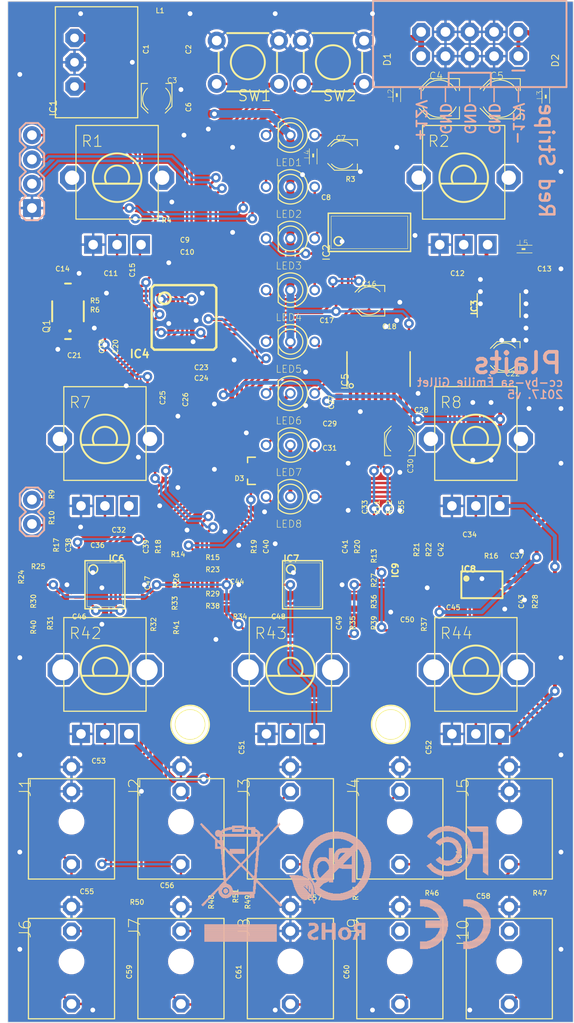
<source format=kicad_pcb>
(kicad_pcb (version 20211014) (generator pcbnew)
  (layers (0 "F.Cu" signal) (31 "B.Cu" signal) (34 "B.Paste" user) (35 "F.Paste" user) (36 "B.SilkS" user "B.Silkscreen") (37 "F.SilkS" user "F.Silkscreen") (38 "B.Mask" user) (39 "F.Mask" user) (44 "Edge.Cuts" user))
  (net 0 "")
  (net 1 "GND")
  (net 2 "+3V3_A")
  (net 3 "N$7")
  (net 4 "N$8")
  (net 5 "VEE")
  (net 6 "VCC")
  (net 7 "+3V3")
  (net 8 "RESET")
  (net 9 "SWCLK")
  (net 10 "SWDIO")
  (net 11 "ADC_TRIG")
  (net 12 "V_OCT_IN")
  (net 13 "N$30")
  (net 14 "MORPH_IN")
  (net 15 "N$32")
  (net 16 "FM_IN")
  (net 17 "N$34")
  (net 18 "MODEL_IN")
  (net 19 "N$37")
  (net 20 "N$39")
  (net 21 "HARMONICS_IN")
  (net 22 "N$41")
  (net 23 "N$68")
  (net 24 "LEDS_SIN")
  (net 25 "LEDS_SCK")
  (net 26 "LEDS_SS")
  (net 27 "NORMALIZATION_PROBE")
  (net 28 "AREF_-10")
  (net 29 "N$56")
  (net 30 "N$64")
  (net 31 "N$1")
  (net 32 "N$3")
  (net 33 "TIMBRE_ATT")
  (net 34 "FREQ_POT")
  (net 35 "TIMBRE_POT")
  (net 36 "FREQ_ATT")
  (net 37 "MORPH_POT")
  (net 38 "MORPH_ATT")
  (net 39 "DAC_DIN")
  (net 40 "DAC_BCK")
  (net 41 "DAC_LRCK")
  (net 42 "N$6")
  (net 43 "N$16")
  (net 44 "N$48")
  (net 45 "N$54")
  (net 46 "N$55")
  (net 47 "N$58")
  (net 48 "N$60")
  (net 49 "N$62")
  (net 50 "N$63")
  (net 51 "N$65")
  (net 52 "N$69")
  (net 53 "ADC_V_OCT")
  (net 54 "ADC_FM")
  (net 55 "ADC_TIMBRE")
  (net 56 "ADC_MORPH")
  (net 57 "HARMONICS_POT")
  (net 58 "ADC_HARMONICS")
  (net 59 "ADC_MODEL")
  (net 60 "N$12")
  (net 61 "N$14")
  (net 62 "N$17")
  (net 63 "N$18")
  (net 64 "N$19")
  (net 65 "N$20")
  (net 66 "N$21")
  (net 67 "N$23")
  (net 68 "N$24")
  (net 69 "N$25")
  (net 70 "SW_1")
  (net 71 "SW_2")
  (net 72 "N$26")
  (net 73 "GATE_IN")
  (net 74 "N$28")
  (net 75 "N$36")
  (net 76 "ADC_GATE")
  (net 77 "TX")
  (net 78 "RX")
  (net 79 "N$2")
  (net 80 "N$5")
  (net 81 "N$9")
  (net 82 "N$10")
  (net 83 "N$11")
  (net 84 "N$13")
  (net 85 "N$15")
  (net 86 "N$22")
  (net 87 "N$33")
  (net 88 "N$51")
  (net 89 "N$4")
  (net 90 "N$27")
  (net 91 "N$31")
  (net 92 "GATE_IN1")
  (net 93 "N$29")
  (net 94 "N$35")
  (net 95 "N$38")
  (net 96 "N$40")
  (net 97 "N$42")
  (net 98 "N$46")
  (net 99 "N$47")
  (net 100 "N$43")
  (footprint "plaits:C1206" (layer "F.Cu") (at 171.6686 79.6036)
    (fp_text reference "C13")
    (fp_text value "22u")
  )
  (footprint "plaits:R0402" (layer "F.Cu") (at 162.7786 114.8461 -90)
    (fp_text reference "R37")
    (fp_text value "2.2k")
  )
  (footprint "plaits:R0402" (layer "F.Cu") (at 129.7587 83.2547 180)
    (fp_text reference "R5")
    (fp_text value "100")
  )
  (footprint "plaits:FIDUCIAL-1X2" (layer "F.Cu") (at 120.8686 155.8036)
    (fp_text reference "JP3" hide)
    (fp_text value "FIDUCIAL1X2" hide)
  )
  (footprint "plaits:R0402" (layer "F.Cu") (at 136.4261 110.0836)
    (fp_text reference "R14")
    (fp_text value "100k")
  )
  (footprint "plaits:C0402" (layer "F.Cu") (at 143.7286 127.5461 -90)
    (fp_text reference "C51")
    (fp_text value "100n")
  )
  (footprint "plaits:LED-BICOLOR-THROUGHHOLE-LUMEX" (layer "F.Cu") (at 148.4911 103.4161)
    (fp_text reference "LED8")
    (fp_text value "SSL-LX3059IGW-CA" hide)
  )
  (footprint "plaits:C0402" (layer "F.Cu") (at 136.9024 93.0973 -90)
    (fp_text reference "C26")
    (fp_text value "100n")
  )
  (footprint "plaits:PANASONIC_A" (layer "F.Cu") (at 170.8748 88.8111 180)
    (fp_text reference "C22")
    (fp_text value "10u")
  )
  (footprint "plaits:C0402" (layer "F.Cu") (at 153.0949 70.8724 90)
    (fp_text reference "C8")
    (fp_text value "100n")
  )
  (footprint "plaits:R0402" (layer "F.Cu") (at 154.8411 71.0311)
    (fp_text reference "R3")
    (fp_text value "10k")
  )
  (footprint "plaits:ALPS_POT_VERTICAL_PS" (layer "F.Cu") (at 129.1236 97.3836 180)
    (fp_text reference "R7")
    (fp_text value "10kB")
  )
  (footprint "plaits:TACTILE-PTH" (layer "F.Cu") (at 144.0461 58.0136)
    (fp_text reference "SW1")
    (fp_text value "" hide)
  )
  (footprint "plaits:SOT23" (layer "F.Cu") (at 144.681 100.7172 90)
    (fp_text reference "D3")
    (fp_text value "BAT54S")
  )
  (footprint "plaits:LED-BICOLOR-THROUGHHOLE-LUMEX" (layer "F.Cu") (at 148.4911 76.4286)
    (fp_text reference "LED3")
    (fp_text value "SSL-LX3059IGW-CA" hide)
  )
  (footprint "plaits:C0402" (layer "F.Cu") (at 137.0611 62.7761 90)
    (fp_text reference "C6")
    (fp_text value "100n")
  )
  (footprint "plaits:R0402" (layer "F.Cu") (at 134.5211 114.5286 90)
    (fp_text reference "R32")
    (fp_text value "20k")
  )
  (footprint "plaits:C0603" (layer "F.Cu") (at 124.6786 144.3735 180)
    (fp_text reference "C55")
    (fp_text value "ESD")
  )
  (footprint "plaits:R0402" (layer "F.Cu") (at 121.1861 111.9886 -90)
    (fp_text reference "R24")
    (fp_text value "100k")
  )
  (footprint "plaits:WQP_PJ_301M6" (layer "F.Cu") (at 159.9211 137.3886 180)
    (fp_text reference "J4")
    (fp_text value "PJ301_THONKICONN6" hide)
  )
  (footprint "plaits:C0805" (layer "F.Cu") (at 155.3174 98.3361 180)
    (fp_text reference "C31")
    (fp_text value "2.2u")
  )
  (footprint "plaits:0603" (layer "F.Cu") (at 175.1611 61.5061 90)
    (fp_text reference "L3")
    (fp_text value "")
  )
  (footprint "plaits:R0402" (layer "F.Cu") (at 157.2224 106.5911 90)
    (fp_text reference "R11")
    (fp_text value "2.2k")
  )
  (footprint "plaits:C0402" (layer "F.Cu") (at 141.1126 90.2398 180)
    (fp_text reference "C23")
    (fp_text value "100n")
  )
  (footprint "plaits:C0402" (layer "F.Cu") (at 128.1711 109.1311 180)
    (fp_text reference "C36")
    (fp_text value "100n")
  )
  (footprint "plaits:R0402" (layer "F.Cu") (at 156.4286 109.4486 90)
    (fp_text reference "R13")
    (fp_text value "100k")
  )
  (footprint "plaits:C0402" (layer "F.Cu") (at 156.1111 106.5911 90)
    (fp_text reference "C33")
    (fp_text value "1.0n")
  )
  (footprint "plaits:C0402" (layer "F.Cu") (at 131.8225 81.985 -90)
    (fp_text reference "C15")
    (fp_text value "100n")
  )
  (footprint "plaits:C0603" (layer "F.Cu") (at 138.0136 144.3736)
    (fp_text reference "C56")
    (fp_text value "ESD")
  )
  (footprint "plaits:PANASONIC_A" (layer "F.Cu") (at 156.7459 82.9373 180)
    (fp_text reference "C16")
    (fp_text value "10u")
  )
  (footprint "plaits:R0402" (layer "F.Cu") (at 140.8711 145.9611 -90)
    (fp_text reference "R48")
    (fp_text value "10k")
  )
  (footprint "plaits:R0402" (layer "F.Cu") (at 122.4561 117.0686 -90)
    (fp_text reference "R40")
    (fp_text value "100k")
  )
  (footprint "plaits:R0402" (layer "F.Cu") (at 162.7786 111.0361 -90)
    (fp_text reference "R22")
    (fp_text value "33k")
  )
  (footprint "plaits:FIDUCIAL-1X2" (layer "F.Cu") (at 120.8686 53.5686)
    (fp_text reference "JP1" hide)
    (fp_text value "FIDUCIAL1X2" hide)
  )
  (footprint "plaits:ALPS_POT_VERTICAL_PS" (layer "F.Cu") (at 166.5886 70.0786 180)
    (fp_text reference "R2")
    (fp_text value "10kB")
  )
  (footprint "plaits:R0603" (layer "F.Cu") (at 163.0961 145.6436)
    (fp_text reference "R46")
    (fp_text value "1.0k")
  )
  (footprint "plaits:SOD123" (layer "F.Cu") (at 175.1611 57.3786 -90)
    (fp_text reference "D2")
    (fp_text value "1N5819HW")
  )
  (footprint "plaits:LED-BICOLOR-THROUGHHOLE-LUMEX" (layer "F.Cu") (at 148.4911 65.6336)
    (fp_text reference "LED1")
    (fp_text value "SSL-LX3059IGW-CA" hide)
  )
  (footprint "plaits:0603" (layer "F.Cu") (at 150.8724 67.8561 -90)
    (fp_text reference "L4")
    (fp_text value "")
  )
  (footprint "plaits:LED-BICOLOR-THROUGHHOLE-LUMEX" (layer "F.Cu") (at 148.4911 71.0311)
    (fp_text reference "LED2")
    (fp_text value "SSL-LX3059IGW-CA" hide)
  )
  (footprint "plaits:R0402" (layer "F.Cu") (at 144.3636 110.7186 -90)
    (fp_text reference "R19")
    (fp_text value "20k")
  )
  (footprint "plaits:C0805" (layer "F.Cu") (at 155.3176 96.1136)
    (fp_text reference "C29")
    (fp_text value "2.2u")
  )
  (footprint "plaits:R0402" (layer "F.Cu") (at 156.4286 111.9886 -90)
    (fp_text reference "R27")
    (fp_text value "200k")
  )
  (footprint "plaits:R0402" (layer "F.Cu") (at 156.4287 114.5286 90)
    (fp_text reference "R36")
    (fp_text value "120k")
  )
  (footprint "plaits:3,0TINY" (layer "F.Cu") (at 158.9686 127.2285)
    (fp_text reference "H2" hide)
    (fp_text value "MOUNT-HOLE" hide)
  )
  (footprint "plaits:C0402" (layer "F.Cu") (at 171.9861 110.4011)
    (fp_text reference "C37")
    (fp_text value "100n")
  )
  (footprint "plaits:R0402" (layer "F.Cu") (at 122.4561 111.9886 -90)
    (fp_text reference "R25")
    (fp_text value "200k")
  )
  (footprint "plaits:C0402" (layer "F.Cu") (at 145.6336 110.7186 90)
    (fp_text reference "C40")
    (fp_text value "1.0n")
  )
  (footprint "plaits:0603" (layer "F.Cu") (at 159.6036 61.3474 90)
    (fp_text reference "L2")
    (fp_text value "")
  )
  (footprint "plaits:R0402" (layer "F.Cu") (at 129.7586 84.2074 180)
    (fp_text reference "R6")
    (fp_text value "100")
  )
  (footprint "plaits:C0402" (layer "F.Cu") (at 124.9961 110.7186 90)
    (fp_text reference "C38")
    (fp_text value "100p")
  )
  (footprint "plaits:WQP_PJ_301M6" (layer "F.Cu") (at 137.0611 137.3886 180)
    (fp_text reference "J2")
    (fp_text value "PJ301_THONKICONN6" hide)
  )
  (footprint "plaits:R0603" (layer "F.Cu") (at 174.5261 145.6436)
    (fp_text reference "R47")
    (fp_text value "1.0k")
  )
  (footprint "plaits:3,0TINY" (layer "F.Cu") (at 138.0136 127.2286)
    (fp_text reference "H3" hide)
    (fp_text value "MOUNT-HOLE" hide)
  )
  (footprint "plaits:LED-BICOLOR-THROUGHHOLE-LUMEX" (layer "F.Cu") (at 148.4911 81.8261)
    (fp_text reference "LED4")
    (fp_text value "SSL-LX3059IGW-CA" hide)
  )
  (footprint "plaits:TSSOP08" (layer "F.Cu") (at 168.4936 112.6236 -90)
    (fp_text reference "IC8")
    (fp_text value "TL072PW")
  )
  (footprint "plaits:WE78" (layer "F.Cu") (at 125.9486 58.0136 -90)
    (fp_text reference "IC1")
    (fp_text value "R-78E3.3-0.5")
  )
  (footprint "plaits:R0402" (layer "F.Cu") (at 135.7911 117.0686 -90)
    (fp_text reference "R41")
    (fp_text value "100k")
  )
  (footprint "plaits:R0402" (layer "F.Cu") (at 155.1586 114.5286 90)
    (fp_text reference "R35")
    (fp_text value "20k")
  )
  (footprint "plaits:C0402" (layer "F.Cu") (at 133.2511 114.5286 -90)
    (fp_text reference "C47")
    (fp_text value "1.0n")
  )
  (footprint "plaits:TSSOP24_0635" (layer "F.Cu") (at 156.7461 75.7936)
    (fp_text reference "IC2")
    (fp_text value "TLC59281DBQ")
  )
  (footprint "plaits:C0402" (layer "F.Cu") (at 153.8886 114.5286 -90)
    (fp_text reference "C49")
    (fp_text value "1.0n")
  )
  (footprint "plaits:WQP_PJ_301M6" (layer "F.Cu") (at 171.3511 137.3886 180)
    (fp_text reference "J5")
    (fp_text value "PJ301_THONKICONN6" hide)
  )
  (footprint "plaits:C0402" (layer "F.Cu") (at 156.7458 85.3187)
    (fp_text reference "C18")
    (fp_text value "100n")
  )
  (footprint "plaits:C0402" (layer "F.Cu") (at 124.6786 80.2386 180)
    (fp_text reference "C14")
    (fp_text value "20p")
  )
  (footprint "plaits:PANASONIC_A" (layer "F.Cu") (at 134.5211 61.8236 -90)
    (fp_text reference "C3")
    (fp_text value "10u")
  )
  (footprint "plaits:ALPS_POT_VERTICAL_PS" (layer "F.Cu") (at 130.3936 70.0786 180)
    (fp_text reference "R1")
    (fp_text value "10kB")
  )
  (footprint "plaits:C0603" (layer "F.Cu") (at 150.8724 144.3736)
    (fp_text reference "C57")
    (fp_text value "ESD")
  )
  (footprint "plaits:WQP_PJ_301M6" (layer "F.Cu") (at 148.4911 151.9936 180)
    (fp_text reference "J8")
    (fp_text value "PJ301_THONKICONN6" hide)
  )
  (footprint "plaits:C0402" (layer "F.Cu") (at 128.4886 130.4036 180)
    (fp_text reference "C53")
    (fp_text value "100n")
  )
  (footprint "plaits:C0402" (layer "F.Cu") (at 135.6325 77.5397)
    (fp_text reference "C10")
    (fp_text value "100n")
  )
  (footprint "plaits:SSOP20" (layer "F.Cu") (at 157.6987 90.0811 90)
    (fp_text reference "IC5")
    (fp_text value "PCM5100APW")
  )
  (footprint "plaits:R0402" (layer "F.Cu") (at 134.5211 110.7186 -90)
    (fp_text reference "R18")
    (fp_text value "33k")
  )
  (footprint "plaits:C0402" (layer "F.Cu") (at 163.0961 127.5461 -90)
    (fp_text reference "C52")
    (fp_text value "100n")
  )
  (footprint "plaits:R0402" (layer "F.Cu") (at 161.5086 111.0361 90)
    (fp_text reference "R21")
    (fp_text value "10k")
  )
  (footprint "plaits:C0402" (layer "F.Cu") (at 164.0486 113.5761 -90)
    (fp_text reference "C45")
    (fp_text value "100n")
  )
  (footprint "plaits:C0603" (layer "F.Cu") (at 142.7762 155.6449 90)
    (fp_text reference "C61")
    (fp_text value "ESD")
  )
  (footprint "plaits:R0402" (layer "F.Cu") (at 158.6511 106.5911 90)
    (fp_text reference "R12")
    (fp_text value "2.2k")
  )
  (footprint "plaits:C0603" (layer "F.Cu") (at 168.8113 144.3736 180)
    (fp_text reference "C58")
    (fp_text value "ESD")
  )
  (footprint "plaits:ALPS_POT_VERTICAL" (layer "F.Cu") (at 167.8586 121.5136 180)
    (fp_text reference "R44")
    (fp_text value "10kB")
  )
  (footprint "plaits:C0402" (layer "F.Cu") (at 135.6324 76.2698)
    (fp_text reference "C9")
    (fp_text value "1u")
  )
  (footprint "plaits:C0402" (layer "F.Cu") (at 159.9211 94.3673)
    (fp_text reference "C28")
    (fp_text value "100n")
  )
  (footprint "plaits:FIDUCIAL-1X2" (layer "F.Cu") (at 176.1136 155.8036)
    (fp_text reference "JP4" hide)
    (fp_text value "FIDUCIAL1X2" hide)
  )
  (footprint "plaits:C0402" (layer "F.Cu") (at 153.8886 110.7186 90)
    (fp_text reference "C41")
    (fp_text value "1.0n")
  )
  (footprint "plaits:R0402" (layer "F.Cu") (at 124.2024 105.7973 90)
    (fp_text reference "R10")
    (fp_text value "100")
  )
  (footprint "plaits:R0402" (layer "F.Cu") (at 142.4586 113.8936 180)
    (fp_text reference "R29")
    (fp_text value "140k")
  )
  (footprint "plaits:C0402" (layer "F.Cu") (at 125.9486 88.0173)
    (fp_text reference "C21")
    (fp_text value "20p")
  )
  (footprint "plaits:C0402" (layer "F.Cu") (at 167.2236 106.5911 180)
    (fp_text reference "C34")
    (fp_text value "100n")
  )
  (footprint "plaits:R0402" (layer "F.Cu") (at 142.4586 110.0836 180)
    (fp_text reference "R15")
    (fp_text value "100k")
  )
  (footprint "plaits:C0402" (layer "F.Cu") (at 128.4886 106.5911 180)
    (fp_text reference "C32")
    (fp_text value "100n")
  )
  (footprint "plaits:C0402" (layer "F.Cu") (at 160.8736 115.4811 180)
    (fp_text reference "C50")
    (fp_text value "1u")
  )
  (footprint "plaits:C0402" (layer "F.Cu") (at 129.1236 85.7948 90)
    (fp_text reference "C19")
    (fp_text value "1u")
  )
  (footprint "plaits:R0402" (layer "F.Cu") (at 142.4586 111.3536 180)
    (fp_text reference "R23")
    (fp_text value "120k")
  )
  (footprint "plaits:DBZ_R-PDSO-G3" (layer "F.Cu") (at 160.0799 112.9411)
    (fp_text reference "IC9")
    (fp_text value "LM4040B10")
  )
  (footprint "plaits:C1206" (layer "F.Cu") (at 136.7436 56.7436 -90)
    (fp_text reference "C2")
    (fp_text value "22u")
  )
  (footprint "plaits:R0402" (layer "F.Cu") (at 142.4586 147.2311 90)
    (fp_text reference "R51")
    (fp_text value "10k")
  )
  (footprint "plaits:C0402" (layer "F.Cu") (at 129.7586 79.2861 180)
    (fp_text reference "C11")
    (fp_text value "100n")
  )
  (footprint "plaits:L2012C" (layer "F.Cu") (at 135.4736 53.5686 180)
    (fp_text reference "L1")
    (fp_text value "33u")
  )
  (footprint "plaits:LQFP48" (layer "F.Cu") (at 137.3786 84.6836 -90)
    (fp_text reference "IC4")
    (fp_text value "STM32F373CCT6")
  )
  (footprint "plaits:C0402" (layer "F.Cu") (at 141.1126 91.5097 180)
    (fp_text reference "C24")
    (fp_text value "1u")
  )
  (footprint "plaits:WQP_PJ_301M6" (layer "F.Cu") (at 171.3511 151.9936 180)
    (fp_text reference "J10")
    (fp_text value "PJ301_THONKICONN6" hide)
  )
  (footprint "plaits:CTS406" (layer "F.Cu") (at 125.2636 84.0436 90)
    (fp_text reference "Q1")
    (fp_text value "8MHz")
  )
  (footprint "plaits:0603" (layer "F.Cu") (at 172.9386 77.5399)
    (fp_text reference "L5")
    (fp_text value "")
  )
  (footprint "plaits:C0402" (layer "F.Cu") (at 133.2511 110.7186 90)
    (fp_text reference "C39")
    (fp_text value "1.0n")
  )
  (footprint "plaits:PANASONIC_A" (layer "F.Cu") (at 153.8887 67.6974 180)
    (fp_text reference "C7")
    (fp_text value "10u")
  )
  (footprint "plaits:C0402" (layer "F.Cu") (at 165.9536 79.2861 180)
    (fp_text reference "C12")
    (fp_text value "100n")
  )
  (footprint "plaits:R0402" (layer "F.Cu") (at 135.7911 114.5286 90)
    (fp_text reference "R33")
    (fp_text value "120k")
  )
  (footprint "plaits:TSSOP14_065" (layer "F.Cu") (at 149.7611 112.6236 -90)
    (fp_text reference "IC7")
    (fp_text value "MCP6004")
  )
  (footprint "plaits:LED-BICOLOR-THROUGHHOLE-LUMEX" (layer "F.Cu") (at 148.4911 98.0186)
    (fp_text reference "LED7")
    (fp_text value "SSL-LX3059IGW-CA" hide)
  )
  (footprint "plaits:WQP_PJ_301M6" (layer "F.Cu") (at 125.6311 151.9936 180)
    (fp_text reference "J6")
    (fp_text value "PJ301_THONKICONN6" hide)
  )
  (footprint "plaits:C0402" (layer "F.Cu") (at 153.5711 93.5736 -90)
    (fp_text reference "C27")
    (fp_text value "100n")
  )
  (footprint "plaits:R0402" (layer "F.Cu") (at 144.6811 145.9611 -90)
    (fp_text reference "R49")
    (fp_text value "10k")
  )
  (footprint "plaits:C0402" (layer "F.Cu") (at 172.9386 112.3061 90)
    (fp_text reference "C43")
    (fp_text value "100p")
  )
  (footprint "plaits:PANASONIC_B" (layer "F.Cu") (at 164.0486 61.8236 180)
    (fp_text reference "C4")
    (fp_text value "22u")
  )
  (footprint "plaits:R0402" (layer "F.Cu") (at 174.2086 112.3061 -90)
    (fp_text reference "R28")
    (fp_text value "33k")
  )
  (footprint "plaits:ALPS_POT_VERTICAL_PS" (layer "F.Cu") (at 167.8586 97.3836 180)
    (fp_text reference "R8")
    (fp_text value "10kB")
  )
  (footprint "plaits:R0402" (layer "F.Cu") (at 124.2024 103.0986 90)
    (fp_text reference "R9")
    (fp_text value "100")
  )
  (footprint "plaits:R0402" (layer "F.Cu") (at 142.4586 115.1636 180)
    (fp_text reference "R38")
    (fp_text value "100k")
  )
  (footprint "plaits:PANASONIC_B" (layer "F.Cu") (at 170.3986 61.8236 180)
    (fp_text reference "C5")
    (fp_text value "22u")
  )
  (footprint "plaits:ALPS_POT_VERTICAL" (layer "F.Cu") (at 148.4911 121.5136 180)
    (fp_text reference "R43")
    (fp_text value "10kB")
  )
  (footprint "plaits:LED-BICOLOR-THROUGHHOLE-LUMEX" (layer "F.Cu") (at 148.4911 92.6211)
    (fp_text reference "LED6")
    (fp_text value "SSL-LX3059IGW-CA" hide)
  )
  (footprint "plaits:WQP_PJ_301M6" (layer "F.Cu") (at 148.4911 137.3886 180)
    (fp_text reference "J3")
    (fp_text value "PJ301_THONKICONN6" hide)
  )
  (footprint "plaits:C0603" (layer "F.Cu") (at 131.3461 155.6448 90)
    (fp_text reference "C59")
    (fp_text value "ESD")
  )
  (footprint "plaits:C0402" (layer "F.Cu") (at 154.3649 85.3186)
    (fp_text reference "C17")
    (fp_text value "100n")
  )
  (footprint "plaits:C0402" (layer "F.Cu") (at 159.7624 106.5912 90)
    (fp_text reference "C35")
    (fp_text value "1.0n")
  )
  (footprint "plaits:R0402" (layer "F.Cu") (at 154.5236 144.6911 -90)
    (fp_text reference "R45")
    (fp_text value "10k")
  )
  (footprint "plaits:C0402" (layer "F.Cu") (at 144.9986 112.6236 180)
    (fp_text reference "C44")
    (fp_text value "100n")
  )
  (footprint "plaits:R0402" (layer "F.Cu") (at 169.4461 110.4011 180)
    (fp_text reference "R16")
    (fp_text value "10k")
  )
  (footprint "plaits:C0402" (layer "F.Cu") (at 124.9961 114.5286 -90)
    (fp_text reference "C46")
    (fp_text value "100p")
  )
  (footprint "plaits:ALPS_POT_VERTICAL" (layer "F.Cu") (at 129.1236 121.5136 180)
    (fp_text reference "R42")
    (fp_text value "10kB")
  )
  (footprint "plaits:R0402" (layer "F.Cu") (at 156.4286 116.7511 -90)
    (fp_text reference "R39")
    (fp_text value "100k")
  )
  (footprint "plaits:C0402" (layer "F.Cu") (at 135.7911 93.0973 -90)
    (fp_text reference "C25")
    (fp_text value "1u")
  )
  (footprint "plaits:C0603" (layer "F.Cu") (at 165.7948 143.5798 -90)
    (fp_text reference "C54")
    (fp_text value "ESD")
  )
  (footprint "plaits:PANASONIC_A" (layer "F.Cu") (at 159.9211 97.5423 90)
    (fp_text reference "C30")
    (fp_text value "10u")
  )
  (footprint "plaits:R0402" (layer "F.Cu") (at 132.4573 146.4373 180)
    (fp_text reference "R50")
    (fp_text value "10k")
  )
  (footprint "plaits:R0402" (layer "F.Cu") (at 134.9974 75.1586 180)
    (fp_text reference "R4")
    (fp_text value "10k")
  )
  (footprint "plaits:WQP_PJ_301M6" (layer "F.Cu") (at 125.6311 137.3886 180)
    (fp_text reference "J1")
    (fp_text value "PJ301_THONKICONN6" hide)
  )
  (footprint "plaits:R0402" (layer "F.Cu") (at 155.1586 110.7186 -90)
    (fp_text reference "R20")
    (fp_text value "33k")
  )
  (footprint "plaits:C0402" (layer "F.Cu") (at 145.6336 114.5286 -90)
    (fp_text reference "C48")
    (fp_text value "1.0n")
  )
  (footprint "plaits:C1206" (layer "F.Cu") (at 134.5211 56.7436 -90)
    (fp_text reference "C1")
    (fp_text value "22u")
  )
  (footprint "plaits:R0402" (layer "F.Cu") (at 123.7261 110.7186 -90)
    (fp_text reference "R17")
    (fp_text value "56k")
  )
  (footprint "plaits:LED-BICOLOR-THROUGHHOLE-LUMEX" (layer "F.Cu") (at 148.4911 87.2236)
    (fp_text reference "LED5")
    (fp_text value "SSL-LX3059IGW-CA" hide)
  )
  (footprint "plaits:WQP_PJ_301M6" (layer "F.Cu") (at 137.0611 151.9936 180)
    (fp_text reference "J7")
    (fp_text value "PJ301_THONKICONN6" hide)
  )
  (footprint "plaits:SOD123" (layer "F.Cu") (at 159.6036 57.3786 90)
    (fp_text reference "D1")
    (fp_text value "1N5819HW")
  )
  (footprint "plaits:FIDUCIAL-1X2" (layer "F.Cu") (at 176.1136 53.5686)
    (fp_text reference "JP2" hide)
    (fp_text value "FIDUCIAL1X2" hide)
  )
  (footprint "plaits:R0402" (layer "F.Cu") (at 123.7261 114.5286 90)
    (fp_text reference "R31")
    (fp_text value "33k")
  )
  (footprint "plaits:SOT89" (layer "F.Cu") (at 170.2396 83.4138)
    (fp_text reference "IC3")
    (fp_text value "LD2981ABU33")
  )
  (footprint "plaits:R0402" (layer "F.Cu") (at 135.7911 111.9886 -90)
    (fp_text reference "R26")
    (fp_text value "110k")
  )
  (footprint "plaits:TACTILE-PTH" (layer "F.Cu") (at 152.9361 58.0136)
    (fp_text reference "SW2")
    (fp_text value "" hide)
  )
  (footprint "plaits:WQP_PJ_301M6" (layer "F.Cu") (at 159.9211 151.9936 180)
    (fp_text reference "J9")
    (fp_text value "PJ301_THONKICONN6" hide)
  )
  (footprint "plaits:C0603" (layer "F.Cu") (at 154.0474 155.6448 90)
    (fp_text reference "C60")
    (fp_text value "ESD")
  )
  (footprint "plaits:R0402" (layer "F.Cu") (at 122.4561 114.5286 90)
    (fp_text reference "R30")
    (fp_text value "200k")
  )
  (footprint "plaits:C0402" (layer "F.Cu") (at 164.0486 111.0361 90)
    (fp_text reference "C42")
    (fp_text value "100p")
  )
  (footprint "plaits:C0402" (layer "F.Cu") (at 130.3936 85.7948 90)
    (fp_text reference "C20")
    (fp_text value "100n")
  )
  (footprint "plaits:R0402" (layer "F.Cu") (at 144.3636 114.5286 90)
    (fp_text reference "R34")
    (fp_text value "33k")
  )
  (footprint "plaits:TSSOP14_065" (layer "F.Cu") (at 129.1236 112.6236 -90)
    (fp_text reference "IC6")
    (fp_text value "MCP6004")
  )
  (footprint "plaits:1X04" (layer "B.Cu") (at 121.5036 73.2536 90)
    (fp_text reference "JP6" hide)
    (fp_text value "")
  )
  (footprint "plaits:2X5-SHROUDED" (layer "B.Cu") (at 167.2236 56.1086 90)
    (fp_text reference "JP8" hide)
    (fp_text value "M05X2SHD" hide)
  )
  (footprint "plaits:CE_MEDIUM" (layer "B.Cu") (at 169.4461 150.7236 180)
    (fp_text reference "U$3" hide)
    (fp_text value "" hide)
  )
  (footprint "plaits:ROHS_BIG" (layer "B.Cu") (at 158.1748 150.7236 180)
    (fp_text reference "U$2" hide)
    (fp_text value "" hide)
  )
  (footprint "plaits:1X02" (layer "B.Cu") (at 121.5036 103.7336 -90)
    (fp_text reference "JP5" hide)
    (fp_text value "")
  )
  (footprint "plaits:FCC_MEDIUM" (layer "B.Cu") (at 169.1286 143.1036 180)
    (fp_text reference "U$1" hide)
    (fp_text value "" hide)
  )
  (gr_line (start 162.1436 60.5536) (end 162.1436 61.8236) (layer "B.SilkS") (width 0.1524))
  (gr_line (start 167.2236 60.5536) (end 167.2236 62.1411) (layer "B.SilkS") (width 0.1524))
  (gr_line (start 164.6836 60.5536) (end 164.6836 62.1411) (layer "B.SilkS") (width 0.1524))
  (gr_line (start 169.7636 60.5536) (end 169.7636 62.1411) (layer "B.SilkS") (width 0.1524))
  (gr_line (start 172.3036 60.5536) (end 172.3036 62.1411) (layer "B.SilkS") (width 0.1524))
  (gr_line (start 178.0186 51.6636) (end 178.0186 158.3436) (layer "Edge.Cuts") (width 0.05))
  (gr_line (start 118.9836 158.3436) (end 118.9836 51.6636) (layer "Edge.Cuts") (width 0.05))
  (gr_line (start 178.0186 158.3436) (end 118.9836 158.3436) (layer "Edge.Cuts") (width 0.05))
  (gr_line (start 118.9836 51.6636) (end 178.0186 51.6636) (layer "Edge.Cuts") (width 0.05))
  (gr_text "-12V" (at 172.9386 62.1411 -90) (layer "B.SilkS") (effects (font (size 1.0795 1.0795) (thickness 0.1905)) (justify right top mirror)))
  (gr_text "GND" (at 167.8586 62.1411 -90) (layer "B.SilkS") (effects (font (size 1.0795 1.0795) (thickness 0.1905)) (justify right top mirror)))
  (gr_text "Red Stripe" (at 176.1136 62.1411 -90) (layer "B.SilkS") (effects (font (size 1.5113 1.5113) (thickness 0.2667)) (justify right top mirror)))
  (gr_text "2017. v5" (at 177.066 93.2562) (layer "B.SilkS") (effects (font (size 0.8636 0.8636) (thickness 0.1524)) (justify left bottom mirror)))
  (gr_text "Plaits" (at 177.066 90.7162) (layer "B.SilkS") (effects (font (size 2.159 2.159) (thickness 0.381)) (justify left bottom mirror)))
  (gr_text "cc-by-sa Émilie Gillet" (at 177.066 91.9862) (layer "B.SilkS") (effects (font (size 0.8636 0.8636) (thickness 0.1524)) (justify left bottom mirror)))
  (gr_text "+12V" (at 162.7786 61.8236 -90) (layer "B.SilkS") (effects (font (size 1.0795 1.0795) (thickness 0.1905)) (justify right top mirror)))
  (gr_text "GND" (at 165.3186 62.1411 -90) (layer "B.SilkS") (effects (font (size 1.0795 1.0795) (thickness 0.1905)) (justify right top mirror)))
  (gr_text "GND" (at 170.3986 62.1411 -90) (layer "B.SilkS") (effects (font (size 1.0795 1.0795) (thickness 0.1905)) (justify right top mirror)))
  (segment (start 145.781 101.6672) (end 145.6249 101.5111) (width 0.254) (layer "F.Cu") (net 1))
  (segment (start 145.4749 101.5111) (end 145.4749 101.5198) (width 0.254) (layer "F.Cu") (net 1))
  (segment (start 145.6249 101.5111) (end 145.4749 101.5111) (width 0.254) (layer "F.Cu") (net 1))
  (via (at 132.6161 99.2886) (size 1.008) (drill 0.5) (layers "F.Cu" "B.Cu") (net 1))
  (via (at 136.7436 95.0023) (size 1.008) (drill 0.5) (layers "F.Cu" "B.Cu") (net 1))
  (via (at 149.761 69.761) (size 1.008) (drill 0.5) (layers "F.Cu" "B.Cu") (net 1))
  (via (at 140.5536 100.5587) (size 1.008) (drill 0.5) (layers "F.Cu" "B.Cu") (net 1))
  (via (at 120.2336 59.2836) (size 1.008) (drill 0.5) (layers "F.Cu" "B.Cu") (net 1))
  (via (at 161.8261 92.6211) (size 1.008) (drill 0.5) (layers "F.Cu" "B.Cu") (net 1))
  (via (at 157.0636 157.0736) (size 1.008) (drill 0.5) (layers "F.Cu" "B.Cu") (net 1))
  (via (at 128.8061 116.7511) (size 1.008) (drill 0.5) (layers "F.Cu" "B.Cu") (net 1))
  (via (at 153.8886 112.6236) (size 1.008) (drill 0.5) (layers "F.Cu" "B.Cu") (net 1))
  (via (at 150.0786 90.3986) (size 1.008) (drill 0.5) (layers "F.Cu" "B.Cu") (net 1))
  (via (at 161.5085 76.1111) (size 1.008) (drill 0.5) (layers "F.Cu" "B.Cu") (net 1))
  (via (at 138.0136 52.9336) (size 1.008) (drill 0.5) (layers "F.Cu" "B.Cu") (net 1))
  (via (at 137.6961 106.9086) (size 1.008) (drill 0.5) (layers "F.Cu" "B.Cu") (net 1))
  (via (at 155.7937 94.5261) (size 1.008) (drill 0.5) (layers "F.Cu" "B.Cu") (net 1))
  (via (at 176.7486 69.4436) (size 1.008) (drill 0.5) (layers "F.Cu" "B.Cu") (net 1))
  (via (at 168.3348 83.2548) (size 1.008) (drill 0.5) (layers "F.Cu" "B.Cu") (net 1))
  (via (at 176.7486 99.9236) (size 1.008) (drill 0.5) (layers "F.Cu" "B.Cu") (net 1))
  (via (at 126.5836 106.5911) (size 1.008) (drill 0.5) (layers "F.Cu" "B.Cu") (net 1))
  (via (at 153.8885 76.7461) (size 1.008) (drill 0.5) (layers "F.Cu" "B.Cu") (net 1))
  (via (at 138.3311 87.2236) (size 1.008) (drill 0.5) (layers "F.Cu" "B.Cu") (net 1))
  (via (at 120.2336 150.7236) (size 1.008) (drill 0.5) (layers "F.Cu" "B.Cu") (net 1))
  (via (at 176.7486 120.2436) (size 1.008) (drill 0.5) (layers "F.Cu" "B.Cu") (net 1))
  (via (at 157.0636 52.9336) (size 1.008) (drill 0.5) (layers "F.Cu" "B.Cu") (net 1))
  (via (at 120.2336 120.2436) (size 1.008) (drill 0.5) (layers "F.Cu" "B.Cu") (net 1))
  (via (at 139.9185 64.9986) (size 1.008) (drill 0.5) (layers "F.Cu" "B.Cu") (net 1))
  (via (at 173.0973 87.0648) (size 1.008) (drill 0.5) (layers "F.Cu" "B.Cu") (net 1))
  (via (at 155.7935 69.4436) (size 1.008) (drill 0.5) (layers "F.Cu" "B.Cu") (net 1))
  (via (at 168.4936 111.9886) (size 1.008) (drill 0.5) (layers "F.Cu" "B.Cu") (net 1))
  (via (at 132.9336 134.2136) (size 1.008) (drill 0.5) (layers "F.Cu" "B.Cu") (net 1))
  (via (at 159.9212 83.0961) (size 1.008) (drill 0.5) (layers "F.Cu" "B.Cu") (net 1))
  (via (at 125.1549 112.6236) (size 1.008) (drill 0.5) (layers "F.Cu" "B.Cu") (net 1))
  (via (at 141.6649 107.0674) (size 1.008) (drill 0.5) (layers "F.Cu" "B.Cu") (net 1))
  (via (at 129.2823 82.1436) (size 1.008) (drill 0.5) (layers "F.Cu" "B.Cu") (net 1))
  (via (at 176.7486 150.7236) (size 1.008) (drill 0.5) (layers "F.Cu" "B.Cu") (net 1))
  (via (at 159.9211 100.8761) (size 1.008) (drill 0.5) (layers "F.Cu" "B.Cu") (net 1))
  (via (at 135.7911 78.9686) (size 1.008) (drill 0.5) (layers "F.Cu" "B.Cu") (net 1))
  (via (at 176.7486 79.6036) (size 1.008) (drill 0.5) (layers "F.Cu" "B.Cu") (net 1))
  (via (at 167.2236 157.0736) (size 1.008) (drill 0.5) (layers "F.Cu" "B.Cu") (net 1))
  (via (at 176.7486 94.2086) (size 1.008) (drill 0.5) (layers "F.Cu" "B.Cu") (net 1))
  (via (at 172.6211 109.1311) (size 1.008) (drill 0.5) (layers "F.Cu" "B.Cu") (net 1))
  (via (at 146.9036 157.0736) (size 1.008) (drill 0.5) (layers "F.Cu" "B.Cu") (net 1))
  (via (at 158.9686 115.4811) (size 1.008) (drill 0.5) (layers "F.Cu" "B.Cu") (net 1))
  (via (at 131.981 58.0136) (size 1.008) (drill 0.5) (layers "F.Cu" "B.Cu") (net 1))
  (via (at 150.0786 93.8911) (size 1.008) (drill 0.5) (layers "F.Cu" "B.Cu") (net 1))
  (via (at 148.8086 111.3536) (size 1.008) (drill 0.5) (layers "F.Cu" "B.Cu") (net 1))
  (via (at 137.061 60.8711) (size 1.008) (drill 0.5) (layers "F.Cu" "B.Cu") (net 1))
  (via (at 126.4249 80.0798) (size 1.008) (drill 0.5) (layers "F.Cu" "B.Cu") (net 1))
  (via (at 169.446 93.5736) (size 1.008) (drill 0.5) (layers "F.Cu" "B.Cu") (net 1))
  (via (at 154.5236 99.9236) (size 1.008) (drill 0.5) (layers "F.Cu" "B.Cu") (net 1))
  (via (at 169.446 99.6061) (size 1.008) (drill 0.5) (layers "F.Cu" "B.Cu") (net 1))
  (via (at 173.0973 85.7948) (size 1.008) (drill 0.5) (layers "F.Cu" "B.Cu") (net 1))
  (via (at 173.4147 94.2086) (size 1.008) (drill 0.5) (layers "F.Cu" "B.Cu") (net 1))
  (via (at 176.7486 140.5636) (size 1.008) (drill 0.5) (layers "F.Cu" "B.Cu") (net 1))
  (via (at 140.5538 93.7324) (size 1.008) (drill 0.5) (layers "F.Cu" "B.Cu") (net 1))
  (via (at 176.7486 130.4036) (size 1.008) (drill 0.5) (layers "F.Cu" "B.Cu") (net 1))
  (via (at 159.6037 85.0011) (size 1.008) (drill 0.5) (layers "F.Cu" "B.Cu") (net 1))
  (via (at 120.2336 140.5636) (size 1.008) (drill 0.5) (layers "F.Cu" "B.Cu") (net 1))
  (via (at 143.0936 108.4962) (size 1.008) (drill 0.5) (layers "F.Cu" "B.Cu") (net 1))
  (via (at 126.5836 52.9336) (size 1.008) (drill 0.5) (layers "F.Cu" "B.Cu") (net 1))
  (via (at 172.9386 114.2111) (size 1.008) (drill 0.5) (layers "F.Cu" "B.Cu") (net 1))
  (via (at 167.541 99.6061) (size 1.008) (drill 0.5) (layers "F.Cu" "B.Cu") (net 1))
  (via (at 137.3786 65.6336) (size 1.008) (drill 0.5) (layers "F.Cu" "B.Cu") (net 1))
  (via (at 168.3348 80.7148) (size 1.008) (drill 0.5) (layers "F.Cu" "B.Cu") (net 1))
  (via (at 131.3461 91.8274) (size 1.008) (drill 0.5) (layers "F.Cu" "B.Cu") (net 1))
  (via (at 143.8873 96.7486) (size 1.008) (drill 0.5) (layers "F.Cu" "B.Cu") (net 1))
  (via (at 142.4586 75.7936) (size 1.008) (drill 0.5) (layers "F.Cu" "B.Cu") (net 1))
  (via (at 173.0973 83.2548) (size 1.008) (drill 0.5) (layers "F.Cu" "B.Cu") (net 1))
  (via (at 170.8749 115.1636) (size 1.008) (drill 0.5) (layers "F.Cu" "B.Cu") (net 1))
  (via (at 173.0973 81.9848) (size 1.008) (drill 0.5) (layers "F.Cu" "B.Cu") (net 1))
  (via (at 134.8387 104.3686) (size 1.008) (drill 0.5) (layers "F.Cu" "B.Cu") (net 1))
  (via (at 159.6036 66.9036) (size 1.008) (drill 0.5) (layers "F.Cu" "B.Cu") (net 1))
  (via (at 154.5236 104.8449) (size 1.008) (drill 0.5) (layers "F.Cu" "B.Cu") (net 1))
  (via (at 171.8273 87.0648) (size 1.008) (drill 0.5) (layers "F.Cu" "B.Cu") (net 1))
  (via (at 136.1086 72.6186) (size 1.008) (drill 0.5) (layers "F.Cu" "B.Cu") (net 1))
  (via (at 170.5573 87.0648) (size 1.008) (drill 0.5) (layers "F.Cu" "B.Cu") (net 1))
  (via (at 120.2336 130.4036) (size 1.008) (drill 0.5) (layers "F.Cu" "B.Cu") (net 1))
  (via (at 127.8536 111.3536) (size 1.008) (drill 0.5) (layers "F.Cu" "B.Cu") (net 1))
  (via (at 142.6174 89.1286) (size 1.008) (drill 0.5) (layers "F.Cu" "B.Cu") (net 1))
  (via (at 127.8536 157.0736) (size 1.008) (drill 0.5) (layers "F.Cu" "B.Cu") (net 1))
  (via (at 145.7923 105.0036) (size 1.008) (drill 0.5) (layers "F.Cu" "B.Cu") (net 1))
  (via (at 124.2024 88.0173) (size 1.008) (drill 0.5) (layers "F.Cu" "B.Cu") (net 1))
  (via (at 146.9036 108.3374) (size 1.008) (drill 0.5) (layers "F.Cu" "B.Cu") (net 1))
  (via (at 133.2511 112.6236) (size 1.008) (drill 0.5) (layers "F.Cu" "B.Cu") (net 1))
  (via (at 143.0936 112.6236) (size 1.008) (drill 0.5) (layers "F.Cu" "B.Cu") (net 1))
  (via (at 158.4925 85.6361) (size 1.008) (drill 0.5) (layers "F.Cu" "B.Cu") (net 1))
  (via (at 139.2836 82.1436) (size 1.008) (drill 0.5) (layers "F.Cu" "B.Cu") (net 1))
  (via (at 142.4586 66.9036) (size 1.008) (drill 0.5) (layers "F.Cu" "B.Cu") (net 1))
  (via (at 140.7124 118.3387) (size 1.008) (drill 0.5) (layers "F.Cu" "B.Cu") (net 1))
  (via (at 173.0973 84.5248) (size 1.008) (drill 0.5) (layers "F.Cu" "B.Cu") (net 1))
  (via (at 138.6486 85.0011) (size 1.008) (drill 0.5) (layers "F.Cu" "B.Cu") (net 1))
  (via (at 167.541 93.5736) (size 1.008) (drill 0.5) (layers "F.Cu" "B.Cu") (net 1))
  (via (at 146.9035 52.9336) (size 1.008) (drill 0.5) (layers "F.Cu" "B.Cu") (net 1))
  (via (at 128.8061 112.9411) (size 1.008) (drill 0.5) (layers "F.Cu" "B.Cu") (net 1))
  (via (at 135.791 85.3186) (size 1.008) (drill 0.5) (layers "F.Cu" "B.Cu") (net 1))
  (via (at 162.7786 112.9411) (size 1.008) (drill 0.5) (layers "F.Cu" "B.Cu") (net 1))
  (via (at 136.7437 102.4636) (size 1.008) (drill 0.5) (layers "F.Cu" "B.Cu") (net 1))
  (via (at 128.0123 85.7948) (size 1.008) (drill 0.5) (layers "F.Cu" "B.Cu") (net 1))
  (via (at 168.3348 81.9848) (size 1.008) (drill 0.5) (layers "F.Cu" "B.Cu") (net 1))
  (via (at 159.9211 104.8448) (size 1.008) (drill 0.5) (layers "F.Cu" "B.Cu") (net 1))
  (segment (start 129.1236 86.3948) (end 129.1236 87.5411) (width 0.254) (layer "F.Cu") (net 2))
  (segment (start 131.6236 106.1549) (end 128.7711 109.0074) (width 0.254) (layer "F.Cu") (net 2))
  (segment (start 134.9974 86.2711) (end 134.6599 85.9336) (width 0.254) (layer "F.Cu") (net 2))
  (segment (start 174.8436 121.5136) (end 174.8436 115.7986) (width 0.4064) (layer "F.Cu") (net 2))
  (segment (start 129.1236 89.4461) (end 128.1711 90.3986) (width 0.254) (layer "F.Cu") (net 2))
  (segment (start 130.8698 80.5561) (end 132.7749 78.6511) (width 0.254) (layer "F.Cu") (net 2))
  (segment (start 159.9211 96.2423) (end 160.0498 96.1136) (width 0.4064) (layer "F.Cu") (net 2))
  (segment (start 170.3986 91.5098) (end 169.5748 90.686) (width 0.4064) (layer "F.Cu") (net 2))
  (segment (start 152.3011 93.4149) (end 152.7424 92.9736) (width 0.254) (layer "F.Cu") (net 2))
  (segment (start 159.2861 94.8436) (end 159.2861 94.4023) (width 0.4064) (layer "F.Cu") (net 2))
  (segment (start 148.4911 112.6236) (end 147.0433 112.6236) (width 0.254) (layer "F.Cu") (net 2))
  (segment (start 141.6649 90.1921) (end 141.6649 88.8111) (width 0.254) (layer "F.Cu") (net 2))
  (segment (start 169.5748 89.4461) (end 169.5748 87.0348) (width 0.4064) (layer "F.Cu") (net 2))
  (segment (start 151.0311 130.0861) (end 169.7636 130.0861) (width 0.4064) (layer "F.Cu") (net 2))
  (segment (start 176.1136 122.7836) (end 174.8436 121.5136) (width 0.4064) (layer "F.Cu") (net 2))
  (segment (start 133.1286 85.9336) (end 131.5248 85.9336) (width 0.254) (layer "F.Cu") (net 2))
  (segment (start 153.6188 92.9259) (end 154.7627 92.9259) (width 0.254) (layer "F.Cu") (net 2))
  (segment (start 167.8586 79.4449) (end 168.9699 78.3336) (width 0.4064) (layer "F.Cu") (net 2))
  (segment (start 170.3986 104.3436) (end 170.3986 95.3198) (width 0.4064) (layer "F.Cu") (net 2))
  (segment (start 170.3986 95.3198) (end 170.3986 91.5098) (width 0.4064) (layer "F.Cu") (net 2))
  (segment (start 127.8535 112.6236) (end 126.4058 112.6236) (width 0.254) (layer "F.Cu") (net 2))
  (segment (start 131.6236 96.7886) (end 131.6236 104.3836) (width 0.254) (layer "F.Cu") (net 2))
  (segment (start 139.1249 86.2711) (end 139.1248 86.2711) (width 0.254) (layer "F.Cu") (net 2))
  (segment (start 141.7126 92.5734) (end 141.7126 91.5097) (width 0.254) (layer "F.Cu") (net 2))
  (segment (start 159.3211 94.3673) (end 159.3211 92.9331) (width 0.254) (layer "F.Cu") (net 2))
  (segment (start 133.5686 90.8747) (end 133.5686 94.8436) (width 0.254) (layer "F.Cu") (net 2))
  (segment (start 168.9699 78.3336) (end 168.9699 77.1973) (width 0.4064) (layer "F.Cu") (net 2))
  (segment (start 174.8436 115.7986) (end 176.1136 114.5286) (width 0.4064) (layer "F.Cu") (net 2))
  (segment (start 159.2861 94.4023) (end 159.3211 94.3673) (width 0.4064) (layer "F.Cu") (net 2))
  (segment (start 122.7736 78.6511) (end 126.5836 78.6511) (width 0.254) (layer "F.Cu") (net 2))
  (segment (start 153.5711 92.9736) (end 153.6188 92.9259) (width 0.254) (layer "F.Cu") (net 2))
  (segment (start 132.7749 77.1973) (end 132.8936 77.0786) (width 0.254) (layer "F.Cu") (net 2))
  (segment (start 139.4424 132.9436) (end 142.2999 130.0861) (width 0.4064) (layer "F.Cu") (net 2))
  (segment (start 128.4886 80.5561) (end 130.8698 80.5561) (width 0.254) (layer "F.Cu") (net 2))
  (segment (start 134.6599 85.9336) (end 133.1286 85.9336) (width 0.254) (layer "F.Cu") (net 2))
  (segment (start 141.6649 87.4699) (end 141.6286 87.4336) (width 0.254) (layer "F.Cu") (net 2))
  (segment (start 121.6624 88.0173) (end 121.6624 79.7623) (width 0.254) (layer "F.Cu") (net 2))
  (segment (start 140.2442 89.0492) (end 140.1286 88.9336) (width 0.254) (layer "F.Cu") (net 2))
  (segment (start 128.1711 90.3986) (end 124.0436 90.3986) (width 0.254) (layer "F.Cu") (net 2))
  (segment (start 131.0636 86.3948) (end 130.3936 86.3948) (width 0.254) (layer "F.Cu") (net 2))
  (segment (start 167.3824 87.8586) (end 167.3824 80.2386) (width 0.4064) (layer "F.Cu") (net 2))
  (segment (start 168.8111 85.3948) (end 168.7406 85.3948) (width 0.4064) (layer "F.Cu") (net 2))
  (segment (start 169.5748 88.8111) (end 169.6049 88.781) (width 0.4064) (layer "F.Cu") (net 2))
  (segment (start 128.7711 109.0074) (end 128.7711 109.1311) (width 0.254) (layer "F.Cu") (net 2))
  (segment (start 129.1236 87.5411) (end 129.1236 89.4461) (width 0.254) (layer "F.Cu") (net 2))
  (segment (start 141.7126 91.5097) (end 141.7126 90.2398) (width 0.254) (layer "F.Cu") (net 2))
  (segment (start 152.7424 92.9736) (end 153.5711 92.9736) (width 0.254) (layer "F.Cu") (net 2))
  (segment (start 176.1136 123.7361) (end 176.1136 122.7836) (width 0.4064) (layer "F.Cu") (net 2))
  (segment (start 121.6624 79.7623) (end 122.7736 78.6511) (width 0.254) (layer "F.Cu") (net 2))
  (segment (start 168.9699 77.1973) (end 169.0886 77.0786) (width 0.4064) (layer "F.Cu") (net 2))
  (segment (start 133.5686 94.8436) (end 131.6236 96.7886) (width 0.254) (layer "F.Cu") (net 2))
  (segment (start 176.1136 114.5286) (end 176.1136 110.7186) (width 0.4064) (layer "F.Cu") (net 2))
  (segment (start 128.7711 109.1311) (end 128.7711 111.706) (width 0.254) (layer "F.Cu") (net 2))
  (segment (start 160.9036 96.2423) (end 159.9211 96.2423) (width 0.4064) (layer "F.Cu") (net 2))
  (segment (start 167.8586 79.7623) (end 167.8586 79.4449) (width 0.4064) (layer "F.Cu") (net 2))
  (segment (start 169.7636 130.0861) (end 170.3586 129.4911) (width 0.4064) (layer "F.Cu") (net 2))
  (segment (start 131.5248 85.9336) (end 131.0636 86.3948) (width 0.254) (layer "F.Cu") (net 2))
  (segment (start 169.5748 89.4461) (end 169.5748 88.8111) (width 0.4064) (layer "F.Cu") (net 2))
  (segment (start 141.6649 88.8111) (end 141.6649 87.4699) (width 0.254) (layer "F.Cu") (net 2))
  (segment (start 168.8111 86.2711) (end 168.8111 85.3948) (width 0.4064) (layer "F.Cu") (net 2))
  (segment (start 151.0311 130.0861) (end 151.0311 128.2536) (width 0.4064) (layer "F.Cu") (net 2))
  (segment (start 169.5748 88.8111) (end 168.335 88.8111) (width 0.4064) (layer "F.Cu") (net 2))
  (segment (start 159.3211 92.9331) (end 159.3139 92.9259) (width 0.254) (layer "F.Cu") (net 2))
  (segment (start 151.0311 128.2536) (end 150.9911 128.2136) (width 0.4064) (layer "F.Cu") (net 2))
  (segment (start 142.2999 130.0861) (end 151.0311 130.0861) (width 0.4064) (layer "F.Cu") (net 2))
  (segment (start 130.3936 86.3948) (end 129.1236 86.3948) (width 0.254) (layer "F.Cu") (net 2))
  (segment (start 167.3824 80.2386) (end 167.8586 79.7623) (width 0.4064) (layer "F.Cu") (net 2))
  (segment (start 161.8261 95.3198) (end 160.9036 96.2423) (width 0.4064) (layer "F.Cu") (net 2))
  (segment (start 131.6236 104.3836) (end 131.6636 104.4236) (width 0.254) (layer "F.Cu") (net 2))
  (segment (start 140.4823 88.8111) (end 140.2442 89.0492) (width 0.254) (layer "F.Cu") (net 2))
  (segment (start 169.5748 87.0348) (end 168.8111 86.2711) (width 0.4064) (layer "F.Cu") (net 2))
  (segment (start 131.6236 104.3836) (end 131.6236 106.1549) (width 0.254) (layer "F.Cu") (net 2))
  (segment (start 126.5836 78.6511) (end 128.4886 80.5561) (width 0.254) (layer "F.Cu") (net 2))
  (segment (start 132.7749 78.6511) (end 132.7749 77.1973) (width 0.254) (layer "F.Cu") (net 2))
  (segment (start 159.9211 95.4786) (end 159.2861 94.8436) (width 0.4064) (layer "F.Cu") (net 2))
  (segment (start 169.5748 90.686) (end 169.5748 89.4461) (width 0.4064) (layer "F.Cu") (net 2))
  (segment (start 128.7711 111.706) (end 127.8535 112.6236) (width 0.254) (layer "F.Cu") (net 2))
  (segment (start 167.3824 80.2386) (end 167.8586 79.7623) (width 0.4064) (layer "F.Cu") (net 2))
  (segment (start 141.5062 92.7798) (end 141.7126 92.5734) (width 0.254) (layer "F.Cu") (net 2))
  (segment (start 141.6649 88.8111) (end 140.4823 88.8111) (width 0.254) (layer "F.Cu") (net 2))
  (segment (start 170.3586 129.4911) (end 170.3586 128.2136) (width 0.4064) (layer "F.Cu") (net 2))
  (segment (start 154.7627 92.9259) (end 154.7604 92.9236) (width 0.254) (layer "F.Cu") (net 2))
  (segment (start 159.9211 96.2423) (end 159.9211 95.4786) (width 0.4064) (layer "F.Cu") (net 2))
  (segment (start 141.7126 90.2398) (end 141.6649 90.1921) (width 0.254) (layer "F.Cu") (net 2))
  (segment (start 147.0433 112.6236) (end 145.5986 112.6236) (width 0.254) (layer "F.Cu") (net 2))
  (segment (start 124.0436 90.3986) (end 121.6624 88.0173) (width 0.254) (layer "F.Cu") (net 2))
  (segment (start 141.6649 88.8111) (end 139.1249 86.2711) (width 0.254) (layer "F.Cu") (net 2))
  (segment (start 168.335 88.8111) (end 167.3824 87.8586) (width 0.4064) (layer "F.Cu") (net 2))
  (segment (start 170.3586 104.3836) (end 170.3986 104.3436) (width 0.4064) (layer "F.Cu") (net 2))
  (via (at 176.1136 110.7186) (size 1.008) (drill 0.5) (layers "F.Cu" "B.Cu") (net 2))
  (via (at 133.5686 90.8747) (size 1.008) (drill 0.5) (layers "F.Cu" "B.Cu") (net 2))
  (via (at 148.4911 112.6236) (size 1.008) (drill 0.5) (layers "F.Cu" "B.Cu") (net 2))
  (via (at 139.4424 132.9436) (size 1.008) (drill 0.5) (layers "F.Cu" "B.Cu") (net 2))
  (via (at 161.8261 95.3198) (size 1.008) (drill 0.5) (layers "F.Cu" "B.Cu") (net 2))
  (via (at 176.1136 123.7361) (size 1.008) (drill 0.5) (layers "F.Cu" "B.Cu") (net 2))
  (via (at 170.3986 95.3198) (size 1.008) (drill 0.5) (layers "F.Cu" "B.Cu") (net 2))
  (via (at 134.9974 86.2711) (size 1.008) (drill 0.5) (layers "F.Cu" "B.Cu") (net 2))
  (via (at 129.1236 87.5411) (size 1.008) (drill 0.5) (layers "F.Cu" "B.Cu") (net 2))
  (via (at 152.3011 93.4149) (size 1.008) (drill 0.5) (layers "F.Cu" "B.Cu") (net 2))
  (via (at 139.1248 86.2711) (size 1.008) (drill 0.5) (layers "F.Cu" "B.Cu") (net 2))
  (via (at 141.5062 92.7798) (size 1.008) (drill 0.5) (layers "F.Cu" "B.Cu") (net 2))
  (segment (start 148.4911 120.8786) (end 148.4911 112.6236) (width 0.254) (layer "B.Cu") (net 2))
  (segment (start 151.3486 91.5098) (end 143.7286 91.5098) (width 0.4064) (layer "B.Cu") (net 2))
  (segment (start 172.9536 104.3836) (end 170.3586 104.3836) (width 0.4064) (layer "B.Cu") (net 2))
  (segment (start 170.3986 95.3198) (end 161.8261 95.3198) (width 0.4064) (layer "B.Cu") (net 2))
  (segment (start 136.2674 132.9436) (end 139.4424 132.9436) (width 0.3556) (layer "B.Cu") (net 2))
  (segment (start 131.6236 128.2998) (end 136.2674 132.9436) (width 0.4064) (layer "B.Cu") (net 2))
  (segment (start 152.7774 92.9386) (end 151.3486 91.5098) (width 0.4064) (layer "B.Cu") (net 2))
  (segment (start 170.3586 128.2136) (end 170.3911 128.1811) (width 0.4064) (layer "B.Cu") (net 2))
  (segment (start 132.4573 90.8747) (end 133.5686 90.8747) (width 0.254) (layer "B.Cu") (net 2))
  (segment (start 143.7286 91.5098) (end 142.4586 92.7798) (width 0.4064) (layer "B.Cu") (net 2))
  (segment (start 170.3911 128.1811) (end 171.6686 128.1811) (width 0.4064) (layer "B.Cu") (net 2))
  (segment (start 139.1248 86.2711) (end 134.9974 86.2711) (width 0.254) (layer "B.Cu") (net 2))
  (segment (start 131.6236 128.2136) (end 131.6236 128.2998) (width 0.4064) (layer "B.Cu") (net 2))
  (segment (start 152.7774 92.9386) (end 152.3011 93.4149) (width 0.254) (layer "B.Cu") (net 2))
  (segment (start 176.1136 110.7186) (end 176.1136 107.5436) (width 0.4064) (layer "B.Cu") (net 2))
  (segment (start 150.9911 123.3786) (end 148.4911 120.8786) (width 0.254) (layer "B.Cu") (net 2))
  (segment (start 159.4449 92.9386) (end 152.7774 92.9386) (width 0.4064) (layer "B.Cu") (net 2))
  (segment (start 161.8261 95.3198) (end 159.4449 92.9386) (width 0.4064) (layer "B.Cu") (net 2))
  (segment (start 129.1236 87.5411) (end 132.4573 90.8747) (width 0.254) (layer "B.Cu") (net 2))
  (segment (start 171.6686 128.1811) (end 176.1136 123.7361) (width 0.4064) (layer "B.Cu") (net 2))
  (segment (start 150.9911 128.2136) (end 150.9911 123.3786) (width 0.254) (layer "B.Cu") (net 2))
  (segment (start 176.1136 107.5436) (end 172.9536 104.3836) (width 0.4064) (layer "B.Cu") (net 2))
  (segment (start 142.4586 92.7798) (end 141.5062 92.7798) (width 0.4064) (layer "B.Cu") (net 2))
  (segment (start 131.3462 83.7311) (end 132.2986 83.7311) (width 0.254) (layer "F.Cu") (net 3))
  (segment (start 130.8699 83.2548) (end 131.3462 83.7311) (width 0.254) (layer "F.Cu") (net 3))
  (segment (start 132.2986 83.7311) (end 132.5011 83.9336) (width 0.254) (layer "F.Cu") (net 3))
  (segment (start 130.3587 83.2547) (end 130.3588 83.2548) (width 0.254) (layer "F.Cu") (net 3))
  (segment (start 130.3588 83.2548) (end 130.8699 83.2548) (width 0.254) (layer "F.Cu") (net 3))
  (segment (start 132.5011 83.9336) (end 133.1286 83.9336) (width 0.254) (layer "F.Cu") (net 3))
  (segment (start 132.1399 84.2073) (end 132.3662 84.4336) (width 0.254) (layer "F.Cu") (net 4))
  (segment (start 132.3662 84.4336) (end 133.1286 84.4336) (width 0.254) (layer "F.Cu") (net 4))
  (segment (start 130.3587 84.2073) (end 132.1399 84.2073) (width 0.254) (layer "F.Cu") (net 4))
  (segment (start 130.3586 84.2074) (end 130.3587 84.2073) (width 0.254) (layer "F.Cu") (net 4))
  (segment (start 174.2086 106.5911) (end 175.1611 105.6386) (width 0.4064) (layer "F.Cu") (net 5))
  (segment (start 165.3186 114.2111) (end 165.5686 113.9611) (width 0.254) (layer "F.Cu") (net 5))
  (segment (start 171.9986 61.8236) (end 171.9861 61.8361) (width 0.4064) (layer "F.Cu") (net 5))
  (segment (start 171.9986 65.6211) (end 171.9986 61.8236) (width 0.4064) (layer "F.Cu") (net 5))
  (segment (start 171.9986 61.8236) (end 173.2561 61.8236) (width 0.4064) (layer "F.Cu") (net 5))
  (segment (start 165.5686 113.9611) (end 165.5686 113.5986) (width 0.254) (layer "F.Cu") (net 5))
  (segment (start 174.2086 109.7661) (end 174.2086 106.5911) (width 0.4064) (layer "F.Cu") (net 5))
  (segment (start 175.1611 105.6386) (end 175.1611 68.8086) (width 0.4064) (layer "F.Cu") (net 5))
  (segment (start 175.1611 68.8086) (end 171.9861 65.6336) (width 0.4064) (layer "F.Cu") (net 5))
  (segment (start 164.0486 115.4811) (end 164.0486 114.1761) (width 0.254) (layer "F.Cu") (net 5))
  (segment (start 171.9861 65.6336) (end 171.9986 65.6211) (width 0.4064) (layer "F.Cu") (net 5))
  (segment (start 164.0836 114.2111) (end 165.3186 114.2111) (width 0.254) (layer "F.Cu") (net 5))
  (segment (start 164.0486 114.1761) (end 162.8486 114.1761) (width 0.254) (layer "F.Cu") (net 5))
  (segment (start 162.8486 114.1761) (end 162.7786 114.2461) (width 0.254) (layer "F.Cu") (net 5))
  (segment (start 164.0486 114.1761) (end 164.0836 114.2111) (width 0.254) (layer "F.Cu") (net 5))
  (segment (start 173.8386 62.4061) (end 175.1611 62.4061) (width 0.4064) (layer "F.Cu") (net 5))
  (segment (start 173.2561 61.8236) (end 173.8386 62.4061) (width 0.4064) (layer "F.Cu") (net 5))
  (via (at 174.2086 109.7661) (size 1.008) (drill 0.5) (layers "F.Cu" "B.Cu") (net 5))
  (via (at 164.0486 115.4811) (size 1.008) (drill 0.5) (layers "F.Cu" "B.Cu") (net 5))
  (segment (start 168.4936 115.4811) (end 174.2086 109.7661) (width 0.4064) (layer "B.Cu") (net 5))
  (segment (start 164.0486 115.4811) (end 168.4936 115.4811) (width 0.4064) (layer "B.Cu") (net 5))
  (segment (start 162.4611 61.8236) (end 162.4486 61.8236) (width 0.254) (layer "F.Cu") (net 6))
  (segment (start 174.5261 69.1261) (end 171.9861 66.5861) (width 0.4064) (layer "F.Cu") (net 6))
  (segment (start 160.8736 61.8236) (end 160.5561 62.1411) (width 0.4064) (layer "F.Cu") (net 6))
  (segment (start 164.6836 66.5861) (end 162.4611 64.3636) (width 0.4064) (layer "F.Cu") (net 6))
  (segment (start 171.3861 108.4611) (end 174.5261 105.3211) (width 0.4064) (layer "F.Cu") (net 6))
  (segment (start 171.3861 110.4011) (end 171.3861 108.4611) (width 0.4064) (layer "F.Cu") (net 6))
  (segment (start 160.5561 62.1411) (end 159.7099 62.1411) (width 0.4064) (layer "F.Cu") (net 6))
  (segment (start 159.7099 62.1411) (end 159.6036 62.2474) (width 0.4064) (layer "F.Cu") (net 6))
  (segment (start 162.4486 61.8236) (end 160.8736 61.8236) (width 0.4064) (layer "F.Cu") (net 6))
  (segment (start 174.5261 105.3211) (end 174.5261 69.1261) (width 0.4064) (layer "F.Cu") (net 6))
  (segment (start 171.9861 66.5861) (end 164.6836 66.5861) (width 0.4064) (layer "F.Cu") (net 6))
  (segment (start 162.4611 64.3636) (end 162.4611 61.8236) (width 0.4064) (layer "F.Cu") (net 6))
  (segment (start 171.3861 110.4011) (end 171.3861 111.5161) (width 0.254) (layer "F.Cu") (net 6))
  (segment (start 171.3861 111.5161) (end 171.3361 111.5661) (width 0.254) (layer "F.Cu") (net 6))
  (segment (start 171.3361 111.5661) (end 171.4186 111.6486) (width 0.254) (layer "F.Cu") (net 6))
  (segment (start 136.9024 92.4973) (end 136.9024 91.986) (width 0.254) (layer "F.Cu") (net 7))
  (segment (start 137.0611 64.0461) (end 137.0611 63.3761) (width 0.254) (layer "F.Cu") (net 7))
  (segment (start 134.8736 63.3761) (end 134.8236 63.4261) (width 0.8128) (layer "F.Cu") (net 7))
  (segment (start 135.7911 65.3161) (end 137.0611 64.0461) (width 0.254) (layer "F.Cu") (net 7))
  (segment (start 155.4459 83.1263) (end 153.7649 84.8073) (width 0.254) (layer "F.Cu") (net 7))
  (segment (start 153.2536 84.0486) (end 153.2536 83.4136) (width 0.254) (layer "F.Cu") (net 7))
  (segment (start 147.0624 99.7672) (end 147.0624 100.3999) (width 0.4064) (layer "F.Cu") (net 7))
  (segment (start 137.0611 63.3761) (end 136.7786 63.3761) (width 0.254) (layer "F.Cu") (net 7))
  (segment (start 147.695 99.7672) (end 148.4911 98.9711) (width 0.4064) (layer "F.Cu") (net 7))
  (segment (start 145.781 99.7672) (end 147.0624 99.7672) (width 0.4064) (layer "F.Cu") (net 7))
  (segment (start 154.7627 88.0976) (end 154.9999 88.3348) (width 0.254) (layer "F.Cu") (net 7))
  (segment (start 160.8736 85.3186) (end 160.8736 86.2711) (width 0.254) (layer "F.Cu") (net 7))
  (segment (start 154.7627 87.2363) (end 154.7627 88.0976) (width 0.254) (layer "F.Cu") (net 7))
  (segment (start 145.781 99.436) (end 145.781 99.7672) (width 0.4064) (layer "F.Cu") (net 7))
  (segment (start 134.6286 82.4098) (end 134.6286 80.4336) (width 0.254) (layer "F.Cu") (net 7))
  (segment (start 153.7299 82.9373) (end 155.4459 82.9373) (width 0.254) (layer "F.Cu") (net 7))
  (segment (start 131.6936 63.1236) (end 129.1236 60.5536) (width 0.8128) (layer "F.Cu") (net 7))
  (segment (start 135.5974 74.3299) (end 132.7749 71.5074) (width 0.254) (layer "F.Cu") (net 7))
  (segment (start 144.9986 94.5261) (end 146.5861 94.5261) (width 0.4064) (layer "F.Cu") (net 7))
  (segment (start 134.9974 77.5746) (end 135.0324 77.5396) (width 0.254) (layer "F.Cu") (net 7))
  (segment (start 153.7649 85.3186) (end 153.8886 85.4423) (width 0.254) (layer "F.Cu") (net 7))
  (segment (start 147.0624 99.7672) (end 147.695 99.7672) (width 0.4064) (layer "F.Cu") (net 7))
  (segment (start 134.8236 63.4261) (end 134.5211 63.1236) (width 0.8128) (layer "F.Cu") (net 7))
  (segment (start 134.6286 78.5436) (end 134.9974 78.1748) (width 0.254) (layer "F.Cu") (net 7))
  (segment (start 144.9986 94.5261) (end 144.9986 98.6536) (width 0.4064) (layer "F.Cu") (net 7))
  (segment (start 134.9974 78.1748) (end 134.9974 77.5746) (width 0.254) (layer "F.Cu") (net 7))
  (segment (start 148.4911 68.5561) (end 150.8724 68.5561) (width 0.8128) (layer "F.Cu") (net 7))
  (segment (start 135.0324 77.5396) (end 135.0325 77.5397) (width 0.254) (layer "F.Cu") (net 7))
  (segment (start 135.0324 76.2698) (end 135.0324 75.7236) (width 0.254) (layer "F.Cu") (net 7))
  (segment (start 144.9986 98.6536) (end 145.781 99.436) (width 0.4064) (layer "F.Cu") (net 7))
  (segment (start 133.7274 65.3161) (end 135.7911 65.3161) (width 0.254) (layer "F.Cu") (net 7))
  (segment (start 136.9024 91.986) (end 136.6286 91.7122) (width 0.254) (layer "F.Cu") (net 7))
  (segment (start 135.5974 75.1586) (end 135.5974 74.3299) (width 0.254) (layer "F.Cu") (net 7))
  (segment (start 147.0624 100.3999) (end 148.4911 101.8286) (width 0.4064) (layer "F.Cu") (net 7))
  (segment (start 140.5536 63.4111) (end 140.5386 63.4261) (width 0.8128) (layer "F.Cu") (net 7))
  (segment (start 156.7461 87.2639) (end 156.7185 87.2363) (width 0.254) (layer "F.Cu") (net 7))
  (segment (start 148.4911 88.6524) (end 144.9986 92.1449) (width 0.4064) (layer "F.Cu") (net 7))
  (segment (start 134.6286 80.4336) (end 134.6286 78.5436) (width 0.254) (layer "F.Cu") (net 7))
  (segment (start 136.6286 88.9336) (end 136.6286 87.6561) (width 0.254) (layer "F.Cu") (net 7))
  (segment (start 160.8736 86.2711) (end 160.6347 86.51) (width 0.254) (layer "F.Cu") (net 7))
  (segment (start 134.9974 82.7785) (end 134.6286 82.4098) (width 0.254) (layer "F.Cu") (net 7))
  (segment (start 129.1236 60.5536) (end 125.9486 60.5536) (width 0.8128) (layer "F.Cu") (net 7))
  (segment (start 135.7911 92.4973) (end 136.9024 92.4973) (width 0.254) (layer "F.Cu") (net 7))
  (segment (start 137.6961 83.2548) (end 138.1724 82.7785) (width 0.254) (layer "F.Cu") (net 7))
  (segment (start 132.7749 71.5074) (end 132.7749 66.2686) (width 0.254) (layer "F.Cu") (net 7))
  (segment (start 148.4911 65.6336) (end 148.4911 68.5561) (width 0.8128) (layer "F.Cu") (net 7))
  (segment (start 154.7627 86.5102) (end 154.7627 87.2363) (width 0.254) (layer "F.Cu") (net 7))
  (segment (start 134.5211 63.1236) (end 131.6936 63.1236) (width 0.8128) (layer "F.Cu") (net 7))
  (segment (start 154.9999 88.3348) (end 156.4286 88.3348) (width 0.254) (layer "F.Cu") (net 7))
  (segment (start 148.4911 87.2236) (end 148.4911 88.6524) (width 0.4064) (layer "F.Cu") (net 7))
  (segment (start 135.0324 75.7236) (end 135.5974 75.1586) (width 0.254) (layer "F.Cu") (net 7))
  (segment (start 153.8886 85.6361) (end 154.7627 86.5102) (width 0.254) (layer "F.Cu") (net 7))
  (segment (start 148.4911 71.0311) (end 148.4911 76.4286) (width 0.8128) (layer "F.Cu") (net 7))
  (segment (start 154.7627 87.2363) (end 154.75 87.2236) (width 0.254) (layer "F.Cu") (net 7))
  (segment (start 154.7627 87.2363) (end 154.7627 86.8277) (width 0.254) (layer "F.Cu") (net 7))
  (segment (start 156.4286 88.3348) (end 156.7461 88.0173) (width 0.254) (layer "F.Cu") (net 7))
  (segment (start 135.0324 77.5396) (end 135.0324 76.2698) (width 0.254) (layer "F.Cu") (net 7))
  (segment (start 137.6961 86.5885) (end 137.6961 83.2548) (width 0.254) (layer "F.Cu") (net 7))
  (segment (start 148.4911 68.5561) (end 148.4911 71.0311) (width 0.8128) (layer "F.Cu") (net 7))
  (segment (start 134.1524 81.9336) (end 133.1286 81.9336) (width 0.254) (layer "F.Cu") (net 7))
  (segment (start 136.6286 91.7122) (end 136.6286 88.9336) (width 0.254) (layer "F.Cu") (net 7))
  (segment (start 156.7461 88.0173) (end 156.7461 87.2639) (width 0.254) (layer "F.Cu") (net 7))
  (segment (start 153.7649 84.8073) (end 153.7649 85.3186) (width 0.254) (layer "F.Cu") (net 7))
  (segment (start 132.7749 66.2686) (end 133.7274 65.3161) (width 0.254) (layer "F.Cu") (net 7))
  (segment (start 153.8886 85.4423) (end 153.8886 85.6361) (width 0.254) (layer "F.Cu") (net 7))
  (segment (start 155.4459 82.9373) (end 155.4459 83.1263) (width 0.254) (layer "F.Cu") (net 7))
  (segment (start 160.6347 86.51) (end 160.6347 87.2363) (width 0.254) (layer "F.Cu") (net 7))
  (segment (start 144.9986 92.1449) (end 144.9986 94.5261) (width 0.4064) (layer "F.Cu") (net 7))
  (segment (start 148.4911 76.4286) (end 148.4911 81.8261) (width 0.8128) (layer "F.Cu") (net 7))
  (segment (start 136.6286 87.6561) (end 137.6961 86.5885) (width 0.254) (layer "F.Cu") (net 7))
  (segment (start 148.4911 101.8286) (end 148.4911 103.4161) (width 0.4064) (layer "F.Cu") (net 7))
  (segment (start 153.2536 83.4136) (end 153.7299 82.9373) (width 0.254) (layer "F.Cu") (net 7))
  (segment (start 146.5861 94.5261) (end 148.4911 92.6211) (width 0.4064) (layer "F.Cu") (net 7))
  (segment (start 148.4911 98.9711) (end 148.4911 98.0186) (width 0.4064) (layer "F.Cu") (net 7))
  (segment (start 137.0611 63.3761) (end 137.0961 63.4111) (width 0.8128) (layer "F.Cu") (net 7))
  (segment (start 137.0961 63.4111) (end 140.5536 63.4111) (width 0.8128) (layer "F.Cu") (net 7))
  (segment (start 154.7627 87.2363) (end 154.7627 86.9864) (width 0.254) (layer "F.Cu") (net 7))
  (segment (start 137.0611 63.3761) (end 134.8736 63.3761) (width 0.8128) (layer "F.Cu") (net 7))
  (segment (start 134.6286 82.4098) (end 134.1524 81.9336) (width 0.254) (layer "F.Cu") (net 7))
  (via (at 134.9974 82.7785) (size 1.008) (drill 0.5) (layers "F.Cu" "B.Cu") (net 7))
  (via (at 140.5536 63.4111) (size 1.008) (drill 0.5) (layers "F.Cu" "B.Cu") (net 7))
  (via (at 160.8736 85.3186) (size 1.008) (drill 0.5) (layers "F.Cu" "B.Cu") (net 7))
  (via (at 153.2536 84.0486) (size 1.008) (drill 0.5) (layers "F.Cu" "B.Cu") (net 7))
  (via (at 138.1724 82.7785) (size 1.008) (drill 0.5) (layers "F.Cu" "B.Cu") (net 7))
  (segment (start 146.2686 63.4111) (end 148.4911 65.6336) (width 0.8128) (layer "B.Cu") (net 7))
  (segment (start 153.2536 84.0486) (end 160.2386 84.0486) (width 0.254) (layer "B.Cu") (net 7))
  (segment (start 148.4911 84.0486) (end 153.2536 84.0486) (width 0.4064) (layer "B.Cu") (net 7))
  (segment (start 140.5536 63.4111) (end 146.2686 63.4111) (width 0.8128) (layer "B.Cu") (net 7))
  (segment (start 148.4911 84.0486) (end 148.4911 87.2236) (width 0.8128) (layer "B.Cu") (net 7))
  (segment (start 160.2386 84.0486) (end 160.8736 84.6836) (width 0.254) (layer "B.Cu") (net 7))
  (segment (start 148.4911 81.8261) (end 148.4911 84.0486) (width 0.8128) (layer "B.Cu") (net 7))
  (segment (start 138.1724 82.7785) (end 134.9974 82.7785) (width 0.254) (layer "B.Cu") (net 7))
  (segment (start 160.8736 84.6836) (end 160.8736 85.3186) (width 0.254) (layer "B.Cu") (net 7))
  (segment (start 133.0572 81.385) (end 131.8225 81.385) (width 0.254) (layer "F.Cu") (net 8))
  (segment (start 134.3624 75.1936) (end 134.3974 75.1586) (width 0.254) (layer "F.Cu") (net 8))
  (segment (start 133.4099 80.8736) (end 134.0449 80.2386) (width 0.254) (layer "F.Cu") (net 8))
  (segment (start 133.4099 81.0323) (end 133.0572 81.385) (width 0.254) (layer "F.Cu") (net 8))
  (segment (start 134.2712 84.9336) (end 134.8387 84.3661) (width 0.254) (layer "F.Cu") (net 8))
  (segment (start 133.4099 81.0323) (end 133.4099 80.8736) (width 0.254) (layer "F.Cu") (net 8))
  (segment (start 133.1286 84.9336) (end 134.2712 84.9336) (width 0.254) (layer "F.Cu") (net 8))
  (segment (start 134.0449 78.3336) (end 134.3624 78.0161) (width 0.254) (layer "F.Cu") (net 8))
  (segment (start 134.3624 78.0161) (end 134.3624 75.1936) (width 0.254) (layer "F.Cu") (net 8))
  (segment (start 132.2987 68.1735) (end 129.7588 65.6336) (width 0.254) (layer "F.Cu") (net 8))
  (segment (start 134.3974 74.0823) (end 134.2036 73.8885) (width 0.254) (layer "F.Cu") (net 8))
  (segment (start 134.3974 75.1586) (end 134.3974 74.0823) (width 0.254) (layer "F.Cu") (net 8))
  (segment (start 134.2036 73.8885) (end 132.2987 71.9835) (width 0.254) (layer "F.Cu") (net 8))
  (segment (start 134.0449 80.2386) (end 134.0449 78.3336) (width 0.254) (layer "F.Cu") (net 8))
  (segment (start 129.7588 65.6336) (end 121.5036 65.6336) (width 0.254) (layer "F.Cu") (net 8))
  (segment (start 132.2987 71.9835) (end 132.2987 68.1735) (width 0.254) (layer "F.Cu") (net 8))
  (via (at 133.4099 81.0323) (size 1.008) (drill 0.5) (layers "F.Cu" "B.Cu") (net 8))
  (via (at 134.8387 84.3661) (size 1.008) (drill 0.5) (layers "F.Cu" "B.Cu") (net 8))
  (segment (start 134.8387 84.3661) (end 133.4099 82.9373) (width 0.254) (layer "B.Cu") (net 8))
  (segment (start 133.4099 82.9373) (end 133.4099 81.0323) (width 0.254) (layer "B.Cu") (net 8))
  (segment (start 140.1286 70.7648) (end 140.1286 80.4336) (width 0.254) (layer "F.Cu") (net 9))
  (segment (start 140.7636 70.1298) (end 140.1286 70.7648) (width 0.254) (layer "F.Cu") (net 9))
  (segment (start 140.7124 70.0785) (end 140.7636 70.1298) (width 0.254) (layer "F.Cu") (net 9))
  (via (at 140.7124 70.0785) (size 1.008) (drill 0.5) (layers "F.Cu" "B.Cu") (net 9))
  (segment (start 136.1086 67.8561) (end 138.331 70.0785) (width 0.254) (layer "B.Cu") (net 9))
  (segment (start 138.331 70.0785) (end 140.7124 70.0785) (width 0.254) (layer "B.Cu") (net 9))
  (segment (start 121.5036 68.1736) (end 122.9325 68.1736) (width 0.254) (layer "B.Cu") (net 9))
  (segment (start 122.9325 68.1736) (end 123.25 67.8561) (width 0.254) (layer "B.Cu") (net 9))
  (segment (start 123.25 67.8561) (end 136.1086 67.8561) (width 0.254) (layer "B.Cu") (net 9))
  (segment (start 140.7124 71.8248) (end 140.7124 81.3498) (width 0.254) (layer "F.Cu") (net 10))
  (segment (start 140.7124 81.3498) (end 140.3949 81.6673) (width 0.254) (layer "F.Cu") (net 10))
  (segment (start 140.7087 82.9336) (end 141.6286 82.9336) (width 0.254) (layer "F.Cu") (net 10))
  (segment (start 141.3474 71.1899) (end 140.7124 71.8248) (width 0.254) (layer "F.Cu") (net 10))
  (segment (start 140.3949 81.6673) (end 140.3949 82.6198) (width 0.254) (layer "F.Cu") (net 10))
  (segment (start 140.3949 82.6198) (end 140.7087 82.9336) (width 0.254) (layer "F.Cu") (net 10))
  (via (at 141.3474 71.1899) (size 1.008) (drill 0.5) (layers "F.Cu" "B.Cu") (net 10))
  (segment (start 139.9187 70.5548) (end 140.5538 71.1899) (width 0.254) (layer "B.Cu") (net 10))
  (segment (start 140.5538 71.1899) (end 141.3474 71.1899) (width 0.254) (layer "B.Cu") (net 10))
  (segment (start 135.7911 68.3323) (end 138.0136 70.5548) (width 0.254) (layer "B.Cu") (net 10))
  (segment (start 124.2025 68.3323) (end 124.2024 68.3322) (width 0.254) (layer "B.Cu") (net 10))
  (segment (start 124.2025 68.3323) (end 135.7911 68.3323) (width 0.254) (layer "B.Cu") (net 10))
  (segment (start 138.0136 70.5548) (end 139.9187 70.5548) (width 0.254) (layer "B.Cu") (net 10))
  (segment (start 121.5036 70.7136) (end 121.8212 70.7136) (width 0.254) (layer "B.Cu") (net 10))
  (segment (start 121.8212 70.7136) (end 124.2025 68.3323) (width 0.254) (layer "B.Cu") (net 10))
  (segment (start 137.6961 91.3511) (end 137.1286 90.7836) (width 0.254) (layer "F.Cu") (net 11))
  (segment (start 124.9961 110.1186) (end 125.3136 110.1186) (width 0.254) (layer "F.Cu") (net 11))
  (segment (start 132.6161 107.8611) (end 133.4099 107.8611) (width 0.254) (layer "F.Cu") (net 11))
  (segment (start 125.3136 110.1186) (end 125.3136 110.0836) (width 0.254) (layer "F.Cu") (net 11))
  (segment (start 126.4058 110.6736) (end 126.4058 108.3183) (width 0.254) (layer "F.Cu") (net 11))
  (segment (start 125.9036 110.6736) (end 126.4058 110.6736) (width 0.254) (layer "F.Cu") (net 11))
  (segment (start 137.6961 94.5261) (end 137.6961 91.3511) (width 0.254) (layer "F.Cu") (net 11))
  (segment (start 137.6961 103.5748) (end 137.6961 103.5747) (width 0.254) (layer "F.Cu") (net 11))
  (segment (start 125.3136 110.0836) (end 125.9036 110.6736) (width 0.254) (layer "F.Cu") (net 11))
  (segment (start 126.4058 108.3183) (end 126.2661 108.1786) (width 0.254) (layer "F.Cu") (net 11))
  (segment (start 133.4099 107.8611) (end 137.6961 103.5748) (width 0.254) (layer "F.Cu") (net 11))
  (segment (start 137.1286 90.7836) (end 137.1286 88.9336) (width 0.254) (layer "F.Cu") (net 11))
  (segment (start 123.7261 110.1186) (end 124.9961 110.1186) (width 0.254) (layer "F.Cu") (net 11))
  (segment (start 137.6961 103.5747) (end 137.6961 94.5261) (width 0.254) (layer "F.Cu") (net 11))
  (via (at 126.2661 108.1786) (size 1.008) (drill 0.5) (layers "F.Cu" "B.Cu") (net 11))
  (via (at 132.6161 107.8611) (size 1.008) (drill 0.5) (layers "F.Cu" "B.Cu") (net 11))
  (segment (start 126.2661 108.1786) (end 126.5836 107.8611) (width 0.254) (layer "B.Cu") (net 11))
  (segment (start 126.5836 107.8611) (end 132.6161 107.8611) (width 0.254) (layer "B.Cu") (net 11))
  (segment (start 158.3336 141.1986) (end 158.9686 140.5636) (width 0.254) (layer "F.Cu") (net 12))
  (segment (start 171.6686 139.9286) (end 173.2561 138.3411) (width 0.254) (layer "F.Cu") (net 12))
  (segment (start 155.1024 156.4948) (end 157.0636 154.5336) (width 0.254) (layer "F.Cu") (net 12))
  (segment (start 148.4911 156.4386) (end 148.5473 156.4948) (width 0.254) (layer "F.Cu") (net 12))
  (segment (start 157.0636 145.3261) (end 158.3336 144.0561) (width 0.254) (layer "F.Cu") (net 12))
  (segment (start 157.0636 154.5336) (end 157.0636 145.3261) (width 0.254) (layer "F.Cu") (net 12))
  (segment (start 173.2561 138.3411) (end 173.2561 126.9111) (width 0.254) (layer "F.Cu") (net 12))
  (segment (start 170.3986 139.9286) (end 171.6686 139.9286) (width 0.254) (layer "F.Cu") (net 12))
  (segment (start 172.6211 126.2761) (end 170.3986 126.2761) (width 0.254) (layer "F.Cu") (net 12))
  (segment (start 160.5561 140.5636) (end 161.1911 141.1986) (width 0.254) (layer "F.Cu") (net 12))
  (segment (start 170.3986 126.2761) (end 167.2236 123.1011) (width 0.254) (layer "F.Cu") (net 12))
  (segment (start 158.3336 144.0561) (end 158.3336 141.1986) (width 0.254) (layer "F.Cu") (net 12))
  (segment (start 154.0474 156.4948) (end 155.1024 156.4948) (width 0.254) (layer "F.Cu") (net 12))
  (segment (start 165.0011 118.6561) (end 143.7286 118.6561) (width 0.254) (layer "F.Cu") (net 12))
  (segment (start 161.1911 141.1986) (end 169.1286 141.1986) (width 0.254) (layer "F.Cu") (net 12))
  (segment (start 167.2236 123.1011) (end 167.2236 120.8786) (width 0.254) (layer "F.Cu") (net 12))
  (segment (start 167.2236 120.8786) (end 165.0011 118.6561) (width 0.254) (layer "F.Cu") (net 12))
  (segment (start 173.2561 126.9111) (end 172.6211 126.2761) (width 0.254) (layer "F.Cu") (net 12))
  (segment (start 148.5473 156.4948) (end 154.0474 156.4948) (width 0.254) (layer "F.Cu") (net 12))
  (segment (start 141.8086 116.7361) (end 141.8086 115.1636) (width 0.254) (layer "F.Cu") (net 12))
  (segment (start 169.1286 141.1986) (end 170.3986 139.9286) (width 0.254) (layer "F.Cu") (net 12))
  (segment (start 143.7286 118.6561) (end 141.8086 116.7361) (width 0.254) (layer "F.Cu") (net 12))
  (segment (start 158.9686 140.5636) (end 160.5561 140.5636) (width 0.254) (layer "F.Cu") (net 12))
  (segment (start 141.8086 115.1636) (end 141.8586 115.1636) (width 0.254) (layer "F.Cu") (net 12))
  (segment (start 145.6986 113.9236) (end 147.0433 113.9236) (width 0.254) (layer "F.Cu") (net 13))
  (segment (start 143.0586 113.9286) (end 144.3636 113.9286) (width 0.254) (layer "F.Cu") (net 13))
  (segment (start 143.0586 113.8936) (end 143.0586 115.1636) (width 0.254) (layer "F.Cu") (net 13))
  (segment (start 145.6686 113.8936) (end 145.6986 113.9236) (width 0.254) (layer "F.Cu") (net 13))
  (segment (start 145.6336 113.9286) (end 145.6686 113.8936) (width 0.254) (layer "F.Cu") (net 13))
  (segment (start 144.3636 113.9286) (end 145.6336 113.9286) (width 0.254) (layer "F.Cu") (net 13))
  (segment (start 143.0586 113.8936) (end 143.0586 113.9286) (width 0.254) (layer "F.Cu") (net 13))
  (segment (start 167.8586 122.7836) (end 167.8586 120.5611) (width 0.254) (layer "F.Cu") (net 14))
  (segment (start 165.7949 141.8336) (end 165.7949 142.7297) (width 0.254) (layer "F.Cu") (net 14))
  (segment (start 159.9211 141.8336) (end 165.7949 141.8336) (width 0.254) (layer "F.Cu") (net 14))
  (segment (start 173.8911 138.6586) (end 173.8911 126.5936) (width 0.254) (layer "F.Cu") (net 14))
  (segment (start 170.7161 125.6411) (end 167.8586 122.7836) (width 0.254) (layer "F.Cu") (net 14))
  (segment (start 165.3186 118.0211) (end 157.6986 118.0211) (width 0.254) (layer "F.Cu") (net 14))
  (segment (start 170.7161 140.5636) (end 171.9861 140.5636) (width 0.254) (layer "F.Cu") (net 14))
  (segment (start 172.9386 125.6411) (end 170.7161 125.6411) (width 0.254) (layer "F.Cu") (net 14))
  (segment (start 165.7949 142.7297) (end 165.7948 142.7298) (width 0.254) (layer "F.Cu") (net 14))
  (segment (start 171.9861 140.5636) (end 173.8911 138.6586) (width 0.254) (layer "F.Cu") (net 14))
  (segment (start 169.4461 141.8336) (end 170.7161 140.5636) (width 0.254) (layer "F.Cu") (net 14))
  (segment (start 157.6986 118.0211) (end 157.0286 117.3511) (width 0.254) (layer "F.Cu") (net 14))
  (segment (start 167.8586 120.5611) (end 165.3186 118.0211) (width 0.254) (layer "F.Cu") (net 14))
  (segment (start 157.0286 117.3511) (end 156.4286 117.3511) (width 0.254) (layer "F.Cu") (net 14))
  (segment (start 165.7949 141.8336) (end 169.4461 141.8336) (width 0.254) (layer "F.Cu") (net 14))
  (segment (start 173.8911 126.5936) (end 172.9386 125.6411) (width 0.254) (layer "F.Cu") (net 14))
  (segment (start 156.4287 116.151) (end 156.4286 116.1511) (width 0.254) (layer "F.Cu") (net 15))
  (segment (start 153.8886 113.9286) (end 153.8536 113.8936) (width 0.254) (layer "F.Cu") (net 15))
  (segment (start 155.2287 113.9286) (end 156.4287 115.1286) (width 0.254) (layer "F.Cu") (net 15))
  (segment (start 152.4789 113.9236) (end 152.4839 113.9286) (width 0.254) (layer "F.Cu") (net 15))
  (segment (start 153.8886 113.9286) (end 155.1586 113.9286) (width 0.254) (layer "F.Cu") (net 15))
  (segment (start 152.4839 113.9286) (end 153.8886 113.9286) (width 0.254) (layer "F.Cu") (net 15))
  (segment (start 156.4287 115.1286) (end 156.4287 116.151) (width 0.254) (layer "F.Cu") (net 15))
  (segment (start 155.1586 113.9286) (end 155.2287 113.9286) (width 0.254) (layer "F.Cu") (net 15))
  (segment (start 140.8711 117.0686) (end 140.8711 110.4011) (width 0.254) (layer "F.Cu") (net 16))
  (segment (start 166.5886 123.4186) (end 166.5886 121.1961) (width 0.254) (layer "F.Cu") (net 16))
  (segment (start 172.6211 132.6261) (end 172.6211 127.2286) (width 0.254) (layer "F.Cu") (net 16))
  (segment (start 164.6836 119.2911) (end 143.0936 119.2911) (width 0.254) (layer "F.Cu") (net 16))
  (segment (start 143.0936 119.2911) (end 140.8711 117.0686) (width 0.254) (layer "F.Cu") (net 16))
  (segment (start 172.3036 132.9436) (end 172.6211 132.6261) (width 0.254) (layer "F.Cu") (net 16))
  (segment (start 150.0786 141.8336) (end 158.9686 132.9436) (width 0.254) (layer "F.Cu") (net 16))
  (segment (start 140.8711 110.4011) (end 141.1886 110.0836) (width 0.254) (layer "F.Cu") (net 16))
  (segment (start 150.0786 141.8336) (end 148.4911 141.8336) (width 0.254) (layer "F.Cu") (net 16))
  (segment (start 158.9686 132.9436) (end 172.3036 132.9436) (width 0.254) (layer "F.Cu") (net 16))
  (segment (start 150.0786 144.3174) (end 150.0786 141.8336) (width 0.254) (layer "F.Cu") (net 16))
  (segment (start 170.0811 126.9111) (end 166.5886 123.4186) (width 0.254) (layer "F.Cu") (net 16))
  (segment (start 172.3036 126.9111) (end 170.0811 126.9111) (width 0.254) (layer "F.Cu") (net 16))
  (segment (start 172.6211 127.2286) (end 172.3036 126.9111) (width 0.254) (layer "F.Cu") (net 16))
  (segment (start 166.5886 121.1961) (end 164.6836 119.2911) (width 0.254) (layer "F.Cu") (net 16))
  (segment (start 141.1886 110.0836) (end 141.8586 110.0836) (width 0.254) (layer "F.Cu") (net 16))
  (segment (start 150.0224 144.3736) (end 150.0786 144.3174) (width 0.254) (layer "F.Cu") (net 16))
  (segment (start 143.0586 111.3536) (end 143.0586 110.0836) (width 0.254) (layer "F.Cu") (net 17))
  (segment (start 143.0586 111.3536) (end 143.0936 111.3186) (width 0.254) (layer "F.Cu") (net 17))
  (segment (start 145.6386 111.3236) (end 147.0433 111.3236) (width 0.254) (layer "F.Cu") (net 17))
  (segment (start 144.3636 111.3186) (end 145.6336 111.3186) (width 0.254) (layer "F.Cu") (net 17))
  (segment (start 143.0936 111.3186) (end 144.3636 111.3186) (width 0.254) (layer "F.Cu") (net 17))
  (segment (start 145.6336 111.3186) (end 145.6386 111.3236) (width 0.254) (layer "F.Cu") (net 17))
  (segment (start 125.5286 144.3735) (end 125.6311 144.271) (width 0.254) (layer "F.Cu") (net 18))
  (segment (start 125.6311 141.8336) (end 123.0911 139.2936) (width 0.254) (layer "F.Cu") (net 18))
  (segment (start 125.6311 144.271) (end 125.6311 141.8336) (width 0.254) (layer "F.Cu") (net 18))
  (segment (start 122.4561 124.3711) (end 122.4561 117.6686) (width 0.254) (layer "F.Cu") (net 18))
  (segment (start 123.0911 139.2936) (end 123.0911 125.0061) (width 0.254) (layer "F.Cu") (net 18))
  (segment (start 123.0911 125.0061) (end 122.4561 124.3711) (width 0.254) (layer "F.Cu") (net 18))
  (segment (start 125.0611 113.9236) (end 126.4058 113.9236) (width 0.254) (layer "F.Cu") (net 19))
  (segment (start 123.6561 113.9286) (end 123.7261 113.9286) (width 0.254) (layer "F.Cu") (net 19))
  (segment (start 123.7261 113.9286) (end 124.9961 113.9286) (width 0.254) (layer "F.Cu") (net 19))
  (segment (start 125.0311 113.8936) (end 125.0611 113.9236) (width 0.254) (layer "F.Cu") (net 19))
  (segment (start 122.4561 115.1286) (end 123.6561 113.9286) (width 0.254) (layer "F.Cu") (net 19))
  (segment (start 122.4561 116.4686) (end 122.4561 115.1286) (width 0.254) (layer "F.Cu") (net 19))
  (segment (start 124.9961 113.9286) (end 125.0311 113.8936) (width 0.254) (layer "F.Cu") (net 19))
  (segment (start 135.7211 115.1286) (end 135.7911 115.1286) (width 0.254) (layer "F.Cu") (net 20))
  (segment (start 134.5211 113.9286) (end 135.7211 115.1286) (width 0.254) (layer "F.Cu") (net 20))
  (segment (start 133.1861 113.9236) (end 133.2161 113.8936) (width 0.254) (layer "F.Cu") (net 20))
  (segment (start 133.2511 113.9286) (end 134.5211 113.9286) (width 0.254) (layer "F.Cu") (net 20))
  (segment (start 133.2161 113.8936) (end 133.2511 113.9286) (width 0.254) (layer "F.Cu") (net 20))
  (segment (start 135.7911 115.1286) (end 135.7911 116.4686) (width 0.254) (layer "F.Cu") (net 20))
  (segment (start 131.8414 113.9236) (end 133.1861 113.9236) (width 0.254) (layer "F.Cu") (net 20))
  (segment (start 171.0336 125.0061) (end 168.4936 122.4661) (width 0.254) (layer "F.Cu") (net 21))
  (segment (start 174.5261 126.2761) (end 173.2561 125.0061) (width 0.254) (layer "F.Cu") (net 21))
  (segment (start 171.3511 142.6838) (end 171.3511 141.8336) (width 0.254) (layer "F.Cu") (net 21))
  (segment (start 172.9386 141.8336) (end 174.5261 140.2461) (width 0.254) (layer "F.Cu") (net 21))
  (segment (start 173.2561 125.0061) (end 171.0336 125.0061) (width 0.254) (layer "F.Cu") (net 21))
  (segment (start 168.4936 122.4661) (end 168.4936 120.2436) (width 0.254) (layer "F.Cu") (net 21))
  (segment (start 157.2224 110.5599) (end 157.2224 109.2898) (width 0.254) (layer "F.Cu") (net 21))
  (segment (start 174.5261 140.2461) (end 174.5261 126.2761) (width 0.254) (layer "F.Cu") (net 21))
  (segment (start 171.3511 141.8336) (end 172.9386 141.8336) (width 0.254) (layer "F.Cu") (net 21))
  (segment (start 165.6361 117.3861) (end 158.3336 117.3861) (width 0.254) (layer "F.Cu") (net 21))
  (segment (start 168.4936 120.2436) (end 165.6361 117.3861) (width 0.254) (layer "F.Cu") (net 21))
  (segment (start 158.3336 117.3861) (end 158.0161 117.0686) (width 0.254) (layer "F.Cu") (net 21))
  (segment (start 158.0161 111.3536) (end 157.2224 110.5599) (width 0.254) (layer "F.Cu") (net 21))
  (segment (start 156.4286 108.8486) (end 156.4636 108.8136) (width 0.254) (layer "F.Cu") (net 21))
  (segment (start 157.2224 109.2898) (end 156.7812 108.8486) (width 0.254) (layer "F.Cu") (net 21))
  (segment (start 156.7812 108.8486) (end 156.4286 108.8486) (width 0.254) (layer "F.Cu") (net 21))
  (segment (start 169.6613 144.3736) (end 171.3511 142.6838) (width 0.254) (layer "F.Cu") (net 21))
  (via (at 158.0161 111.3536) (size 1.008) (drill 0.5) (layers "F.Cu" "B.Cu") (net 21))
  (via (at 158.0161 117.0686) (size 1.008) (drill 0.5) (layers "F.Cu" "B.Cu") (net 21))
  (segment (start 158.0161 117.0686) (end 158.0161 111.3536) (width 0.254) (layer "B.Cu") (net 21))
  (segment (start 153.8886 111.3186) (end 155.1586 111.3186) (width 0.254) (layer "F.Cu") (net 22))
  (segment (start 152.4789 111.3236) (end 152.4839 111.3186) (width 0.254) (layer "F.Cu") (net 22))
  (segment (start 153.8886 111.3186) (end 153.8536 111.3536) (width 0.254) (layer "F.Cu") (net 22))
  (segment (start 156.4286 111.3886) (end 156.4286 110.0486) (width 0.254) (layer "F.Cu") (net 22))
  (segment (start 155.2286 111.3886) (end 156.4286 111.3886) (width 0.254) (layer "F.Cu") (net 22))
  (segment (start 155.1586 111.3186) (end 155.2286 111.3886) (width 0.254) (layer "F.Cu") (net 22))
  (segment (start 152.4839 111.3186) (end 153.8886 111.3186) (width 0.254) (layer "F.Cu") (net 22))
  (segment (start 153.8886 73.0686) (end 153.8886 71.9836) (width 0.254) (layer "F.Cu") (net 23))
  (segment (start 154.2061 71.6661) (end 154.2061 71.0661) (width 0.254) (layer "F.Cu") (net 23))
  (segment (start 154.2061 71.0661) (end 154.2411 71.0311) (width 0.254) (layer "F.Cu") (net 23))
  (segment (start 153.8886 71.9836) (end 154.2061 71.6661) (width 0.254) (layer "F.Cu") (net 23))
  (segment (start 141.6286 82.4336) (end 144.6537 82.4336) (width 0.254) (layer "F.Cu") (net 24))
  (segment (start 145.9512 83.7311) (end 151.6661 83.7311) (width 0.254) (layer "F.Cu") (net 24))
  (segment (start 153.8886 81.5086) (end 153.8886 78.5186) (width 0.254) (layer "F.Cu") (net 24))
  (segment (start 152.9361 82.4611) (end 153.8886 81.5086) (width 0.254) (layer "F.Cu") (net 24))
  (segment (start 144.6537 82.4336) (end 145.9512 83.7311) (width 0.254) (layer "F.Cu") (net 24))
  (segment (start 151.6661 83.7311) (end 152.9361 82.4611) (width 0.254) (layer "F.Cu") (net 24))
  (segment (start 151.8249 84.2073) (end 153.4124 82.6198) (width 0.254) (layer "F.Cu") (net 25))
  (segment (start 154.5236 81.5086) (end 154.5236 81.1911) (width 0.254) (layer "F.Cu") (net 25))
  (segment (start 154.5236 81.1911) (end 154.5236 78.5186) (width 0.254) (layer "F.Cu") (net 25))
  (segment (start 145.0186 83.4336) (end 145.3161 83.7311) (width 0.254) (layer "F.Cu") (net 25))
  (segment (start 141.6286 83.4336) (end 145.0186 83.4336) (width 0.254) (layer "F.Cu") (net 25))
  (segment (start 153.4124 82.6198) (end 154.5236 81.5086) (width 0.254) (layer "F.Cu") (net 25))
  (segment (start 145.3161 83.7311) (end 145.7923 84.2073) (width 0.254) (layer "F.Cu") (net 25))
  (segment (start 145.7923 84.2073) (end 151.8249 84.2073) (width 0.254) (layer "F.Cu") (net 25))
  (segment (start 154.5236 78.5186) (end 154.5236 78.5711) (width 0.254) (layer "F.Cu") (net 25))
  (segment (start 141.6286 81.9336) (end 144.7886 81.9336) (width 0.254) (layer "F.Cu") (net 26))
  (segment (start 146.1099 83.2548) (end 148.6498 83.2548) (width 0.254) (layer "F.Cu") (net 26))
  (segment (start 155.1586 80.3972) (end 155.1586 78.5186) (width 0.254) (layer "F.Cu") (net 26))
  (segment (start 155.6349 80.8735) (end 155.1586 80.3972) (width 0.254) (layer "F.Cu") (net 26))
  (segment (start 149.6024 83.2548) (end 151.5074 83.2548) (width 0.254) (layer "F.Cu") (net 26))
  (segment (start 148.6498 83.2548) (end 149.6024 83.2548) (width 0.254) (layer "F.Cu") (net 26))
  (segment (start 145.6337 82.7786) (end 146.1099 83.2548) (width 0.254) (layer "F.Cu") (net 26))
  (segment (start 151.5074 83.2548) (end 152.4599 82.3023) (width 0.254) (layer "F.Cu") (net 26))
  (segment (start 152.4599 82.3023) (end 152.4599 82.3024) (width 0.254) (layer "F.Cu") (net 26))
  (segment (start 145.6336 82.7786) (end 145.6337 82.7786) (width 0.254) (layer "F.Cu") (net 26))
  (segment (start 144.7886 81.9336) (end 145.6336 82.7786) (width 0.254) (layer "F.Cu") (net 26))
  (segment (start 152.4599 82.3024) (end 152.9361 81.8262) (width 0.254) (layer "F.Cu") (net 26))
  (segment (start 152.9361 81.8262) (end 152.9361 80.8735) (width 0.254) (layer "F.Cu") (net 26))
  (via (at 155.6349 80.8735) (size 1.008) (drill 0.5) (layers "F.Cu" "B.Cu") (net 26))
  (via (at 152.9361 80.8735) (size 1.008) (drill 0.5) (layers "F.Cu" "B.Cu") (net 26))
  (segment (start 152.9361 80.8735) (end 155.6349 80.8735) (width 0.254) (layer "B.Cu") (net 26))
  (segment (start 135.4736 135.1661) (end 135.4736 125.7998) (width 0.254) (layer "F.Cu") (net 27))
  (segment (start 144.3636 94.8437) (end 144.3636 91.9861) (width 0.254) (layer "F.Cu") (net 27))
  (segment (start 135.4736 125.7998) (end 138.3311 122.9423) (width 0.254) (layer "F.Cu") (net 27))
  (segment (start 142.5286 146.5611) (end 144.6811 146.5611) (width 0.254) (layer "F.Cu") (net 27))
  (segment (start 139.9186 84.8423) (end 140.0099 84.9336) (width 0.254) (layer "F.Cu") (net 27))
  (segment (start 140.9411 146.6311) (end 142.4586 146.6311) (width 0.254) (layer "F.Cu") (net 27))
  (segment (start 134.2036 146.4373) (end 135.3149 147.5486) (width 0.254) (layer "F.Cu") (net 27))
  (segment (start 143.5699 100.7283) (end 143.581 100.7172) (width 0.254) (layer "F.Cu") (net 27))
  (segment (start 144.7161 146.5961) (end 145.6336 146.5961) (width 0.254) (layer "F.Cu") (net 27))
  (segment (start 138.3311 122.9423) (end 138.3311 108.9724) (width 0.254) (layer "F.Cu") (net 27))
  (segment (start 143.5699 102.1461) (end 143.5699 100.7283) (width 0.254) (layer "F.Cu") (net 27))
  (segment (start 143.581 100.7172) (end 143.581 100.0934) (width 0.254) (layer "F.Cu") (net 27))
  (segment (start 145.4749 90.8748) (end 145.4749 89.4461) (width 0.254) (layer "F.Cu") (net 27))
  (segment (start 142.9349 96.2724) (end 144.3636 94.8437) (width 0.254) (layer "F.Cu") (net 27))
  (segment (start 140.8711 146.5611) (end 140.9411 146.6311) (width 0.254) (layer "F.Cu") (net 27))
  (segment (start 132.9336 137.7061) (end 135.4736 135.1661) (width 0.254) (layer "F.Cu") (net 27))
  (segment (start 139.2836 147.5486) (end 140.2711 146.5611) (width 0.254) (layer "F.Cu") (net 27))
  (segment (start 140.0099 84.9336) (end 141.6286 84.9336) (width 0.254) (layer "F.Cu") (net 27))
  (segment (start 144.3636 103.7336) (end 144.3636 102.9398) (width 0.254) (layer "F.Cu") (net 27))
  (segment (start 135.3149 147.5486) (end 139.2836 147.5486) (width 0.254) (layer "F.Cu") (net 27))
  (segment (start 144.3636 103.7336) (end 144.3636 103.7335) (width 0.254) (layer "F.Cu") (net 27))
  (segment (start 144.3636 102.9398) (end 143.5699 102.1461) (width 0.254) (layer "F.Cu") (net 27))
  (segment (start 144.3636 91.9861) (end 145.4749 90.8748) (width 0.254) (layer "F.Cu") (net 27))
  (segment (start 132.9336 146.3136) (end 132.9336 137.7061) (width 0.254) (layer "F.Cu") (net 27))
  (segment (start 144.6811 146.5611) (end 144.7161 146.5961) (width 0.254) (layer "F.Cu") (net 27))
  (segment (start 143.581 100.0934) (end 142.9349 99.4473) (width 0.254) (layer "F.Cu") (net 27))
  (segment (start 142.4586 146.6311) (end 142.5286 146.5611) (width 0.254) (layer "F.Cu") (net 27))
  (segment (start 154.5236 146.1199) (end 154.5236 145.2911) (width 0.254) (layer "F.Cu") (net 27))
  (segment (start 133.0573 146.4373) (end 134.2036 146.4373) (width 0.254) (layer "F.Cu") (net 27))
  (segment (start 146.5861 147.5486) (end 153.0949 147.5486) (width 0.254) (layer "F.Cu") (net 27))
  (segment (start 145.6336 146.5961) (end 146.5861 147.5486) (width 0.254) (layer "F.Cu") (net 27))
  (segment (start 133.0573 146.4373) (end 132.9336 146.3136) (width 0.254) (layer "F.Cu") (net 27))
  (segment (start 145.4749 89.4461) (end 145.9511 88.9699) (width 0.254) (layer "F.Cu") (net 27))
  (segment (start 138.3311 108.9724) (end 137.8549 108.4961) (width 0.254) (layer "F.Cu") (net 27))
  (segment (start 142.9349 99.4473) (end 142.9349 96.2724) (width 0.254) (layer "F.Cu") (net 27))
  (segment (start 140.2711 146.5611) (end 140.8711 146.5611) (width 0.254) (layer "F.Cu") (net 27))
  (segment (start 153.0949 147.5486) (end 154.5236 146.1199) (width 0.254) (layer "F.Cu") (net 27))
  (via (at 139.9186 84.8423) (size 1.008) (drill 0.5) (layers "F.Cu" "B.Cu") (net 27))
  (via (at 144.3636 103.7336) (size 1.008) (drill 0.5) (layers "F.Cu" "B.Cu") (net 27))
  (via (at 137.8549 108.4961) (size 1.008) (drill 0.5) (layers "F.Cu" "B.Cu") (net 27))
  (via (at 145.9511 88.9699) (size 1.008) (drill 0.5) (layers "F.Cu" "B.Cu") (net 27))
  (segment (start 145.4749 88.9698) (end 144.6811 88.176) (width 0.254) (layer "B.Cu") (net 27))
  (segment (start 145.951 88.9698) (end 145.4749 88.9698) (width 0.254) (layer "B.Cu") (net 27))
  (segment (start 144.6811 88.176) (end 143.0936 86.5886) (width 0.254) (layer "B.Cu") (net 27))
  (segment (start 141.5061 108.4961) (end 144.3636 105.6385) (width 0.254) (layer "B.Cu") (net 27))
  (segment (start 141.3473 84.8423) (end 139.9186 84.8423) (width 0.254) (layer "B.Cu") (net 27))
  (segment (start 144.3636 105.6385) (end 144.3636 103.7336) (width 0.254) (layer "B.Cu") (net 27))
  (segment (start 137.8549 108.4961) (end 141.5061 108.4961) (width 0.254) (layer "B.Cu") (net 27))
  (segment (start 145.9511 88.9699) (end 145.951 88.9698) (width 0.254) (layer "B.Cu") (net 27))
  (segment (start 143.0936 86.5886) (end 141.3473 84.8423) (width 0.254) (layer "B.Cu") (net 27))
  (segment (start 156.4287 112.5887) (end 156.4287 113.9286) (width 0.254) (layer "F.Cu") (net 28))
  (segment (start 141.8236 112.6236) (end 141.8236 111.3886) (width 0.254) (layer "F.Cu") (net 28))
  (segment (start 135.7561 112.6236) (end 135.7911 112.5886) (width 0.254) (layer "F.Cu") (net 28))
  (segment (start 122.4561 112.5886) (end 122.4911 112.6236) (width 0.254) (layer "F.Cu") (net 28))
  (segment (start 156.4786 112.6386) (end 158.6661 112.6386) (width 0.254) (layer "F.Cu") (net 28))
  (segment (start 141.8236 112.6236) (end 141.8236 113.8586) (width 0.254) (layer "F.Cu") (net 28))
  (segment (start 161.5086 115.4461) (end 162.7786 115.4461) (width 0.254) (layer "F.Cu") (net 28))
  (segment (start 161.0299 114.3674) (end 161.5086 114.8461) (width 0.254) (layer "F.Cu") (net 28))
  (segment (start 156.4286 112.5886) (end 156.4786 112.6386) (width 0.254) (layer "F.Cu") (net 28))
  (segment (start 141.8236 113.8586) (end 141.8586 113.8936) (width 0.254) (layer "F.Cu") (net 28))
  (segment (start 161.5086 115.4461) (end 161.4736 115.4811) (width 0.254) (layer "F.Cu") (net 28))
  (segment (start 135.7911 112.5886) (end 135.7911 113.9286) (width 0.254) (layer "F.Cu") (net 28))
  (segment (start 155.1586 112.6236) (end 156.3936 112.6236) (width 0.254) (layer "F.Cu") (net 28))
  (segment (start 122.4911 112.6236) (end 123.7261 112.6236) (width 0.254) (layer "F.Cu") (net 28))
  (segment (start 143.0936 116.7511) (end 144.3636 118.0211) (width 0.254) (layer "F.Cu") (net 28))
  (segment (start 134.5211 112.6236) (end 135.7561 112.6236) (width 0.254) (layer "F.Cu") (net 28))
  (segment (start 122.4561 113.9286) (end 122.4561 112.5886) (width 0.254) (layer "F.Cu") (net 28))
  (segment (start 154.8411 118.0211) (end 155.1586 117.7036) (width 0.254) (layer "F.Cu") (net 28))
  (segment (start 161.0299 114.0411) (end 161.0299 114.3674) (width 0.254) (layer "F.Cu") (net 28))
  (segment (start 156.4286 112.5886) (end 156.4287 112.5887) (width 0.254) (layer "F.Cu") (net 28))
  (segment (start 141.8236 112.6236) (end 141.8086 112.6386) (width 0.254) (layer "F.Cu") (net 28))
  (segment (start 160.5561 112.9411) (end 161.0299 113.4149) (width 0.254) (layer "F.Cu") (net 28))
  (segment (start 158.6661 112.6386) (end 158.9686 112.9411) (width 0.254) (layer "F.Cu") (net 28))
  (segment (start 123.7261 112.6236) (end 123.7111 112.6386) (width 0.254) (layer "F.Cu") (net 28))
  (segment (start 141.8236 111.3886) (end 141.8586 111.3536) (width 0.254) (layer "F.Cu") (net 28))
  (segment (start 161.0299 113.4149) (end 161.0299 114.0411) (width 0.254) (layer "F.Cu") (net 28))
  (segment (start 158.9686 112.9411) (end 160.5561 112.9411) (width 0.254) (layer "F.Cu") (net 28))
  (segment (start 144.3636 118.0211) (end 154.8411 118.0211) (width 0.254) (layer "F.Cu") (net 28))
  (segment (start 161.5086 114.8461) (end 161.5086 115.4461) (width 0.254) (layer "F.Cu") (net 28))
  (segment (start 156.3936 112.6236) (end 156.4286 112.5886) (width 0.254) (layer "F.Cu") (net 28))
  (via (at 155.1586 117.7036) (size 1.008) (drill 0.5) (layers "F.Cu" "B.Cu") (net 28))
  (via (at 155.1586 112.6236) (size 1.008) (drill 0.5) (layers "F.Cu" "B.Cu") (net 28))
  (via (at 134.5211 112.6236) (size 1.008) (drill 0.5) (layers "F.Cu" "B.Cu") (net 28))
  (via (at 123.7261 112.6236) (size 1.008) (drill 0.5) (layers "F.Cu" "B.Cu") (net 28))
  (via (at 141.8236 112.6236) (size 1.008) (drill 0.5) (layers "F.Cu" "B.Cu") (net 28))
  (via (at 143.0936 116.7511) (size 1.008) (drill 0.5) (layers "F.Cu" "B.Cu") (net 28))
  (segment (start 141.8236 115.4811) (end 143.0936 116.7511) (width 0.254) (layer "B.Cu") (net 28))
  (segment (start 124.9961 113.8936) (end 133.2511 113.8936) (width 0.254) (layer "B.Cu") (net 28))
  (segment (start 123.7261 112.6236) (end 124.9961 113.8936) (width 0.254) (layer "B.Cu") (net 28))
  (segment (start 133.2511 113.8936) (end 134.5211 112.6236) (width 0.254) (layer "B.Cu") (net 28))
  (segment (start 134.5211 112.6236) (end 141.8236 112.6236) (width 0.254) (layer "B.Cu") (net 28))
  (segment (start 155.1586 117.7036) (end 155.1586 112.6236) (width 0.254) (layer "B.Cu") (net 28))
  (segment (start 141.8236 112.6236) (end 141.8236 115.4811) (width 0.254) (layer "B.Cu") (net 28))
  (segment (start 162.1436 55.4736) (end 159.6086 55.4736) (width 0.6096) (layer "F.Cu") (net 29))
  (segment (start 159.6086 55.4736) (end 159.6036 55.4786) (width 0.6096) (layer "F.Cu") (net 29))
  (segment (start 162.1436 57.3786) (end 162.1436 55.4736) (width 0.6096) (layer "F.Cu") (net 29))
  (segment (start 162.1436 55.4736) (end 162.1436 54.8386) (width 0.6096) (layer "F.Cu") (net 29))
  (segment (start 172.3036 54.8386) (end 173.2561 54.8386) (width 0.4064) (layer "F.Cu") (net 30))
  (segment (start 175.1561 55.4736) (end 175.1611 55.4786) (width 0.4064) (layer "F.Cu") (net 30))
  (segment (start 172.3036 57.3786) (end 172.3036 54.8386) (width 0.4064) (layer "F.Cu") (net 30))
  (segment (start 173.8911 55.4736) (end 175.1561 55.4736) (width 0.4064) (layer "F.Cu") (net 30))
  (segment (start 173.2561 54.8386) (end 173.8911 55.4736) (width 0.4064) (layer "F.Cu") (net 30))
  (segment (start 125.9486 55.4736) (end 134.3911 55.4736) (width 0.8128) (layer "F.Cu") (net 31))
  (segment (start 134.4736 55.2961) (end 134.4736 53.5686) (width 0.6096) (layer "F.Cu") (net 31))
  (segment (start 134.3911 55.4736) (end 134.5211 55.3436) (width 0.8128) (layer "F.Cu") (net 31))
  (segment (start 134.5211 55.3436) (end 134.4736 55.2961) (width 0.8128) (layer "F.Cu") (net 31))
  (segment (start 129.7586 148.8186) (end 131.8573 146.7199) (width 0.254) (layer "F.Cu") (net 32))
  (segment (start 131.8573 146.7199) (end 131.8573 146.4373) (width 0.254) (layer "F.Cu") (net 32))
  (segment (start 125.6311 148.8186) (end 129.7586 148.8186) (width 0.254) (layer "F.Cu") (net 32))
  (segment (start 136.7436 96.2723) (end 134.9974 94.5261) (width 0.254) (layer "F.Cu") (net 33))
  (segment (start 134.9974 91.9861) (end 136.1286 90.8549) (width 0.254) (layer "F.Cu") (net 33))
  (segment (start 136.7436 100.876) (end 136.7436 96.2723) (width 0.254) (layer "F.Cu") (net 33))
  (segment (start 134.9974 94.5261) (end 134.9974 91.9861) (width 0.254) (layer "F.Cu") (net 33))
  (segment (start 136.4261 101.1936) (end 136.4261 101.1935) (width 0.254) (layer "F.Cu") (net 33))
  (segment (start 136.1286 90.8549) (end 136.1286 88.9336) (width 0.254) (layer "F.Cu") (net 33))
  (segment (start 129.1236 123.7361) (end 129.7586 123.1011) (width 0.254) (layer "F.Cu") (net 33))
  (segment (start 129.1236 128.2136) (end 129.1236 123.7361) (width 0.254) (layer "F.Cu") (net 33))
  (segment (start 133.0924 104.5273) (end 136.4261 101.1936) (width 0.254) (layer "F.Cu") (net 33))
  (segment (start 129.7586 108.6548) (end 133.0924 105.321) (width 0.254) (layer "F.Cu") (net 33))
  (segment (start 129.1236 130.3686) (end 129.1236 128.2136) (width 0.254) (layer "F.Cu") (net 33))
  (segment (start 133.0924 105.321) (end 133.0924 104.5273) (width 0.254) (layer "F.Cu") (net 33))
  (segment (start 129.0886 130.4036) (end 129.1236 130.3686) (width 0.254) (layer "F.Cu") (net 33))
  (segment (start 129.7586 123.1011) (end 129.7586 109.4486) (width 0.254) (layer "F.Cu") (net 33))
  (segment (start 129.7586 109.4486) (end 129.7586 108.6548) (width 0.254) (layer "F.Cu") (net 33))
  (segment (start 136.4261 101.1935) (end 136.7436 100.876) (width 0.254) (layer "F.Cu") (net 33))
  (segment (start 130.3936 77.0786) (end 130.3936 79.2511) (width 0.254) (layer "F.Cu") (net 34))
  (segment (start 125.3136 75.4761) (end 130.0761 75.4761) (width 0.254) (layer "F.Cu") (net 34))
  (segment (start 130.3936 79.2511) (end 130.3586 79.2861) (width 0.254) (layer "F.Cu") (net 34))
  (segment (start 121.1861 88.176) (end 123.8848 90.8748) (width 0.254) (layer "F.Cu") (net 34))
  (segment (start 130.0761 75.4761) (end 130.3936 75.7936) (width 0.254) (layer "F.Cu") (net 34))
  (segment (start 131.8186 86.4336) (end 133.1286 86.4336) (width 0.254) (layer "F.Cu") (net 34))
  (segment (start 128.3299 90.8748) (end 131.3461 87.8586) (width 0.254) (layer "F.Cu") (net 34))
  (segment (start 130.3936 75.7936) (end 130.3936 77.0786) (width 0.254) (layer "F.Cu") (net 34))
  (segment (start 121.1861 88.176) (end 121.1861 79.6035) (width 0.254) (layer "F.Cu") (net 34))
  (segment (start 121.1861 79.6035) (end 125.3136 75.4761) (width 0.254) (layer "F.Cu") (net 34))
  (segment (start 123.8848 90.8748) (end 128.3299 90.8748) (width 0.254) (layer "F.Cu") (net 34))
  (segment (start 131.3461 87.8586) (end 131.3461 86.9061) (width 0.254) (layer "F.Cu") (net 34))
  (segment (start 131.3461 86.9061) (end 131.8186 86.4336) (width 0.254) (layer "F.Cu") (net 34))
  (segment (start 129.1236 104.3836) (end 129.1236 95.7961) (width 0.254) (layer "F.Cu") (net 35))
  (segment (start 134.2036 89.9223) (end 134.6286 89.4973) (width 0.254) (layer "F.Cu") (net 35))
  (segment (start 132.4574 92.4623) (end 132.4574 90.7161) (width 0.254) (layer "F.Cu") (net 35))
  (segment (start 133.2512 89.9223) (end 134.2036 89.9223) (width 0.254) (layer "F.Cu") (net 35))
  (segment (start 129.1236 106.5561) (end 129.1236 104.3836) (width 0.254) (layer "F.Cu") (net 35))
  (segment (start 132.4574 90.7161) (end 133.2512 89.9223) (width 0.254) (layer "F.Cu") (net 35))
  (segment (start 134.6286 89.4973) (end 134.6286 88.9336) (width 0.254) (layer "F.Cu") (net 35))
  (segment (start 129.1236 95.7961) (end 132.4574 92.4623) (width 0.254) (layer "F.Cu") (net 35))
  (segment (start 129.0886 106.5911) (end 129.1236 106.5561) (width 0.254) (layer "F.Cu") (net 35))
  (segment (start 139.2836 121.1961) (end 139.2836 106.1148) (width 0.254) (layer "F.Cu") (net 36))
  (segment (start 136.2674 96.4311) (end 134.5211 94.6848) (width 0.254) (layer "F.Cu") (net 36))
  (segment (start 148.4911 126.9111) (end 148.4911 128.2136) (width 0.254) (layer "F.Cu") (net 36))
  (segment (start 147.2211 125.6411) (end 148.4911 126.9111) (width 0.254) (layer "F.Cu") (net 36))
  (segment (start 143.7286 125.6411) (end 139.2836 121.1961) (width 0.254) (layer "F.Cu") (net 36))
  (segment (start 139.2836 106.1148) (end 139.9186 105.4798) (width 0.254) (layer "F.Cu") (net 36))
  (segment (start 136.2674 99.9236) (end 136.2674 96.4311) (width 0.254) (layer "F.Cu") (net 36))
  (segment (start 143.7286 126.9461) (end 143.7286 125.6411) (width 0.254) (layer "F.Cu") (net 36))
  (segment (start 143.7286 125.6411) (end 147.2211 125.6411) (width 0.254) (layer "F.Cu") (net 36))
  (segment (start 134.5211 94.6848) (end 134.5211 91.8273) (width 0.254) (layer "F.Cu") (net 36))
  (segment (start 135.4736 100.7173) (end 136.2674 99.9236) (width 0.254) (layer "F.Cu") (net 36))
  (segment (start 134.5211 91.8273) (end 135.6286 90.7198) (width 0.254) (layer "F.Cu") (net 36))
  (segment (start 135.6286 90.7198) (end 135.6286 88.9336) (width 0.254) (layer "F.Cu") (net 36))
  (via (at 139.9186 105.4798) (size 1.008) (drill 0.5) (layers "F.Cu" "B.Cu") (net 36))
  (via (at 135.4736 100.7173) (size 1.008) (drill 0.5) (layers "F.Cu" "B.Cu") (net 36))
  (segment (start 135.4736 102.9398) (end 135.4736 100.7173) (width 0.254) (layer "B.Cu") (net 36))
  (segment (start 139.9186 105.4798) (end 138.0136 105.4798) (width 0.254) (layer "B.Cu") (net 36))
  (segment (start 138.0136 105.4798) (end 135.4736 102.9398) (width 0.254) (layer "B.Cu") (net 36))
  (segment (start 144.5224 74.3649) (end 144.5224 72.7773) (width 0.254) (layer "F.Cu") (net 37))
  (segment (start 156.9049 63.2523) (end 159.4449 65.7923) (width 0.254) (layer "F.Cu") (net 37))
  (segment (start 120.7099 88.3349) (end 123.7261 91.3511) (width 0.254) (layer "F.Cu") (net 37))
  (segment (start 131.3461 74.3648) (end 132.2986 74.3648) (width 0.254) (layer "F.Cu") (net 37))
  (segment (start 145.4749 63.2523) (end 156.9049 63.2523) (width 0.254) (layer "F.Cu") (net 37))
  (segment (start 130.7111 73.7298) (end 131.3461 74.3648) (width 0.254) (layer "F.Cu") (net 37))
  (segment (start 162.4611 73.5711) (end 162.4611 78.3336) (width 0.254) (layer "F.Cu") (net 37))
  (segment (start 167.8586 102.7811) (end 167.8586 104.3836) (width 0.254) (layer "F.Cu") (net 37))
  (segment (start 131.8224 87.2236) (end 132.1124 86.9336) (width 0.254) (layer "F.Cu") (net 37))
  (segment (start 159.4449 65.7923) (end 161.0324 65.7923) (width 0.254) (layer "F.Cu") (net 37))
  (segment (start 168.4936 90.716) (end 168.4936 102.1461) (width 0.254) (layer "F.Cu") (net 37))
  (segment (start 161.0324 65.7923) (end 164.3661 69.126) (width 0.254) (layer "F.Cu") (net 37))
  (segment (start 167.8586 104.3836) (end 167.8586 106.5561) (width 0.254) (layer "F.Cu") (net 37))
  (segment (start 164.3661 71.6661) (end 162.4611 73.5711) (width 0.254) (layer "F.Cu") (net 37))
  (segment (start 131.8224 88.0173) (end 131.8224 87.2236) (width 0.254) (layer "F.Cu") (net 37))
  (segment (start 132.1124 86.9336) (end 133.1286 86.9336) (width 0.254) (layer "F.Cu") (net 37))
  (segment (start 123.7261 91.3511) (end 128.4886 91.3511) (width 0.254) (layer "F.Cu") (net 37))
  (segment (start 144.0462 64.681) (end 145.4749 63.2523) (width 0.254) (layer "F.Cu") (net 37))
  (segment (start 144.0462 72.3011) (end 144.0462 64.681) (width 0.254) (layer "F.Cu") (net 37))
  (segment (start 162.4611 78.3336) (end 166.2711 82.1436) (width 0.254) (layer "F.Cu") (net 37))
  (segment (start 168.4936 102.1461) (end 167.8586 102.7811) (width 0.254) (layer "F.Cu") (net 37))
  (segment (start 166.2711 88.4936) (end 168.4936 90.716) (width 0.254) (layer "F.Cu") (net 37))
  (segment (start 126.425 73.7298) (end 130.7111 73.7298) (width 0.254) (layer "F.Cu") (net 37))
  (segment (start 166.2711 82.1436) (end 166.2711 88.4936) (width 0.254) (layer "F.Cu") (net 37))
  (segment (start 120.7099 79.4449) (end 126.425 73.7298) (width 0.254) (layer "F.Cu") (net 37))
  (segment (start 128.4886 91.3511) (end 131.8224 88.0173) (width 0.254) (layer "F.Cu") (net 37))
  (segment (start 144.5224 72.7773) (end 144.0462 72.3011) (width 0.254) (layer "F.Cu") (net 37))
  (segment (start 167.8586 106.5561) (end 167.8236 106.5911) (width 0.254) (layer "F.Cu") (net 37))
  (segment (start 120.7099 88.3349) (end 120.7099 79.4449) (width 0.254) (layer "F.Cu") (net 37))
  (segment (start 164.3661 69.126) (end 164.3661 71.6661) (width 0.254) (layer "F.Cu") (net 37))
  (via (at 132.2986 74.3648) (size 1.008) (drill 0.5) (layers "F.Cu" "B.Cu") (net 37))
  (via (at 144.5224 74.3649) (size 1.008) (drill 0.5) (layers "F.Cu" "B.Cu") (net 37))
  (segment (start 141.9824 74.3649) (end 144.5224 74.3649) (width 0.254) (layer "B.Cu") (net 37))
  (segment (start 141.9823 74.3648) (end 141.9824 74.3649) (width 0.254) (layer "B.Cu") (net 37))
  (segment (start 132.2986 74.3648) (end 141.9823 74.3648) (width 0.254) (layer "B.Cu") (net 37))
  (segment (start 134.3624 101.511) (end 134.3624 100.3998) (width 0.254) (layer "F.Cu") (net 38))
  (segment (start 143.8873 124.6886) (end 161.8261 124.6886) (width 0.254) (layer "F.Cu") (net 38))
  (segment (start 134.0449 94.8436) (end 134.0449 91.6686) (width 0.254) (layer "F.Cu") (net 38))
  (segment (start 135.7911 96.5898) (end 134.0449 94.8436) (width 0.254) (layer "F.Cu") (net 38))
  (segment (start 163.0961 125.9586) (end 166.9061 125.9586) (width 0.254) (layer "F.Cu") (net 38))
  (segment (start 135.1286 90.5849) (end 135.1286 88.9336) (width 0.254) (layer "F.Cu") (net 38))
  (segment (start 134.0449 91.6686) (end 135.1286 90.5849) (width 0.254) (layer "F.Cu") (net 38))
  (segment (start 139.7599 120.5612) (end 139.7599 107.226) (width 0.254) (layer "F.Cu") (net 38))
  (segment (start 163.0961 125.9586) (end 163.0961 126.9461) (width 0.254) (layer "F.Cu") (net 38))
  (segment (start 135.7911 98.971) (end 135.7911 98.9711) (width 0.254) (layer "F.Cu") (net 38))
  (segment (start 143.8873 124.6886) (end 139.7599 120.5612) (width 0.254) (layer "F.Cu") (net 38))
  (segment (start 135.7911 98.971) (end 135.7911 96.5898) (width 0.254) (layer "F.Cu") (net 38))
  (segment (start 134.3624 100.3998) (end 135.7911 98.971) (width 0.254) (layer "F.Cu") (net 38))
  (segment (start 166.9061 125.9586) (end 167.8586 126.9111) (width 0.254) (layer "F.Cu") (net 38))
  (segment (start 161.8261 124.6886) (end 163.0961 125.9586) (width 0.254) (layer "F.Cu") (net 38))
  (segment (start 167.8586 126.9111) (end 167.8586 128.2136) (width 0.254) (layer "F.Cu") (net 38))
  (segment (start 139.7599 107.226) (end 140.3949 106.591) (width 0.254) (layer "F.Cu") (net 38))
  (via (at 134.3624 101.511) (size 1.008) (drill 0.5) (layers "F.Cu" "B.Cu") (net 38))
  (via (at 140.3949 106.591) (size 1.008) (drill 0.5) (layers "F.Cu" "B.Cu") (net 38))
  (segment (start 134.3624 101.5111) (end 134.3624 101.511) (width 0.254) (layer "B.Cu") (net 38))
  (segment (start 134.9974 103.0986) (end 134.9974 102.1461) (width 0.254) (layer "B.Cu") (net 38))
  (segment (start 134.3624 101.511) (end 134.5212 101.6698) (width 0.254) (layer "B.Cu") (net 38))
  (segment (start 137.8549 105.9561) (end 134.9974 103.0986) (width 0.254) (layer "B.Cu") (net 38))
  (segment (start 134.9974 102.1461) (end 134.3624 101.5111) (width 0.254) (layer "B.Cu") (net 38))
  (segment (start 140.3949 106.591) (end 139.7598 106.591) (width 0.254) (layer "B.Cu") (net 38))
  (segment (start 140.3949 106.591) (end 140.3949 106.5911) (width 0.254) (layer "B.Cu") (net 38))
  (segment (start 139.1249 105.9561) (end 137.8549 105.9561) (width 0.254) (layer "B.Cu") (net 38))
  (segment (start 139.7598 106.591) (end 139.1249 105.9561) (width 0.254) (layer "B.Cu") (net 38))
  (segment (start 158.6512 88.1761) (end 158.6512 87.264) (width 0.254) (layer "F.Cu") (net 39))
  (segment (start 154.0474 89.2873) (end 157.54 89.2873) (width 0.254) (layer "F.Cu") (net 39))
  (segment (start 158.6512 87.264) (end 158.6789 87.2363) (width 0.254) (layer "F.Cu") (net 39))
  (segment (start 145.4748 85.1598) (end 151.5074 85.1598) (width 0.254) (layer "F.Cu") (net 39))
  (segment (start 141.6286 84.4336) (end 144.7486 84.4336) (width 0.254) (layer "F.Cu") (net 39))
  (segment (start 144.9986 84.6836) (end 145.4748 85.1598) (width 0.254) (layer "F.Cu") (net 39))
  (segment (start 153.0949 86.7473) (end 153.0949 88.3348) (width 0.254) (layer "F.Cu") (net 39))
  (segment (start 153.0949 88.3348) (end 154.0474 89.2873) (width 0.254) (layer "F.Cu") (net 39))
  (segment (start 151.5074 85.1598) (end 153.0949 86.7473) (width 0.254) (layer "F.Cu") (net 39))
  (segment (start 144.7486 84.4336) (end 144.9986 84.6836) (width 0.254) (layer "F.Cu") (net 39))
  (segment (start 157.54 89.2873) (end 158.6512 88.1761) (width 0.254) (layer "F.Cu") (net 39))
  (segment (start 159.2862 87.264) (end 159.3139 87.2363) (width 0.254) (layer "F.Cu") (net 40))
  (segment (start 151.3486 85.6361) (end 152.6186 86.9061) (width 0.254) (layer "F.Cu") (net 40))
  (segment (start 152.6186 86.9061) (end 152.6186 88.4936) (width 0.254) (layer "F.Cu") (net 40))
  (segment (start 152.6186 88.4936) (end 153.8886 89.7636) (width 0.254) (layer "F.Cu") (net 40))
  (segment (start 153.8886 89.7636) (end 154.8411 89.7636) (width 0.254) (layer "F.Cu") (net 40))
  (segment (start 144.4787 85.4336) (end 144.6812 85.6361) (width 0.254) (layer "F.Cu") (net 40))
  (segment (start 154.8411 89.7636) (end 157.6988 89.7636) (width 0.254) (layer "F.Cu") (net 40))
  (segment (start 144.6812 85.6361) (end 151.3486 85.6361) (width 0.254) (layer "F.Cu") (net 40))
  (segment (start 159.2862 88.1761) (end 159.2862 87.264) (width 0.254) (layer "F.Cu") (net 40))
  (segment (start 141.6286 85.4336) (end 144.4787 85.4336) (width 0.254) (layer "F.Cu") (net 40))
  (segment (start 154.8411 89.7636) (end 154.5237 89.7636) (width 0.254) (layer "F.Cu") (net 40))
  (segment (start 157.6988 89.7636) (end 159.2862 88.1761) (width 0.254) (layer "F.Cu") (net 40))
  (segment (start 154.5237 89.7636) (end 154.3649 89.7636) (width 0.254) (layer "F.Cu") (net 40))
  (segment (start 145.1574 84.2073) (end 145.1573 84.2073) (width 0.254) (layer "F.Cu") (net 41))
  (segment (start 144.8837 83.9336) (end 145.1574 84.2073) (width 0.254) (layer "F.Cu") (net 41))
  (segment (start 145.6336 84.6837) (end 151.666 84.6837) (width 0.254) (layer "F.Cu") (net 41))
  (segment (start 141.6286 83.9336) (end 144.8837 83.9336) (width 0.254) (layer "F.Cu") (net 41))
  (segment (start 157.3811 88.8111) (end 158.0162 88.1761) (width 0.254) (layer "F.Cu") (net 41))
  (segment (start 154.2061 88.8111) (end 157.3811 88.8111) (width 0.254) (layer "F.Cu") (net 41))
  (segment (start 151.6661 84.6836) (end 153.5711 86.5886) (width 0.254) (layer "F.Cu") (net 41))
  (segment (start 158.0162 87.2386) (end 158.0139 87.2363) (width 0.254) (layer "F.Cu") (net 41))
  (segment (start 145.1573 84.2073) (end 145.6336 84.6837) (width 0.254) (layer "F.Cu") (net 41))
  (segment (start 153.5711 88.1761) (end 154.2061 88.8111) (width 0.254) (layer "F.Cu") (net 41))
  (segment (start 158.0162 88.1761) (end 158.0162 87.2386) (width 0.254) (layer "F.Cu") (net 41))
  (segment (start 151.666 84.6837) (end 151.6661 84.6836) (width 0.254) (layer "F.Cu") (net 41))
  (segment (start 153.5711 86.5886) (end 153.5711 88.1761) (width 0.254) (layer "F.Cu") (net 41))
  (segment (start 155.4231 93.6266) (end 155.4231 92.9259) (width 0.254) (layer "F.Cu") (net 42))
  (segment (start 154.9999 94.0498) (end 155.4231 93.6266) (width 0.254) (layer "F.Cu") (net 42))
  (segment (start 154.5236 94.5261) (end 154.9999 94.0498) (width 0.254) (layer "F.Cu") (net 42))
  (segment (start 154.5236 95.9576) (end 154.5236 94.5261) (width 0.254) (layer "F.Cu") (net 42))
  (segment (start 154.3676 96.1136) (end 154.5236 95.9576) (width 0.254) (layer "F.Cu") (net 42))
  (segment (start 156.2699 95.3198) (end 156.7185 94.8712) (width 0.254) (layer "F.Cu") (net 43))
  (segment (start 156.2699 96.1113) (end 156.2699 95.3198) (width 0.254) (layer "F.Cu") (net 43))
  (segment (start 156.2676 96.1136) (end 156.2699 96.1113) (width 0.254) (layer "F.Cu") (net 43))
  (segment (start 156.7185 94.8712) (end 156.7185 92.9259) (width 0.254) (layer "F.Cu") (net 43))
  (segment (start 156.2674 98.3361) (end 156.2674 97.5448) (width 0.254) (layer "F.Cu") (net 44))
  (segment (start 157.2224 94.0498) (end 157.3811 93.8911) (width 0.254) (layer "F.Cu") (net 44))
  (segment (start 157.0637 97.2248) (end 157.2224 97.0661) (width 0.254) (layer "F.Cu") (net 44))
  (segment (start 157.2224 97.0661) (end 157.2224 94.0498) (width 0.254) (layer "F.Cu") (net 44))
  (segment (start 156.5874 97.2248) (end 157.0637 97.2248) (width 0.254) (layer "F.Cu") (net 44))
  (segment (start 157.3811 92.9281) (end 157.3789 92.9259) (width 0.254) (layer "F.Cu") (net 44))
  (segment (start 156.2674 97.5448) (end 156.5874 97.2248) (width 0.254) (layer "F.Cu") (net 44))
  (segment (start 157.3811 93.8911) (end 157.3811 92.9281) (width 0.254) (layer "F.Cu") (net 44))
  (segment (start 156.0835 87.2363) (end 156.0958 87.224) (width 0.254) (layer "F.Cu") (net 45))
  (segment (start 156.0835 87.2363) (end 156.0835 85.381) (width 0.254) (layer "F.Cu") (net 45))
  (segment (start 156.0835 85.381) (end 156.1458 85.3187) (width 0.254) (layer "F.Cu") (net 45))
  (segment (start 158.6511 100.7173) (end 158.1749 100.2411) (width 0.254) (layer "F.Cu") (net 46))
  (segment (start 158.6511 92.9537) (end 158.6789 92.9259) (width 0.254) (layer "F.Cu") (net 46))
  (segment (start 158.6511 94.2086) (end 158.6511 92.9537) (width 0.254) (layer "F.Cu") (net 46))
  (segment (start 158.1749 94.6848) (end 158.6511 94.2086) (width 0.254) (layer "F.Cu") (net 46))
  (segment (start 158.1749 100.2411) (end 158.1749 94.6848) (width 0.254) (layer "F.Cu") (net 46))
  (segment (start 158.6511 105.9911) (end 158.6511 104.6862) (width 0.254) (layer "F.Cu") (net 46))
  (via (at 158.6511 104.6862) (size 1.008) (drill 0.5) (layers "F.Cu" "B.Cu") (net 46))
  (via (at 158.6511 100.7173) (size 1.008) (drill 0.5) (layers "F.Cu" "B.Cu") (net 46))
  (segment (start 158.6511 104.6862) (end 158.6511 100.7173) (width 0.254) (layer "B.Cu") (net 46))
  (segment (start 171.4186 112.9486) (end 172.8961 112.9486) (width 0.254) (layer "F.Cu") (net 47))
  (segment (start 170.0461 112.2711) (end 170.0461 110.4011) (width 0.254) (layer "F.Cu") (net 47))
  (segment (start 172.9386 112.9061) (end 174.2086 112.9061) (width 0.254) (layer "F.Cu") (net 47))
  (segment (start 172.8961 112.9486) (end 172.9386 112.9061) (width 0.254) (layer "F.Cu") (net 47))
  (segment (start 171.4111 112.9411) (end 170.7161 112.9411) (width 0.254) (layer "F.Cu") (net 47))
  (segment (start 170.7161 112.9411) (end 170.0461 112.2711) (width 0.254) (layer "F.Cu") (net 47))
  (segment (start 171.4186 112.9486) (end 171.4111 112.9411) (width 0.254) (layer "F.Cu") (net 47))
  (segment (start 175.3761 145.6436) (end 175.3761 141.3011) (width 0.254) (layer "F.Cu") (net 48))
  (segment (start 175.1611 113.8936) (end 175.1611 111.9886) (width 0.254) (layer "F.Cu") (net 48))
  (segment (start 174.8786 111.7061) (end 174.2086 111.7061) (width 0.254) (layer "F.Cu") (net 48))
  (segment (start 172.9036 111.6711) (end 172.6211 111.6711) (width 0.254) (layer "F.Cu") (net 48))
  (segment (start 173.8911 115.1636) (end 175.1611 113.8936) (width 0.254) (layer "F.Cu") (net 48))
  (segment (start 169.7636 121.8311) (end 169.7636 117.7036) (width 0.254) (layer "F.Cu") (net 48))
  (segment (start 172.9386 111.7061) (end 172.9036 111.6711) (width 0.254) (layer "F.Cu") (net 48))
  (segment (start 171.9936 112.2986) (end 171.4186 112.2986) (width 0.254) (layer "F.Cu") (net 48))
  (segment (start 171.6686 123.7361) (end 169.7636 121.8311) (width 0.254) (layer "F.Cu") (net 48))
  (segment (start 175.7961 140.8811) (end 175.7961 125.6411) (width 0.254) (layer "F.Cu") (net 48))
  (segment (start 172.6211 111.6711) (end 171.9936 112.2986) (width 0.254) (layer "F.Cu") (net 48))
  (segment (start 174.2086 111.7061) (end 172.9386 111.7061) (width 0.254) (layer "F.Cu") (net 48))
  (segment (start 175.7961 125.6411) (end 173.8911 123.7361) (width 0.254) (layer "F.Cu") (net 48))
  (segment (start 175.3761 141.3011) (end 175.7961 140.8811) (width 0.254) (layer "F.Cu") (net 48))
  (segment (start 172.3036 115.1636) (end 173.8911 115.1636) (width 0.254) (layer "F.Cu") (net 48))
  (segment (start 169.7636 117.7036) (end 172.3036 115.1636) (width 0.254) (layer "F.Cu") (net 48))
  (segment (start 175.1611 111.9886) (end 174.8786 111.7061) (width 0.254) (layer "F.Cu") (net 48))
  (segment (start 173.8911 123.7361) (end 171.6686 123.7361) (width 0.254) (layer "F.Cu") (net 48))
  (segment (start 164.0486 111.6361) (end 164.7111 112.2986) (width 0.254) (layer "F.Cu") (net 49))
  (segment (start 161.5086 111.6361) (end 162.7786 111.6361) (width 0.254) (layer "F.Cu") (net 49))
  (segment (start 162.7786 111.6361) (end 164.0486 111.6361) (width 0.254) (layer "F.Cu") (net 49))
  (segment (start 164.7111 112.2986) (end 165.5686 112.2986) (width 0.254) (layer "F.Cu") (net 49))
  (segment (start 165.5686 111.2861) (end 164.6836 110.4011) (width 0.254) (layer "F.Cu") (net 50))
  (segment (start 163.9461 145.6436) (end 170.0811 145.6436) (width 0.254) (layer "F.Cu") (net 50))
  (segment (start 175.1611 125.9586) (end 173.5736 124.3711) (width 0.254) (layer "F.Cu") (net 50))
  (segment (start 171.3511 124.3711) (end 169.1286 122.1486) (width 0.254) (layer "F.Cu") (net 50))
  (segment (start 169.1286 122.1486) (end 169.1286 119.9261) (width 0.254) (layer "F.Cu") (net 50))
  (segment (start 173.5736 124.3711) (end 171.3511 124.3711) (width 0.254) (layer "F.Cu") (net 50))
  (segment (start 165.5686 111.6486) (end 165.5686 111.2861) (width 0.254) (layer "F.Cu") (net 50))
  (segment (start 167.2236 118.0211) (end 167.2236 111.9886) (width 0.254) (layer "F.Cu") (net 50))
  (segment (start 164.0486 110.4361) (end 162.7786 110.4361) (width 0.254) (layer "F.Cu") (net 50))
  (segment (start 166.8836 111.6486) (end 165.5686 111.6486) (width 0.254) (layer "F.Cu") (net 50))
  (segment (start 164.6836 110.4011) (end 164.0836 110.4011) (width 0.254) (layer "F.Cu") (net 50))
  (segment (start 170.0811 145.6436) (end 175.1611 140.5636) (width 0.254) (layer "F.Cu") (net 50))
  (segment (start 175.1611 140.5636) (end 175.1611 125.9586) (width 0.254) (layer "F.Cu") (net 50))
  (segment (start 164.0836 110.4011) (end 164.0486 110.4361) (width 0.254) (layer "F.Cu") (net 50))
  (segment (start 169.1286 119.9261) (end 167.2236 118.0211) (width 0.254) (layer "F.Cu") (net 50))
  (segment (start 167.2236 111.9886) (end 166.8836 111.6486) (width 0.254) (layer "F.Cu") (net 50))
  (segment (start 162.2461 154.1136) (end 162.2461 145.6436) (width 0.254) (layer "F.Cu") (net 51))
  (segment (start 159.9211 156.4386) (end 162.2461 154.1136) (width 0.254) (layer "F.Cu") (net 51))
  (segment (start 173.6761 154.1136) (end 173.6761 145.6436) (width 0.254) (layer "F.Cu") (net 52))
  (segment (start 171.3511 156.4386) (end 173.6761 154.1136) (width 0.254) (layer "F.Cu") (net 52))
  (segment (start 147.0624 107.0674) (end 144.9986 107.0674) (width 0.254) (layer "F.Cu") (net 53))
  (segment (start 149.7611 113.5761) (end 149.7611 109.7661) (width 0.254) (layer "F.Cu") (net 53))
  (segment (start 145.6336 115.1286) (end 146.1886 114.5736) (width 0.254) (layer "F.Cu") (net 53))
  (segment (start 148.8086 114.5286) (end 149.7611 113.5761) (width 0.254) (layer "F.Cu") (net 53))
  (segment (start 142.9349 91.5098) (end 144.0461 90.3986) (width 0.254) (layer "F.Cu") (net 53))
  (segment (start 149.7611 109.7661) (end 147.0624 107.0674) (width 0.254) (layer "F.Cu") (net 53))
  (segment (start 148.7636 114.5736) (end 148.8086 114.5286) (width 0.254) (layer "F.Cu") (net 53))
  (segment (start 144.9986 107.0674) (end 141.5061 103.5749) (width 0.254) (layer "F.Cu") (net 53))
  (segment (start 144.0461 90.3986) (end 144.0461 88.1761) (width 0.254) (layer "F.Cu") (net 53))
  (segment (start 147.0433 114.5736) (end 148.7636 114.5736) (width 0.254) (layer "F.Cu") (net 53))
  (segment (start 144.0461 88.1761) (end 142.8036 86.9336) (width 0.254) (layer "F.Cu") (net 53))
  (segment (start 145.6336 115.1286) (end 144.3636 115.1286) (width 0.254) (layer "F.Cu") (net 53))
  (segment (start 141.5061 94.8437) (end 142.9349 93.4148) (width 0.254) (layer "F.Cu") (net 53))
  (segment (start 142.9349 93.4148) (end 142.9349 91.5098) (width 0.254) (layer "F.Cu") (net 53))
  (segment (start 142.8036 86.9336) (end 141.6286 86.9336) (width 0.254) (layer "F.Cu") (net 53))
  (segment (start 146.1886 114.5736) (end 147.0433 114.5736) (width 0.254) (layer "F.Cu") (net 53))
  (segment (start 141.5061 103.5749) (end 141.5061 94.8437) (width 0.254) (layer "F.Cu") (net 53))
  (segment (start 139.6011 103.0985) (end 139.6011 90.7161) (width 0.254) (layer "F.Cu") (net 54))
  (segment (start 145.6336 110.1186) (end 144.3636 110.1186) (width 0.254) (layer "F.Cu") (net 54))
  (segment (start 146.1886 110.6736) (end 147.0433 110.6736) (width 0.254) (layer "F.Cu") (net 54))
  (segment (start 144.3636 108.6548) (end 144.3636 108.1786) (width 0.254) (layer "F.Cu") (net 54))
  (segment (start 139.1286 90.2436) (end 139.1286 88.9336) (width 0.254) (layer "F.Cu") (net 54))
  (segment (start 144.3636 107.861) (end 139.6011 103.0985) (width 0.254) (layer "F.Cu") (net 54))
  (segment (start 144.3636 110.1186) (end 144.3636 108.6548) (width 0.254) (layer "F.Cu") (net 54))
  (segment (start 145.6336 110.1186) (end 146.1886 110.6736) (width 0.254) (layer "F.Cu") (net 54))
  (segment (start 144.3636 108.1786) (end 144.3636 107.861) (width 0.254) (layer "F.Cu") (net 54))
  (segment (start 139.6011 90.7161) (end 139.1286 90.2436) (width 0.254) (layer "F.Cu") (net 54))
  (segment (start 132.3436 114.5736) (end 132.8986 115.1286) (width 0.254) (layer "F.Cu") (net 55))
  (segment (start 132.8986 115.1286) (end 133.2511 115.1286) (width 0.254) (layer "F.Cu") (net 55))
  (segment (start 133.2513 109.2898) (end 133.7275 108.8135) (width 0.254) (layer "F.Cu") (net 55))
  (segment (start 138.1286 90.5135) (end 138.1286 88.9336) (width 0.254) (layer "F.Cu") (net 55))
  (segment (start 138.6486 103.8923) (end 138.6486 91.0335) (width 0.254) (layer "F.Cu") (net 55))
  (segment (start 131.8414 114.5736) (end 132.3436 114.5736) (width 0.254) (layer "F.Cu") (net 55))
  (segment (start 133.7275 108.8135) (end 134.2037 108.3373) (width 0.254) (layer "F.Cu") (net 55))
  (segment (start 130.7111 110.7186) (end 130.7111 110.4011) (width 0.254) (layer "F.Cu") (net 55))
  (segment (start 131.8225 109.2898) (end 133.2513 109.2898) (width 0.254) (layer "F.Cu") (net 55))
  (segment (start 134.2037 108.3373) (end 138.6486 103.8923) (width 0.254) (layer "F.Cu") (net 55))
  (segment (start 133.2511 115.1286) (end 134.5211 115.1286) (width 0.254) (layer "F.Cu") (net 55))
  (segment (start 131.0736 114.5736) (end 130.7111 114.2111) (width 0.254) (layer "F.Cu") (net 55))
  (segment (start 130.7111 114.2111) (end 130.7111 110.7186) (width 0.254) (layer "F.Cu") (net 55))
  (segment (start 138.6486 91.0335) (end 138.1286 90.5135) (width 0.254) (layer "F.Cu") (net 55))
  (segment (start 130.7111 110.4011) (end 131.8225 109.2898) (width 0.254) (layer "F.Cu") (net 55))
  (segment (start 131.0736 114.5736) (end 131.8414 114.5736) (width 0.254) (layer "F.Cu") (net 55))
  (segment (start 144.5224 88.0173) (end 142.9387 86.4336) (width 0.254) (layer "F.Cu") (net 56))
  (segment (start 141.9824 103.4161) (end 141.9824 95.0023) (width 0.254) (layer "F.Cu") (net 56))
  (segment (start 143.4111 91.6686) (end 144.5224 90.5573) (width 0.254) (layer "F.Cu") (net 56))
  (segment (start 144.5224 90.5573) (end 144.5224 88.0173) (width 0.254) (layer "F.Cu") (net 56))
  (segment (start 153.8886 115.1286) (end 155.1586 115.1286) (width 0.254) (layer "F.Cu") (net 56))
  (segment (start 152.4789 114.5736) (end 153.3336 114.5736) (width 0.254) (layer "F.Cu") (net 56))
  (segment (start 147.2211 106.591) (end 145.1573 106.591) (width 0.254) (layer "F.Cu") (net 56))
  (segment (start 150.3961 113.5761) (end 150.3961 109.766) (width 0.254) (layer "F.Cu") (net 56))
  (segment (start 143.4111 93.5736) (end 143.4111 91.6686) (width 0.254) (layer "F.Cu") (net 56))
  (segment (start 150.3961 109.766) (end 147.2211 106.591) (width 0.254) (layer "F.Cu") (net 56))
  (segment (start 153.3336 114.5736) (end 153.8886 115.1286) (width 0.254) (layer "F.Cu") (net 56))
  (segment (start 142.9387 86.4336) (end 141.6286 86.4336) (width 0.254) (layer "F.Cu") (net 56))
  (segment (start 145.1573 106.591) (end 141.9824 103.4161) (width 0.254) (layer "F.Cu") (net 56))
  (segment (start 151.3936 114.5736) (end 152.4789 114.5736) (width 0.254) (layer "F.Cu") (net 56))
  (segment (start 141.9824 95.0023) (end 143.4111 93.5736) (width 0.254) (layer "F.Cu") (net 56))
  (segment (start 151.3936 114.5736) (end 151.3486 114.5286) (width 0.254) (layer "F.Cu") (net 56))
  (segment (start 151.3486 114.5286) (end 150.3961 113.5761) (width 0.254) (layer "F.Cu") (net 56))
  (segment (start 164.8423 73.0948) (end 166.5886 74.8411) (width 0.254) (layer "F.Cu") (net 57))
  (segment (start 120.2336 88.4935) (end 123.5674 91.8273) (width 0.254) (layer "F.Cu") (net 57))
  (segment (start 120.2336 88.4935) (end 120.2336 79.2861) (width 0.254) (layer "F.Cu") (net 57))
  (segment (start 132.7749 88.0173) (end 133.1286 87.6636) (width 0.254) (layer "F.Cu") (net 57))
  (segment (start 157.0636 62.7761) (end 159.6036 65.3161) (width 0.254) (layer "F.Cu") (net 57))
  (segment (start 143.5699 73.2536) (end 143.5699 64.5223) (width 0.254) (layer "F.Cu") (net 57))
  (segment (start 126.2661 73.2536) (end 131.6636 73.2536) (width 0.254) (layer "F.Cu") (net 57))
  (segment (start 133.1286 87.6636) (end 133.1286 87.4336) (width 0.254) (layer "F.Cu") (net 57))
  (segment (start 120.2336 79.2861) (end 126.2661 73.2536) (width 0.254) (layer "F.Cu") (net 57))
  (segment (start 159.6036 65.3161) (end 161.1911 65.3161) (width 0.254) (layer "F.Cu") (net 57))
  (segment (start 166.5886 77.0786) (end 166.5886 79.2511) (width 0.254) (layer "F.Cu") (net 57))
  (segment (start 166.5886 79.2511) (end 166.5536 79.2861) (width 0.254) (layer "F.Cu") (net 57))
  (segment (start 166.5886 74.8411) (end 166.5886 77.0786) (width 0.254) (layer "F.Cu") (net 57))
  (segment (start 132.4574 88.0173) (end 132.7749 88.0173) (width 0.254) (layer "F.Cu") (net 57))
  (segment (start 128.6474 91.8273) (end 132.4574 88.0173) (width 0.254) (layer "F.Cu") (net 57))
  (segment (start 164.8423 68.9673) (end 164.8423 73.0948) (width 0.254) (layer "F.Cu") (net 57))
  (segment (start 161.1911 65.3161) (end 164.8423 68.9673) (width 0.254) (layer "F.Cu") (net 57))
  (segment (start 143.5699 64.5223) (end 145.3161 62.7761) (width 0.254) (layer "F.Cu") (net 57))
  (segment (start 145.3161 62.7761) (end 157.0636 62.7761) (width 0.254) (layer "F.Cu") (net 57))
  (segment (start 123.5674 91.8273) (end 128.6474 91.8273) (width 0.254) (layer "F.Cu") (net 57))
  (via (at 143.5699 73.2536) (size 1.008) (drill 0.5) (layers "F.Cu" "B.Cu") (net 57))
  (via (at 131.6636 73.2536) (size 1.008) (drill 0.5) (layers "F.Cu" "B.Cu") (net 57))
  (segment (start 133.0924 73.8886) (end 142.9349 73.8886) (width 0.254) (layer "B.Cu") (net 57))
  (segment (start 142.9349 73.8886) (end 143.5699 73.2536) (width 0.254) (layer "B.Cu") (net 57))
  (segment (start 131.6636 73.2536) (end 132.4574 73.2536) (width 0.254) (layer "B.Cu") (net 57))
  (segment (start 132.4574 73.2536) (end 133.0924 73.8886) (width 0.254) (layer "B.Cu") (net 57))
  (segment (start 142.4586 103.2572) (end 145.3162 106.1148) (width 0.254) (layer "F.Cu") (net 58))
  (segment (start 143.0736 85.9336) (end 141.6286 85.9336) (width 0.254) (layer "F.Cu") (net 58))
  (segment (start 145.3162 106.1148) (end 147.3799 106.1148) (width 0.254) (layer "F.Cu") (net 58))
  (segment (start 144.9986 90.7161) (end 144.9986 87.8586) (width 0.254) (layer "F.Cu") (net 58))
  (segment (start 142.4586 95.3199) (end 143.8874 93.8911) (width 0.254) (layer "F.Cu") (net 58))
  (segment (start 147.3799 106.1148) (end 151.3336 110.0686) (width 0.254) (layer "F.Cu") (net 58))
  (segment (start 153.8886 110.1186) (end 155.1586 110.1186) (width 0.254) (layer "F.Cu") (net 58))
  (segment (start 142.4586 103.2572) (end 142.4586 95.3199) (width 0.254) (layer "F.Cu") (net 58))
  (segment (start 143.8874 93.8911) (end 143.8874 91.8273) (width 0.254) (layer "F.Cu") (net 58))
  (segment (start 153.8386 110.0686) (end 153.8886 110.1186) (width 0.254) (layer "F.Cu") (net 58))
  (segment (start 153.8886 110.1186) (end 153.8886 110.0836) (width 0.254) (layer "F.Cu") (net 58))
  (segment (start 151.3336 110.0686) (end 152.4599 110.0686) (width 0.254) (layer "F.Cu") (net 58))
  (segment (start 152.4789 110.0876) (end 152.4789 110.6736) (width 0.254) (layer "F.Cu") (net 58))
  (segment (start 144.9986 87.8586) (end 143.0736 85.9336) (width 0.254) (layer "F.Cu") (net 58))
  (segment (start 143.8874 91.8273) (end 144.9986 90.7161) (width 0.254) (layer "F.Cu") (net 58))
  (segment (start 152.4599 110.0686) (end 152.4789 110.0876) (width 0.254) (layer "F.Cu") (net 58))
  (segment (start 152.4599 110.0686) (end 153.8386 110.0686) (width 0.254) (layer "F.Cu") (net 58))
  (segment (start 130.2349 114.8461) (end 130.2349 110.2423) (width 0.254) (layer "F.Cu") (net 59))
  (segment (start 125.5511 114.5736) (end 126.4058 114.5736) (width 0.254) (layer "F.Cu") (net 59))
  (segment (start 123.7261 115.1286) (end 124.9961 115.1286) (width 0.254) (layer "F.Cu") (net 59))
  (segment (start 124.9961 115.1286) (end 125.5511 114.5736) (width 0.254) (layer "F.Cu") (net 59))
  (segment (start 128.1711 115.1636) (end 128.1711 115.3223) (width 0.254) (layer "F.Cu") (net 59))
  (segment (start 127.5811 114.5736) (end 128.1711 115.1636) (width 0.254) (layer "F.Cu") (net 59))
  (segment (start 133.0924 108.8136) (end 138.1724 103.7336) (width 0.254) (layer "F.Cu") (net 59))
  (segment (start 138.1724 103.7335) (end 138.1724 98.9711) (width 0.254) (layer "F.Cu") (net 59))
  (segment (start 131.6636 108.8136) (end 133.0924 108.8136) (width 0.254) (layer "F.Cu") (net 59))
  (segment (start 138.1724 103.7336) (end 138.1724 103.7335) (width 0.254) (layer "F.Cu") (net 59))
  (segment (start 130.7111 115.3223) (end 130.2349 114.8461) (width 0.254) (layer "F.Cu") (net 59))
  (segment (start 138.1724 98.9711) (end 138.1724 91.1923) (width 0.254) (layer "F.Cu") (net 59))
  (segment (start 130.2349 110.2423) (end 131.6636 108.8136) (width 0.254) (layer "F.Cu") (net 59))
  (segment (start 138.1724 91.1923) (end 137.6286 90.6485) (width 0.254) (layer "F.Cu") (net 59))
  (segment (start 137.6286 90.6485) (end 137.6286 88.9336) (width 0.254) (layer "F.Cu") (net 59))
  (segment (start 126.4058 114.5736) (end 127.5811 114.5736) (width 0.254) (layer "F.Cu") (net 59))
  (via (at 128.1711 115.3223) (size 1.008) (drill 0.5) (layers "F.Cu" "B.Cu") (net 59))
  (via (at 130.7111 115.3223) (size 1.008) (drill 0.5) (layers "F.Cu" "B.Cu") (net 59))
  (segment (start 128.1711 115.3223) (end 130.7111 115.3223) (width 0.254) (layer "B.Cu") (net 59))
  (segment (start 149.4436 82.7786) (end 151.3486 82.7786) (width 0.254) (layer "F.Cu") (net 60))
  (segment (start 151.9836 82.1436) (end 151.9836 78.0161) (width 0.254) (layer "F.Cu") (net 60))
  (segment (start 152.9361 77.0636) (end 152.9361 76.111) (width 0.254) (layer "F.Cu") (net 60))
  (segment (start 148.4912 82.7786) (end 149.4436 82.7786) (width 0.254) (layer "F.Cu") (net 60))
  (segment (start 158.8099 75.7936) (end 160.2386 74.3649) (width 0.254) (layer "F.Cu") (net 60))
  (segment (start 145.9511 81.8261) (end 146.9037 82.7786) (width 0.254) (layer "F.Cu") (net 60))
  (segment (start 153.2535 75.7936) (end 158.8099 75.7936) (width 0.254) (layer "F.Cu") (net 60))
  (segment (start 160.2386 74.3649) (end 160.2386 73.0686) (width 0.254) (layer "F.Cu") (net 60))
  (segment (start 146.9037 82.7786) (end 148.4912 82.7786) (width 0.254) (layer "F.Cu") (net 60))
  (segment (start 152.9361 76.111) (end 153.2535 75.7936) (width 0.254) (layer "F.Cu") (net 60))
  (segment (start 151.9836 78.0161) (end 152.9361 77.0636) (width 0.254) (layer "F.Cu") (net 60))
  (segment (start 151.3486 82.7786) (end 151.9836 82.1436) (width 0.254) (layer "F.Cu") (net 60))
  (segment (start 151.0311 81.8261) (end 151.0311 78.3336) (width 0.254) (layer "F.Cu") (net 61))
  (segment (start 153.0949 75.3173) (end 158.4924 75.3173) (width 0.254) (layer "F.Cu") (net 61))
  (segment (start 158.4924 75.3173) (end 159.6036 74.2061) (width 0.254) (layer "F.Cu") (net 61))
  (segment (start 152.4599 75.9523) (end 153.0949 75.3173) (width 0.254) (layer "F.Cu") (net 61))
  (segment (start 151.0311 78.3336) (end 152.4599 76.9048) (width 0.254) (layer "F.Cu") (net 61))
  (segment (start 152.4599 76.9048) (end 152.4599 75.9523) (width 0.254) (layer "F.Cu") (net 61))
  (segment (start 159.6036 74.2061) (end 159.6036 73.0686) (width 0.254) (layer "F.Cu") (net 61))
  (segment (start 158.9686 74.0474) (end 158.9686 73.0686) (width 0.254) (layer "F.Cu") (net 62))
  (segment (start 150.7136 78.0161) (end 151.9836 76.7461) (width 0.254) (layer "F.Cu") (net 62))
  (segment (start 151.9836 76.7461) (end 151.9836 75.7936) (width 0.254) (layer "F.Cu") (net 62))
  (segment (start 151.9836 75.7936) (end 152.9361 74.8411) (width 0.254) (layer "F.Cu") (net 62))
  (segment (start 158.1749 74.8411) (end 158.9686 74.0474) (width 0.254) (layer "F.Cu") (net 62))
  (segment (start 150.0786 78.0161) (end 150.7136 78.0161) (width 0.254) (layer "F.Cu") (net 62))
  (segment (start 152.9361 74.8411) (end 158.1749 74.8411) (width 0.254) (layer "F.Cu") (net 62))
  (via (at 150.0786 78.0161) (size 1.008) (drill 0.5) (layers "F.Cu" "B.Cu") (net 62))
  (segment (start 145.9511 76.4286) (end 147.5386 78.0161) (width 0.254) (layer "B.Cu") (net 62))
  (segment (start 147.5386 78.0161) (end 150.0786 78.0161) (width 0.254) (layer "B.Cu") (net 62))
  (segment (start 151.0311 76.4286) (end 151.0311 76.111) (width 0.254) (layer "F.Cu") (net 63))
  (segment (start 158.3336 73.8886) (end 158.3336 73.0686) (width 0.254) (layer "F.Cu") (net 63))
  (segment (start 151.0311 76.111) (end 152.7773 74.3648) (width 0.254) (layer "F.Cu") (net 63))
  (segment (start 157.8574 74.3648) (end 158.3336 73.8886) (width 0.254) (layer "F.Cu") (net 63))
  (segment (start 152.7773 74.3648) (end 157.8574 74.3648) (width 0.254) (layer "F.Cu") (net 63))
  (segment (start 144.9986 65.3161) (end 146.1099 64.2048) (width 0.254) (layer "F.Cu") (net 64))
  (segment (start 145.9511 67.2211) (end 144.9986 66.2686) (width 0.254) (layer "F.Cu") (net 64))
  (segment (start 157.8574 66.1098) (end 157.8574 71.6661) (width 0.254) (layer "F.Cu") (net 64))
  (segment (start 157.6986 71.8249) (end 157.6986 73.0686) (width 0.254) (layer "F.Cu") (net 64))
  (segment (start 155.9524 64.2048) (end 157.8574 66.1098) (width 0.254) (layer "F.Cu") (net 64))
  (segment (start 146.1099 64.2048) (end 155.9524 64.2048) (width 0.254) (layer "F.Cu") (net 64))
  (segment (start 144.9986 66.2686) (end 144.9986 65.3161) (width 0.254) (layer "F.Cu") (net 64))
  (segment (start 145.9511 71.0311) (end 145.9511 67.2211) (width 0.254) (layer "F.Cu") (net 64))
  (segment (start 157.7211 71.8024) (end 157.6986 71.8249) (width 0.254) (layer "F.Cu") (net 64))
  (segment (start 157.8574 71.6661) (end 157.7211 71.8024) (width 0.254) (layer "F.Cu") (net 64))
  (segment (start 156.4286 73.8886) (end 156.9049 73.8886) (width 0.254) (layer "F.Cu") (net 65))
  (segment (start 152.3011 73.8886) (end 156.4286 73.8886) (width 0.254) (layer "F.Cu") (net 65))
  (segment (start 151.0311 72.6186) (end 151.0311 71.0311) (width 0.254) (layer "F.Cu") (net 65))
  (segment (start 151.0311 72.6186) (end 152.3011 73.8886) (width 0.254) (layer "F.Cu") (net 65))
  (segment (start 157.0636 73.7299) (end 157.0636 73.0686) (width 0.254) (layer "F.Cu") (net 65))
  (segment (start 156.9049 73.8886) (end 157.0636 73.7299) (width 0.254) (layer "F.Cu") (net 65))
  (segment (start 157.3811 66.2686) (end 157.3811 71.3486) (width 0.254) (layer "F.Cu") (net 66))
  (segment (start 155.7936 64.6811) (end 157.3811 66.2686) (width 0.254) (layer "F.Cu") (net 66))
  (segment (start 157.3811 71.3486) (end 156.4286 72.3011) (width 0.254) (layer "F.Cu") (net 66))
  (segment (start 145.9511 65.6336) (end 146.9036 64.6811) (width 0.254) (layer "F.Cu") (net 66))
  (segment (start 146.9036 64.6811) (end 155.7936 64.6811) (width 0.254) (layer "F.Cu") (net 66))
  (segment (start 156.4286 72.3011) (end 156.4286 73.0686) (width 0.254) (layer "F.Cu") (net 66))
  (segment (start 156.9049 71.1898) (end 156.9049 66.4274) (width 0.254) (layer "F.Cu") (net 67))
  (segment (start 155.9524 65.6336) (end 151.0311 65.6336) (width 0.254) (layer "F.Cu") (net 67))
  (segment (start 155.7936 72.3011) (end 156.9049 71.1898) (width 0.254) (layer "F.Cu") (net 67))
  (segment (start 156.9049 66.4274) (end 156.1111 65.6336) (width 0.254) (layer "F.Cu") (net 67))
  (segment (start 155.7936 73.0686) (end 155.7936 72.3011) (width 0.254) (layer "F.Cu") (net 67))
  (segment (start 156.1111 65.6336) (end 155.9524 65.6336) (width 0.254) (layer "F.Cu") (net 67))
  (segment (start 144.6811 145.3611) (end 144.6811 138.0236) (width 0.254) (layer "F.Cu") (net 68))
  (segment (start 144.6811 138.0236) (end 148.4911 134.2136) (width 0.254) (layer "F.Cu") (net 68))
  (segment (start 140.8711 145.3611) (end 140.8711 138.0236) (width 0.254) (layer "F.Cu") (net 69))
  (segment (start 140.8711 138.0236) (end 137.0611 134.2136) (width 0.254) (layer "F.Cu") (net 69))
  (segment (start 139.9186 66.9036) (end 146.548 60.2742) (width 0.254) (layer "F.Cu") (net 70))
  (segment (start 147.2973 60.2742) (end 140.7949 60.2742) (width 0.254) (layer "F.Cu") (net 70))
  (segment (start 137.6961 78.9686) (end 137.6961 68.8085) (width 0.254) (layer "F.Cu") (net 70))
  (segment (start 137.6961 68.8085) (end 137.6961 68.1736) (width 0.254) (layer "F.Cu") (net 70))
  (segment (start 146.548 60.2742) (end 147.2973 60.2742) (width 0.254) (layer "F.Cu") (net 70))
  (segment (start 137.6961 68.1736) (end 137.6961 67.8561) (width 0.254) (layer "F.Cu") (net 70))
  (segment (start 137.6961 67.8561) (end 138.6486 66.9036) (width 0.254) (layer "F.Cu") (net 70))
  (segment (start 137.1286 79.5361) (end 137.6961 78.9686) (width 0.254) (layer "F.Cu") (net 70))
  (segment (start 137.1286 80.4336) (end 137.1286 79.5361) (width 0.254) (layer "F.Cu") (net 70))
  (segment (start 138.6486 66.9036) (end 139.9186 66.9036) (width 0.254) (layer "F.Cu") (net 70))
  (segment (start 137.6286 79.6712) (end 138.1724 79.1274) (width 0.254) (layer "F.Cu") (net 71))
  (segment (start 137.6286 80.4336) (end 137.6286 79.6712) (width 0.254) (layer "F.Cu") (net 71))
  (segment (start 138.1724 79.1274) (end 138.1724 79.1272) (width 0.254) (layer "F.Cu") (net 71))
  (segment (start 149.6849 60.2742) (end 156.1873 60.2742) (width 0.254) (layer "F.Cu") (net 71))
  (segment (start 147.6593 62.2998) (end 149.6849 60.2742) (width 0.254) (layer "F.Cu") (net 71))
  (segment (start 145.1574 62.2998) (end 147.6593 62.2998) (width 0.254) (layer "F.Cu") (net 71))
  (segment (start 140.0774 67.3798) (end 145.1574 62.2998) (width 0.254) (layer "F.Cu") (net 71))
  (segment (start 138.8074 67.3798) (end 140.0774 67.3798) (width 0.254) (layer "F.Cu") (net 71))
  (segment (start 138.1724 68.0148) (end 138.8074 67.3798) (width 0.254) (layer "F.Cu") (net 71))
  (segment (start 138.1724 79.1272) (end 138.1724 68.0148) (width 0.254) (layer "F.Cu") (net 71))
  (segment (start 154.5236 144.0911) (end 154.5236 139.6111) (width 0.254) (layer "F.Cu") (net 72))
  (segment (start 154.5236 139.6111) (end 159.9211 134.2136) (width 0.254) (layer "F.Cu") (net 72))
  (segment (start 125.3136 155.1686) (end 123.4086 153.2636) (width 0.254) (layer "F.Cu") (net 73))
  (segment (start 128.4886 155.1686) (end 130.3936 153.2636) (width 0.254) (layer "F.Cu") (net 73))
  (segment (start 129.1236 147.2311) (end 129.1236 143.1036) (width 0.254) (layer "F.Cu") (net 73))
  (segment (start 137.0611 156.4386) (end 137.1174 156.4949) (width 0.254) (layer "F.Cu") (net 73))
  (segment (start 136.7436 111.0361) (end 137.0261 110.7536) (width 0.254) (layer "F.Cu") (net 73))
  (segment (start 136.7436 119.1324) (end 136.7436 111.0361) (width 0.254) (layer "F.Cu") (net 73))
  (segment (start 136.5849 119.2911) (end 136.7436 119.1324) (width 0.254) (layer "F.Cu") (net 73))
  (segment (start 129.7586 142.4686) (end 129.7586 134.5311) (width 0.254) (layer "F.Cu") (net 73))
  (segment (start 137.0261 110.7536) (end 137.0261 110.0836) (width 0.254) (layer "F.Cu") (net 73))
  (segment (start 123.4086 148.5011) (end 124.3611 147.5486) (width 0.254) (layer "F.Cu") (net 73))
  (segment (start 123.4086 153.2636) (end 123.4086 148.5011) (width 0.254) (layer "F.Cu") (net 73))
  (segment (start 133.8861 153.2636) (end 137.0611 156.4386) (width 0.254) (layer "F.Cu") (net 73))
  (segment (start 128.8061 147.5486) (end 129.1236 147.2311) (width 0.254) (layer "F.Cu") (net 73))
  (segment (start 129.7586 134.5311) (end 133.8861 130.4036) (width 0.254) (layer "F.Cu") (net 73))
  (segment (start 130.3936 153.2636) (end 133.8861 153.2636) (width 0.254) (layer "F.Cu") (net 73))
  (segment (start 125.3136 155.1686) (end 128.4886 155.1686) (width 0.254) (layer "F.Cu") (net 73))
  (segment (start 124.3611 147.5486) (end 128.8061 147.5486) (width 0.254) (layer "F.Cu") (net 73))
  (segment (start 129.1236 143.1036) (end 129.7586 142.4686) (width 0.254) (layer "F.Cu") (net 73))
  (segment (start 136.5849 122.6249) (end 136.5849 119.2911) (width 0.254) (layer "F.Cu") (net 73))
  (segment (start 137.1174 156.4949) (end 142.7762 156.4949) (width 0.254) (layer "F.Cu") (net 73))
  (segment (start 133.8861 125.3236) (end 136.5849 122.6249) (width 0.254) (layer "F.Cu") (net 73))
  (segment (start 133.8861 130.4036) (end 133.8861 125.3236) (width 0.254) (layer "F.Cu") (net 73))
  (segment (start 131.8464 111.3186) (end 133.2511 111.3186) (width 0.254) (layer "F.Cu") (net 74))
  (segment (start 131.8414 111.3236) (end 131.8464 111.3186) (width 0.254) (layer "F.Cu") (net 74))
  (segment (start 133.2511 111.3186) (end 133.2161 111.3536) (width 0.254) (layer "F.Cu") (net 74))
  (segment (start 135.7911 111.3886) (end 135.8261 111.3536) (width 0.254) (layer "F.Cu") (net 74))
  (segment (start 134.5911 111.3886) (end 135.7911 111.3886) (width 0.254) (layer "F.Cu") (net 74))
  (segment (start 135.8261 111.3536) (end 135.8261 110.0836) (width 0.254) (layer "F.Cu") (net 74))
  (segment (start 133.2511 111.3186) (end 134.5211 111.3186) (width 0.254) (layer "F.Cu") (net 74))
  (segment (start 134.5211 111.3186) (end 134.5911 111.3886) (width 0.254) (layer "F.Cu") (net 74))
  (segment (start 140.2711 147.8311) (end 142.4586 147.8311) (width 0.254) (layer "F.Cu") (net 75))
  (segment (start 139.2836 148.8186) (end 140.2711 147.8311) (width 0.254) (layer "F.Cu") (net 75))
  (segment (start 137.0611 148.8186) (end 139.2836 148.8186) (width 0.254) (layer "F.Cu") (net 75))
  (segment (start 139.1249 90.8748) (end 138.6286 90.3785) (width 0.254) (layer "F.Cu") (net 76))
  (segment (start 133.2511 110.1186) (end 134.5211 110.1186) (width 0.254) (layer "F.Cu") (net 76))
  (segment (start 131.8414 110.6736) (end 132.6961 110.6736) (width 0.254) (layer "F.Cu") (net 76))
  (segment (start 134.5211 110.1186) (end 134.5211 108.9723) (width 0.254) (layer "F.Cu") (net 76))
  (segment (start 134.5211 108.6548) (end 139.1249 104.0511) (width 0.254) (layer "F.Cu") (net 76))
  (segment (start 134.5211 108.9723) (end 134.5211 108.6548) (width 0.254) (layer "F.Cu") (net 76))
  (segment (start 139.1249 104.0511) (end 139.1249 90.8748) (width 0.254) (layer "F.Cu") (net 76))
  (segment (start 138.6286 90.3785) (end 138.6286 88.9336) (width 0.254) (layer "F.Cu") (net 76))
  (segment (start 132.6961 110.6736) (end 133.2511 110.1186) (width 0.254) (layer "F.Cu") (net 76))
  (segment (start 132.7749 88.9698) (end 133.4892 88.9698) (width 0.254) (layer "F.Cu") (net 77))
  (segment (start 124.8024 105.1973) (end 125.1549 104.8448) (width 0.254) (layer "F.Cu") (net 77))
  (segment (start 126.7424 95.0023) (end 132.7749 88.9698) (width 0.254) (layer "F.Cu") (net 77))
  (segment (start 135.9499 87.6998) (end 137.2198 86.4298) (width 0.254) (layer "F.Cu") (net 77))
  (segment (start 125.1549 100.5586) (end 126.7424 98.9711) (width 0.254) (layer "F.Cu") (net 77))
  (segment (start 136.1286 80.4336) (end 136.1086 80.4536) (width 0.254) (layer "F.Cu") (net 77))
  (segment (start 134.7592 87.6998) (end 135.9499 87.6998) (width 0.254) (layer "F.Cu") (net 77))
  (segment (start 137.2199 86.4297) (end 137.2199 82.6198) (width 0.254) (layer "F.Cu") (net 77))
  (segment (start 136.1286 81.5285) (end 136.1286 80.4336) (width 0.254) (layer "F.Cu") (net 77))
  (segment (start 133.4892 88.9698) (end 134.7592 87.6998) (width 0.254) (layer "F.Cu") (net 77))
  (segment (start 137.2199 82.6198) (end 136.1286 81.5285) (width 0.254) (layer "F.Cu") (net 77))
  (segment (start 125.1549 104.8448) (end 125.1549 100.5586) (width 0.254) (layer "F.Cu") (net 77))
  (segment (start 124.2024 105.1973) (end 124.8024 105.1973) (width 0.254) (layer "F.Cu") (net 77))
  (segment (start 126.7424 98.9711) (end 126.7424 95.0023) (width 0.254) (layer "F.Cu") (net 77))
  (segment (start 137.2198 86.4298) (end 137.2199 86.4297) (width 0.254) (layer "F.Cu") (net 77))
  (segment (start 136.7436 82.7785) (end 135.6286 81.6634) (width 0.254) (layer "F.Cu") (net 78))
  (segment (start 135.6324 87.2236) (end 136.7436 86.1123) (width 0.254) (layer "F.Cu") (net 78))
  (segment (start 124.2024 100.7173) (end 126.2661 98.6536) (width 0.254) (layer "F.Cu") (net 78))
  (segment (start 126.2661 98.6536) (end 126.2661 94.8436) (width 0.254) (layer "F.Cu") (net 78))
  (segment (start 135.6286 80.4336) (end 135.6324 80.4374) (width 0.254) (layer "F.Cu") (net 78))
  (segment (start 124.2024 102.4986) (end 124.2024 100.7173) (width 0.254) (layer "F.Cu") (net 78))
  (segment (start 136.7436 86.1123) (end 136.7436 82.7785) (width 0.254) (layer "F.Cu") (net 78))
  (segment (start 133.3306 88.4936) (end 134.6006 87.2236) (width 0.254) (layer "F.Cu") (net 78))
  (segment (start 126.2661 94.8436) (end 132.6161 88.4936) (width 0.254) (layer "F.Cu") (net 78))
  (segment (start 132.6161 88.4936) (end 133.3306 88.4936) (width 0.254) (layer "F.Cu") (net 78))
  (segment (start 134.6006 87.2236) (end 135.6324 87.2236) (width 0.254) (layer "F.Cu") (net 78))
  (segment (start 135.6286 81.6634) (end 135.6286 80.4336) (width 0.254) (layer "F.Cu") (net 78))
  (segment (start 153.2536 103.4161) (end 153.7299 102.9398) (width 0.254) (layer "F.Cu") (net 79))
  (segment (start 153.7299 102.9398) (end 162.7787 102.9398) (width 0.254) (layer "F.Cu") (net 79))
  (segment (start 162.7787 102.9398) (end 164.0486 101.6699) (width 0.254) (layer "F.Cu") (net 79))
  (segment (start 164.6836 88.6523) (end 164.6836 82.7786) (width 0.254) (layer "F.Cu") (net 79))
  (segment (start 164.0486 101.6699) (end 164.0486 101.6698) (width 0.254) (layer "F.Cu") (net 79))
  (segment (start 166.1124 99.606) (end 166.1124 90.0811) (width 0.254) (layer "F.Cu") (net 79))
  (segment (start 164.0486 101.6698) (end 166.1124 99.606) (width 0.254) (layer "F.Cu") (net 79))
  (segment (start 164.6836 82.7786) (end 160.4236 78.5186) (width 0.254) (layer "F.Cu") (net 79))
  (segment (start 151.0311 103.4161) (end 153.2536 103.4161) (width 0.254) (layer "F.Cu") (net 79))
  (segment (start 160.4236 78.5186) (end 160.2386 78.5186) (width 0.254) (layer "F.Cu") (net 79))
  (segment (start 166.1124 90.0811) (end 164.6836 88.6523) (width 0.254) (layer "F.Cu") (net 79))
  (segment (start 162.9372 103.4161) (end 163.8898 102.4635) (width 0.254) (layer "F.Cu") (net 80))
  (segment (start 165.1599 88.4936) (end 165.1599 82.6198) (width 0.254) (layer "F.Cu") (net 80))
  (segment (start 166.5886 89.9223) (end 165.1599 88.4936) (width 0.254) (layer "F.Cu") (net 80))
  (segment (start 145.9511 103.4161) (end 147.2211 104.6861) (width 0.254) (layer "F.Cu") (net 80))
  (segment (start 159.6036 78.0161) (end 159.6036 78.5186) (width 0.254) (layer "F.Cu") (net 80))
  (segment (start 165.1599 82.6198) (end 161.0324 78.4923) (width 0.254) (layer "F.Cu") (net 80))
  (segment (start 147.2211 104.6861) (end 151.0311 104.6861) (width 0.254) (layer "F.Cu") (net 80))
  (segment (start 161.0324 77.8573) (end 160.8737 77.6986) (width 0.254) (layer "F.Cu") (net 80))
  (segment (start 153.4124 103.8923) (end 153.8886 103.4161) (width 0.254) (layer "F.Cu") (net 80))
  (segment (start 153.8886 103.4161) (end 162.9372 103.4161) (width 0.254) (layer "F.Cu") (net 80))
  (segment (start 166.5886 99.7648) (end 166.5886 89.9223) (width 0.254) (layer "F.Cu") (net 80))
  (segment (start 163.8898 102.4635) (end 164.2073 102.1461) (width 0.254) (layer "F.Cu") (net 80))
  (segment (start 160.8737 77.6986) (end 159.9211 77.6986) (width 0.254) (layer "F.Cu") (net 80))
  (segment (start 164.2073 102.1461) (end 166.5886 99.7648) (width 0.254) (layer "F.Cu") (net 80))
  (segment (start 161.0324 78.4923) (end 161.0324 77.8573) (width 0.254) (layer "F.Cu") (net 80))
  (segment (start 159.9211 77.6986) (end 159.6036 78.0161) (width 0.254) (layer "F.Cu") (net 80))
  (segment (start 151.0311 104.6861) (end 151.8249 103.8923) (width 0.254) (layer "F.Cu") (net 80))
  (segment (start 151.8249 103.8923) (end 153.4124 103.8923) (width 0.254) (layer "F.Cu") (net 80))
  (segment (start 164.2074 88.8111) (end 164.2074 82.9373) (width 0.254) (layer "F.Cu") (net 81))
  (segment (start 162.6198 102.4636) (end 165.6361 99.4473) (width 0.254) (layer "F.Cu") (net 81))
  (segment (start 165.6361 90.2398) (end 164.2074 88.8111) (width 0.254) (layer "F.Cu") (net 81))
  (segment (start 151.0311 99.6061) (end 153.8886 102.4636) (width 0.254) (layer "F.Cu") (net 81))
  (segment (start 158.9686 79.2861) (end 158.9686 78.5186) (width 0.254) (layer "F.Cu") (net 81))
  (segment (start 153.8886 102.4636) (end 162.6198 102.4636) (width 0.254) (layer "F.Cu") (net 81))
  (segment (start 165.6361 99.4473) (end 165.6361 90.2398) (width 0.254) (layer "F.Cu") (net 81))
  (segment (start 164.2074 82.9373) (end 160.7149 79.4448) (width 0.254) (layer "F.Cu") (net 81))
  (segment (start 160.7149 79.4448) (end 159.1273 79.4448) (width 0.254) (layer "F.Cu") (net 81))
  (segment (start 159.1273 79.4448) (end 158.9686 79.2861) (width 0.254) (layer "F.Cu") (net 81))
  (segment (start 158.9686 78.5186) (end 158.9686 78.5711) (width 0.254) (layer "F.Cu") (net 81))
  (segment (start 151.0311 98.0186) (end 151.0311 99.6061) (width 0.254) (layer "F.Cu") (net 81))
  (segment (start 158.3336 79.4448) (end 158.3336 78.5186) (width 0.254) (layer "F.Cu") (net 82))
  (segment (start 151.9836 97.5423) (end 151.9836 99.7648) (width 0.254) (layer "F.Cu") (net 82))
  (segment (start 154.2061 101.9873) (end 162.4611 101.9873) (width 0.254) (layer "F.Cu") (net 82))
  (segment (start 163.7311 88.9698) (end 163.7311 83.0961) (width 0.254) (layer "F.Cu") (net 82))
  (segment (start 151.9836 99.7648) (end 154.2061 101.9873) (width 0.254) (layer "F.Cu") (net 82))
  (segment (start 158.8099 79.9211) (end 158.3336 79.4448) (width 0.254) (layer "F.Cu") (net 82))
  (segment (start 162.4611 101.9873) (end 164.5249 99.9236) (width 0.254) (layer "F.Cu") (net 82))
  (segment (start 165.1599 99.2886) (end 165.1599 90.3986) (width 0.254) (layer "F.Cu") (net 82))
  (segment (start 146.9036 97.0661) (end 151.5074 97.0661) (width 0.254) (layer "F.Cu") (net 82))
  (segment (start 165.1599 90.3986) (end 163.7311 88.9698) (width 0.254) (layer "F.Cu") (net 82))
  (segment (start 160.5561 79.9211) (end 158.8099 79.9211) (width 0.254) (layer "F.Cu") (net 82))
  (segment (start 145.9511 98.0186) (end 146.9036 97.0661) (width 0.254) (layer "F.Cu") (net 82))
  (segment (start 164.5249 99.9236) (end 165.1599 99.2886) (width 0.254) (layer "F.Cu") (net 82))
  (segment (start 151.5074 97.0661) (end 151.9836 97.5423) (width 0.254) (layer "F.Cu") (net 82))
  (segment (start 163.7311 83.0961) (end 160.5561 79.9211) (width 0.254) (layer "F.Cu") (net 82))
  (segment (start 163.2549 88.3348) (end 163.2549 83.2548) (width 0.254) (layer "F.Cu") (net 83))
  (segment (start 151.9836 91.6686) (end 158.3336 91.6686) (width 0.254) (layer "F.Cu") (net 83))
  (segment (start 151.0311 92.6211) (end 151.9836 91.6686) (width 0.254) (layer "F.Cu") (net 83))
  (segment (start 158.6512 80.3973) (end 157.6986 79.4447) (width 0.254) (layer "F.Cu") (net 83))
  (segment (start 163.2549 83.2548) (end 160.3975 80.3973) (width 0.254) (layer "F.Cu") (net 83))
  (segment (start 160.3975 80.3973) (end 158.6512 80.3973) (width 0.254) (layer "F.Cu") (net 83))
  (segment (start 157.6986 79.4447) (end 157.6986 78.5186) (width 0.254) (layer "F.Cu") (net 83))
  (segment (start 158.3336 91.6686) (end 160.0799 89.9223) (width 0.254) (layer "F.Cu") (net 83))
  (segment (start 160.0799 89.9223) (end 161.6674 89.9223) (width 0.254) (layer "F.Cu") (net 83))
  (segment (start 161.6674 89.9223) (end 163.2549 88.3348) (width 0.254) (layer "F.Cu") (net 83))
  (segment (start 162.7786 88.1761) (end 162.7786 83.4136) (width 0.254) (layer "F.Cu") (net 84))
  (segment (start 162.7786 83.4136) (end 160.2386 80.8736) (width 0.254) (layer "F.Cu") (net 84))
  (segment (start 153.4123 91.1923) (end 158.1749 91.1923) (width 0.254) (layer "F.Cu") (net 84))
  (segment (start 159.9211 89.4461) (end 161.5086 89.4461) (width 0.254) (layer "F.Cu") (net 84))
  (segment (start 149.1261 89.4461) (end 151.6661 89.4461) (width 0.254) (layer "F.Cu") (net 84))
  (segment (start 158.1749 91.1923) (end 159.9211 89.4461) (width 0.254) (layer "F.Cu") (net 84))
  (segment (start 161.5086 89.4461) (end 162.7786 88.1761) (width 0.254) (layer "F.Cu") (net 84))
  (segment (start 160.2386 80.8736) (end 158.1749 80.8736) (width 0.254) (layer "F.Cu") (net 84))
  (segment (start 158.1749 80.8736) (end 157.0636 79.7623) (width 0.254) (layer "F.Cu") (net 84))
  (segment (start 145.9511 92.6211) (end 149.1261 89.4461) (width 0.254) (layer "F.Cu") (net 84))
  (segment (start 157.0636 79.7623) (end 157.0636 78.5186) (width 0.254) (layer "F.Cu") (net 84))
  (segment (start 151.6661 89.4461) (end 153.4123 91.1923) (width 0.254) (layer "F.Cu") (net 84))
  (segment (start 151.6661 88.8111) (end 153.5711 90.7161) (width 0.254) (layer "F.Cu") (net 85))
  (segment (start 158.0162 81.3498) (end 156.4286 79.7622) (width 0.254) (layer "F.Cu") (net 85))
  (segment (start 151.6661 87.8586) (end 151.6661 88.8111) (width 0.254) (layer "F.Cu") (net 85))
  (segment (start 159.7624 88.9698) (end 161.3499 88.9698) (width 0.254) (layer "F.Cu") (net 85))
  (segment (start 160.08 81.3498) (end 158.0162 81.3498) (width 0.254) (layer "F.Cu") (net 85))
  (segment (start 161.3499 88.9698) (end 162.3024 88.0173) (width 0.254) (layer "F.Cu") (net 85))
  (segment (start 162.3024 83.5723) (end 160.08 81.3498) (width 0.254) (layer "F.Cu") (net 85))
  (segment (start 156.4286 79.7622) (end 156.4286 78.5186) (width 0.254) (layer "F.Cu") (net 85))
  (segment (start 153.5711 90.7161) (end 158.0161 90.7161) (width 0.254) (layer "F.Cu") (net 85))
  (segment (start 158.0161 90.7161) (end 159.7624 88.9698) (width 0.254) (layer "F.Cu") (net 85))
  (segment (start 162.3024 88.0173) (end 162.3024 83.5723) (width 0.254) (layer "F.Cu") (net 85))
  (segment (start 151.6661 87.8586) (end 151.0311 87.2236) (width 0.254) (layer "F.Cu") (net 85))
  (segment (start 161.8261 87.8586) (end 161.8261 83.7311) (width 0.254) (layer "F.Cu") (net 86))
  (segment (start 147.0624 86.1123) (end 151.1899 86.1123) (width 0.254) (layer "F.Cu") (net 86))
  (segment (start 155.7936 79.7624) (end 155.7936 78.5186) (width 0.254) (layer "F.Cu") (net 86))
  (segment (start 151.1899 86.1123) (end 152.1424 87.0648) (width 0.254) (layer "F.Cu") (net 86))
  (segment (start 157.8574 81.8262) (end 155.7936 79.7624) (width 0.254) (layer "F.Cu") (net 86))
  (segment (start 159.6035 88.4936) (end 161.1911 88.4936) (width 0.254) (layer "F.Cu") (net 86))
  (segment (start 161.8261 83.7311) (end 159.9211 81.8262) (width 0.254) (layer "F.Cu") (net 86))
  (segment (start 157.8573 90.2398) (end 159.6035 88.4936) (width 0.254) (layer "F.Cu") (net 86))
  (segment (start 161.1911 88.4936) (end 161.8261 87.8586) (width 0.254) (layer "F.Cu") (net 86))
  (segment (start 152.1424 87.0648) (end 152.1424 88.6523) (width 0.254) (layer "F.Cu") (net 86))
  (segment (start 159.9211 81.8262) (end 157.8574 81.8262) (width 0.254) (layer "F.Cu") (net 86))
  (segment (start 145.9511 87.2236) (end 147.0624 86.1123) (width 0.254) (layer "F.Cu") (net 86))
  (segment (start 153.7298 90.2398) (end 157.8573 90.2398) (width 0.254) (layer "F.Cu") (net 86))
  (segment (start 152.1424 88.6523) (end 153.7298 90.2398) (width 0.254) (layer "F.Cu") (net 86))
  (segment (start 121.6273 106.3973) (end 124.2024 106.3973) (width 0.254) (layer "F.Cu") (net 87))
  (segment (start 121.5036 106.2736) (end 121.6273 106.3973) (width 0.254) (layer "F.Cu") (net 87))
  (segment (start 124.2024 106.3973) (end 124.0788 106.2737) (width 0.254) (layer "F.Cu") (net 87))
  (segment (start 121.5036 103.7336) (end 121.5386 103.6986) (width 0.254) (layer "F.Cu") (net 88))
  (segment (start 121.5386 103.6986) (end 124.2024 103.6986) (width 0.254) (layer "F.Cu") (net 88))
  (segment (start 124.2024 103.6986) (end 124.1673 103.7337) (width 0.254) (layer "F.Cu") (net 88))
  (segment (start 121.1861 111.3886) (end 122.4561 111.3886) (width 0.254) (layer "F.Cu") (net 89))
  (segment (start 122.5261 111.3186) (end 123.7261 111.3186) (width 0.254) (layer "F.Cu") (net 89))
  (segment (start 125.0011 111.3236) (end 126.4058 111.3236) (width 0.254) (layer "F.Cu") (net 89))
  (segment (start 122.4561 111.3886) (end 122.5261 111.3186) (width 0.254) (layer "F.Cu") (net 89))
  (segment (start 124.9961 111.3186) (end 125.0011 111.3236) (width 0.254) (layer "F.Cu") (net 89))
  (segment (start 123.7261 111.3186) (end 124.9961 111.3186) (width 0.254) (layer "F.Cu") (net 89))
  (segment (start 151.9836 70.7136) (end 151.9836 69.1261) (width 0.4064) (layer "F.Cu") (net 90))
  (segment (start 153.2536 73.0686) (end 153.2536 72.3011) (width 0.254) (layer "F.Cu") (net 90))
  (segment (start 152.5887 67.6974) (end 151.8474 66.9561) (width 0.8128) (layer "F.Cu") (net 90))
  (segment (start 151.8474 66.9561) (end 150.8724 66.9561) (width 0.8128) (layer "F.Cu") (net 90))
  (segment (start 151.9836 69.1261) (end 152.5887 68.521) (width 0.4064) (layer "F.Cu") (net 90))
  (segment (start 153.0949 71.4724) (end 152.9711 71.3486) (width 0.4064) (layer "F.Cu") (net 90))
  (segment (start 152.5887 68.521) (end 152.5887 67.6974) (width 0.4064) (layer "F.Cu") (net 90))
  (segment (start 153.0949 72.1424) (end 153.0949 71.4724) (width 0.254) (layer "F.Cu") (net 90))
  (segment (start 152.6186 71.3486) (end 151.9836 70.7136) (width 0.4064) (layer "F.Cu") (net 90))
  (segment (start 153.2536 72.3011) (end 153.0949 72.1424) (width 0.254) (layer "F.Cu") (net 90))
  (segment (start 152.9711 71.3486) (end 152.6186 71.3486) (width 0.4064) (layer "F.Cu") (net 90))
  (segment (start 128.8061 141.8336) (end 129.2824 141.3573) (width 0.254) (layer "F.Cu") (net 91))
  (segment (start 133.4099 130.0861) (end 133.4099 125.0061) (width 0.254) (layer "F.Cu") (net 91))
  (segment (start 135.9499 122.4661) (end 135.9499 119.2911) (width 0.254) (layer "F.Cu") (net 91))
  (segment (start 135.7911 119.1323) (end 135.7911 117.6686) (width 0.254) (layer "F.Cu") (net 91))
  (segment (start 135.9499 119.2911) (end 135.7911 119.1323) (width 0.254) (layer "F.Cu") (net 91))
  (segment (start 137.0611 141.8336) (end 137.0611 144.2711) (width 0.254) (layer "F.Cu") (net 91))
  (segment (start 137.0611 144.2711) (end 137.1636 144.3736) (width 0.254) (layer "F.Cu") (net 91))
  (segment (start 129.2824 141.3573) (end 129.2824 134.2136) (width 0.254) (layer "F.Cu") (net 91))
  (segment (start 133.4099 125.0061) (end 135.9499 122.4661) (width 0.254) (layer "F.Cu") (net 91))
  (segment (start 129.2824 134.2136) (end 133.4099 130.0861) (width 0.254) (layer "F.Cu") (net 91))
  (via (at 128.8061 141.8336) (size 1.008) (drill 0.5) (layers "F.Cu" "B.Cu") (net 91))
  (segment (start 128.8061 141.8336) (end 137.0611 141.8336) (width 0.254) (layer "B.Cu") (net 91))
  (segment (start 121.1861 113.0998) (end 121.1861 112.5886) (width 0.254) (layer "F.Cu") (net 92))
  (segment (start 126.7424 156.4386) (end 127.2187 155.9623) (width 0.254) (layer "F.Cu") (net 92))
  (segment (start 122.4561 125.1648) (end 121.6624 124.3711) (width 0.254) (layer "F.Cu") (net 92))
  (segment (start 125.6311 156.4386) (end 126.7424 156.4386) (width 0.254) (layer "F.Cu") (net 92))
  (segment (start 121.6624 124.3711) (end 121.6624 113.5761) (width 0.254) (layer "F.Cu") (net 92))
  (segment (start 125.6311 156.4386) (end 122.4561 153.2636) (width 0.254) (layer "F.Cu") (net 92))
  (segment (start 129.1799 156.4948) (end 131.3461 156.4948) (width 0.254) (layer "F.Cu") (net 92))
  (segment (start 121.6624 113.5761) (end 121.1861 113.0998) (width 0.254) (layer "F.Cu") (net 92))
  (segment (start 128.6474 155.9623) (end 129.1799 156.4948) (width 0.254) (layer "F.Cu") (net 92))
  (segment (start 127.2187 155.9623) (end 128.6474 155.9623) (width 0.254) (layer "F.Cu") (net 92))
  (segment (start 122.4561 153.2636) (end 122.4561 125.1648) (width 0.254) (layer "F.Cu") (net 92))
  (segment (start 124.5198 83.2547) (end 129.1587 83.2547) (width 0.254) (layer "F.Cu") (net 93))
  (segment (start 124.0636 81.8436) (end 124.0786 81.8286) (width 0.254) (layer "F.Cu") (net 93))
  (segment (start 124.0636 82.7985) (end 124.0636 81.8436) (width 0.254) (layer "F.Cu") (net 93))
  (segment (start 124.0636 82.7985) (end 124.5198 83.2547) (width 0.254) (layer "F.Cu") (net 93))
  (segment (start 124.0786 81.8286) (end 124.0786 80.2386) (width 0.254) (layer "F.Cu") (net 93))
  (segment (start 126.4636 86.2436) (end 126.4249 86.2049) (width 0.254) (layer "F.Cu") (net 94))
  (segment (start 126.5486 88.0173) (end 126.4636 87.9323) (width 0.254) (layer "F.Cu") (net 94))
  (segment (start 126.4636 87.9323) (end 126.4636 86.2436) (width 0.254) (layer "F.Cu") (net 94))
  (segment (start 126.4249 86.2049) (end 126.4249 84.6836) (width 0.254) (layer "F.Cu") (net 94))
  (segment (start 126.4249 84.6836) (end 126.9011 84.2074) (width 0.254) (layer "F.Cu") (net 94))
  (segment (start 126.9011 84.2074) (end 129.1586 84.2074) (width 0.254) (layer "F.Cu") (net 94))
  (segment (start 175.1611 60.8061) (end 175.1611 59.2786) (width 0.4064) (layer "F.Cu") (net 95))
  (segment (start 136.4736 55.0736) (end 136.7436 55.3436) (width 0.8128) (layer "F.Cu") (net 96))
  (segment (start 138.0136 55.1561) (end 140.8711 58.0136) (width 0.6096) (layer "F.Cu") (net 96))
  (segment (start 164.3661 67.2211) (end 171.6686 67.2211) (width 0.4064) (layer "F.Cu") (net 96))
  (segment (start 158.3286 59.2786) (end 159.6036 59.2786) (width 0.6096) (layer "F.Cu") (net 96))
  (segment (start 173.5736 69.1261) (end 173.5736 77.4749) (width 0.4064) (layer "F.Cu") (net 96))
  (segment (start 171.6686 67.2211) (end 173.5736 69.1261) (width 0.4064) (layer "F.Cu") (net 96))
  (segment (start 136.7436 55.3436) (end 136.9311 55.1561) (width 0.6096) (layer "F.Cu") (net 96))
  (segment (start 136.9311 55.1561) (end 138.0136 55.1561) (width 0.6096) (layer "F.Cu") (net 96))
  (segment (start 173.5736 77.4749) (end 173.6386 77.5399) (width 0.4064) (layer "F.Cu") (net 96))
  (segment (start 157.0636 58.0136) (end 158.3286 59.2786) (width 0.6096) (layer "F.Cu") (net 96))
  (segment (start 158.6511 62.7761) (end 159.2861 63.4111) (width 0.4064) (layer "F.Cu") (net 96))
  (segment (start 159.1923 60.6474) (end 158.6511 61.1886) (width 0.4064) (layer "F.Cu") (net 96))
  (segment (start 136.3736 54.9736) (end 136.3736 53.5686) (width 0.6096) (layer "F.Cu") (net 96))
  (segment (start 160.5561 63.4111) (end 164.3661 67.2211) (width 0.4064) (layer "F.Cu") (net 96))
  (segment (start 159.2861 63.4111) (end 160.5561 63.4111) (width 0.4064) (layer "F.Cu") (net 96))
  (segment (start 159.6036 59.2786) (end 159.6036 60.6474) (width 0.6096) (layer "F.Cu") (net 96))
  (segment (start 159.6036 60.6474) (end 159.1923 60.6474) (width 0.4064) (layer "F.Cu") (net 96))
  (segment (start 140.8711 58.0136) (end 157.0636 58.0136) (width 0.6096) (layer "F.Cu") (net 96))
  (segment (start 136.3736 54.9736) (end 136.4736 55.0736) (width 0.6096) (layer "F.Cu") (net 96))
  (segment (start 158.6511 61.1886) (end 158.6511 62.7761) (width 0.4064) (layer "F.Cu") (net 96))
  (segment (start 170.3986 79.6036) (end 170.3986 78.6511) (width 0.4064) (layer "F.Cu") (net 97))
  (segment (start 171.5098 77.5399) (end 172.0386 77.5399) (width 0.4064) (layer "F.Cu") (net 97))
  (segment (start 171.7386 85.3948) (end 171.6686 85.3248) (width 0.4064) (layer "F.Cu") (net 97))
  (segment (start 171.6686 84.0486) (end 171.9861 83.7311) (width 0.4064) (layer "F.Cu") (net 97))
  (segment (start 171.9861 81.1911) (end 170.3986 79.6036) (width 0.4064) (layer "F.Cu") (net 97))
  (segment (start 170.3986 78.6511) (end 171.5098 77.5399) (width 0.4064) (layer "F.Cu") (net 97))
  (segment (start 171.6686 85.3248) (end 171.6686 84.0486) (width 0.4064) (layer "F.Cu") (net 97))
  (segment (start 170.3986 79.6036) (end 170.2686 79.6036) (width 0.4064) (layer "F.Cu") (net 97))
  (segment (start 170.3986 79.6036) (end 170.2686 79.6036) (width 0.4064) (layer "F.Cu") (net 97))
  (segment (start 171.9861 83.7311) (end 171.9861 81.1911) (width 0.4064) (layer "F.Cu") (net 97))
  (segment (start 161.0674 110.4361) (end 161.0324 110.4011) (width 0.254) (layer "F.Cu") (net 98))
  (segment (start 157.2224 107.1911) (end 156.1111 107.1911) (width 0.254) (layer "F.Cu") (net 98))
  (segment (start 157.2224 107.5436) (end 157.2224 107.1911) (width 0.254) (layer "F.Cu") (net 98))
  (segment (start 157.5399 107.8611) (end 157.2224 107.5436) (width 0.254) (layer "F.Cu") (net 98))
  (segment (start 158.1749 107.8611) (end 157.5399 107.8611) (width 0.254) (layer "F.Cu") (net 98))
  (segment (start 160.7149 110.4011) (end 158.1749 107.8611) (width 0.254) (layer "F.Cu") (net 98))
  (segment (start 161.5086 110.4361) (end 161.0674 110.4361) (width 0.254) (layer "F.Cu") (net 98))
  (segment (start 161.0324 110.4011) (end 160.7149 110.4011) (width 0.254) (layer "F.Cu") (net 98))
  (segment (start 158.6511 107.5436) (end 160.8736 109.7661) (width 0.254) (layer "F.Cu") (net 99))
  (segment (start 165.0011 109.7661) (end 165.6361 110.4011) (width 0.254) (layer "F.Cu") (net 99))
  (segment (start 158.6511 107.1911) (end 158.6512 107.1912) (width 0.254) (layer "F.Cu") (net 99))
  (segment (start 160.8736 109.7661) (end 165.0011 109.7661) (width 0.254) (layer "F.Cu") (net 99))
  (segment (start 158.6512 107.1912) (end 159.7624 107.1912) (width 0.254) (layer "F.Cu") (net 99))
  (segment (start 158.6511 107.1911) (end 158.6511 107.5436) (width 0.254) (layer "F.Cu") (net 99))
  (segment (start 165.6361 110.4011) (end 168.8461 110.4011) (width 0.254) (layer "F.Cu") (net 99))
  (segment (start 158.0161 92.9281) (end 158.0139 92.9259) (width 0.254) (layer "F.Cu") (net 100))
  (segment (start 158.0161 94.0498) (end 158.0161 92.9281) (width 0.254) (layer "F.Cu") (net 100))
  (segment (start 157.2224 105.9911) (end 157.2224 104.6861) (width 0.254) (layer "F.Cu") (net 100))
  (segment (start 157.2224 100.7173) (end 157.6986 100.2411) (width 0.254) (layer "F.Cu") (net 100))
  (segment (start 157.6986 94.3673) (end 158.0161 94.0498) (width 0.254) (layer "F.Cu") (net 100))
  (segment (start 157.6986 100.2411) (end 157.6986 94.3673) (width 0.254) (layer "F.Cu") (net 100))
  (via (at 157.2224 104.6861) (size 1.008) (drill 0.5) (layers "F.Cu" "B.Cu") (net 100))
  (via (at 157.2224 100.7173) (size 1.008) (drill 0.5) (layers "F.Cu" "B.Cu") (net 100))
  (segment (start 157.2224 104.6861) (end 157.2224 100.7173) (width 0.254) (layer "B.Cu") (net 100))
  (zone (net 1) (net_name "GND") (layer "F.Cu") (priority 6) (connect_pads (clearance 0.000001)) (min_thickness 0.1016) (fill yes (thermal_gap 0.2532) (thermal_bridge_width 0.2532))
    (polygon (pts (xy 178.1202 158.4452) (xy 118.862 158.4452) (xy 118.862 51.562) (xy 178.1202 51.562)))
  )
  (zone (net 1) (net_name "GND") (layer "B.Cu") (priority 6) (connect_pads (clearance 0.000001)) (min_thickness 0.1016) (fill yes (thermal_gap 0.2532) (thermal_bridge_width 0.2532))
    (polygon (pts (xy 178.1202 158.4452) (xy 118.862 158.4452) (xy 118.862 51.562) (xy 178.1202 51.562)))
  )
)
</source>
